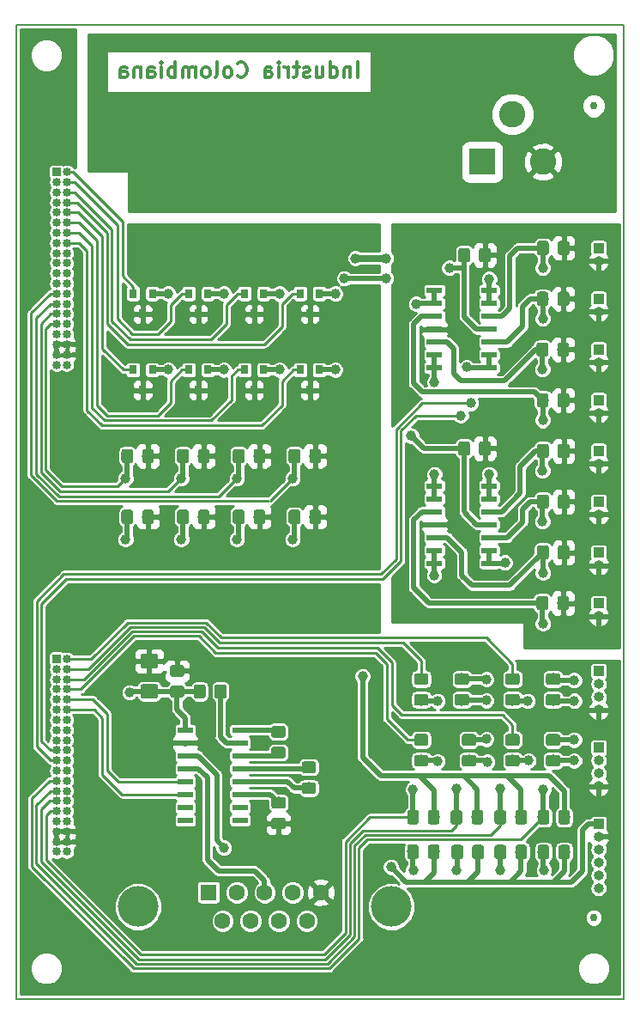
<source format=gbr>
G04 #@! TF.GenerationSoftware,KiCad,Pcbnew,5.0.1-33cea8e~68~ubuntu18.04.1*
G04 #@! TF.CreationDate,2018-11-14T12:35:47-05:00*
G04 #@! TF.ProjectId,PBC_TP_Final_JMena,5042435F54505F46696E616C5F4A4D65,1.0*
G04 #@! TF.SameCoordinates,Original*
G04 #@! TF.FileFunction,Copper,L2,Bot,Signal*
G04 #@! TF.FilePolarity,Positive*
%FSLAX46Y46*%
G04 Gerber Fmt 4.6, Leading zero omitted, Abs format (unit mm)*
G04 Created by KiCad (PCBNEW 5.0.1-33cea8e~68~ubuntu18.04.1) date mié 14 nov 2018 12:35:47 -05*
%MOMM*%
%LPD*%
G01*
G04 APERTURE LIST*
G04 #@! TA.AperFunction,NonConductor*
%ADD10C,0.300000*%
G04 #@! TD*
G04 #@! TA.AperFunction,NonConductor*
%ADD11C,0.150000*%
G04 #@! TD*
G04 #@! TA.AperFunction,BGAPad,CuDef*
%ADD12C,0.750000*%
G04 #@! TD*
G04 #@! TA.AperFunction,ComponentPad*
%ADD13R,1.600000X1.600000*%
G04 #@! TD*
G04 #@! TA.AperFunction,ComponentPad*
%ADD14C,1.600000*%
G04 #@! TD*
G04 #@! TA.AperFunction,ComponentPad*
%ADD15C,4.000000*%
G04 #@! TD*
G04 #@! TA.AperFunction,SMDPad,CuDef*
%ADD16R,1.500000X0.600000*%
G04 #@! TD*
G04 #@! TA.AperFunction,Conductor*
%ADD17C,0.100000*%
G04 #@! TD*
G04 #@! TA.AperFunction,SMDPad,CuDef*
%ADD18C,1.150000*%
G04 #@! TD*
G04 #@! TA.AperFunction,ComponentPad*
%ADD19R,1.000000X1.000000*%
G04 #@! TD*
G04 #@! TA.AperFunction,ComponentPad*
%ADD20O,1.000000X1.000000*%
G04 #@! TD*
G04 #@! TA.AperFunction,ComponentPad*
%ADD21R,0.850000X0.850000*%
G04 #@! TD*
G04 #@! TA.AperFunction,ComponentPad*
%ADD22O,0.850000X0.850000*%
G04 #@! TD*
G04 #@! TA.AperFunction,SMDPad,CuDef*
%ADD23C,1.425000*%
G04 #@! TD*
G04 #@! TA.AperFunction,ComponentPad*
%ADD24C,2.600000*%
G04 #@! TD*
G04 #@! TA.AperFunction,ComponentPad*
%ADD25R,2.600000X2.600000*%
G04 #@! TD*
G04 #@! TA.AperFunction,SMDPad,CuDef*
%ADD26R,0.800000X0.900000*%
G04 #@! TD*
G04 #@! TA.AperFunction,ViaPad*
%ADD27C,1.000000*%
G04 #@! TD*
G04 #@! TA.AperFunction,ViaPad*
%ADD28C,0.800000*%
G04 #@! TD*
G04 #@! TA.AperFunction,Conductor*
%ADD29C,0.500000*%
G04 #@! TD*
G04 #@! TA.AperFunction,Conductor*
%ADD30C,0.700000*%
G04 #@! TD*
G04 #@! TA.AperFunction,Conductor*
%ADD31C,0.250000*%
G04 #@! TD*
G04 #@! TA.AperFunction,Conductor*
%ADD32C,0.254000*%
G04 #@! TD*
G04 APERTURE END LIST*
D10*
X112714285Y-57178571D02*
X112714285Y-55678571D01*
X112000000Y-56178571D02*
X112000000Y-57178571D01*
X112000000Y-56321428D02*
X111928571Y-56250000D01*
X111785714Y-56178571D01*
X111571428Y-56178571D01*
X111428571Y-56250000D01*
X111357142Y-56392857D01*
X111357142Y-57178571D01*
X110000000Y-57178571D02*
X110000000Y-55678571D01*
X110000000Y-57107142D02*
X110142857Y-57178571D01*
X110428571Y-57178571D01*
X110571428Y-57107142D01*
X110642857Y-57035714D01*
X110714285Y-56892857D01*
X110714285Y-56464285D01*
X110642857Y-56321428D01*
X110571428Y-56250000D01*
X110428571Y-56178571D01*
X110142857Y-56178571D01*
X110000000Y-56250000D01*
X108642857Y-56178571D02*
X108642857Y-57178571D01*
X109285714Y-56178571D02*
X109285714Y-56964285D01*
X109214285Y-57107142D01*
X109071428Y-57178571D01*
X108857142Y-57178571D01*
X108714285Y-57107142D01*
X108642857Y-57035714D01*
X108000000Y-57107142D02*
X107857142Y-57178571D01*
X107571428Y-57178571D01*
X107428571Y-57107142D01*
X107357142Y-56964285D01*
X107357142Y-56892857D01*
X107428571Y-56750000D01*
X107571428Y-56678571D01*
X107785714Y-56678571D01*
X107928571Y-56607142D01*
X108000000Y-56464285D01*
X108000000Y-56392857D01*
X107928571Y-56250000D01*
X107785714Y-56178571D01*
X107571428Y-56178571D01*
X107428571Y-56250000D01*
X106928571Y-56178571D02*
X106357142Y-56178571D01*
X106714285Y-55678571D02*
X106714285Y-56964285D01*
X106642857Y-57107142D01*
X106500000Y-57178571D01*
X106357142Y-57178571D01*
X105857142Y-57178571D02*
X105857142Y-56178571D01*
X105857142Y-56464285D02*
X105785714Y-56321428D01*
X105714285Y-56250000D01*
X105571428Y-56178571D01*
X105428571Y-56178571D01*
X104928571Y-57178571D02*
X104928571Y-56178571D01*
X104928571Y-55678571D02*
X105000000Y-55750000D01*
X104928571Y-55821428D01*
X104857142Y-55750000D01*
X104928571Y-55678571D01*
X104928571Y-55821428D01*
X103571428Y-57178571D02*
X103571428Y-56392857D01*
X103642857Y-56250000D01*
X103785714Y-56178571D01*
X104071428Y-56178571D01*
X104214285Y-56250000D01*
X103571428Y-57107142D02*
X103714285Y-57178571D01*
X104071428Y-57178571D01*
X104214285Y-57107142D01*
X104285714Y-56964285D01*
X104285714Y-56821428D01*
X104214285Y-56678571D01*
X104071428Y-56607142D01*
X103714285Y-56607142D01*
X103571428Y-56535714D01*
X100857142Y-57035714D02*
X100928571Y-57107142D01*
X101142857Y-57178571D01*
X101285714Y-57178571D01*
X101500000Y-57107142D01*
X101642857Y-56964285D01*
X101714285Y-56821428D01*
X101785714Y-56535714D01*
X101785714Y-56321428D01*
X101714285Y-56035714D01*
X101642857Y-55892857D01*
X101500000Y-55750000D01*
X101285714Y-55678571D01*
X101142857Y-55678571D01*
X100928571Y-55750000D01*
X100857142Y-55821428D01*
X100000000Y-57178571D02*
X100142857Y-57107142D01*
X100214285Y-57035714D01*
X100285714Y-56892857D01*
X100285714Y-56464285D01*
X100214285Y-56321428D01*
X100142857Y-56250000D01*
X100000000Y-56178571D01*
X99785714Y-56178571D01*
X99642857Y-56250000D01*
X99571428Y-56321428D01*
X99500000Y-56464285D01*
X99500000Y-56892857D01*
X99571428Y-57035714D01*
X99642857Y-57107142D01*
X99785714Y-57178571D01*
X100000000Y-57178571D01*
X98642857Y-57178571D02*
X98785714Y-57107142D01*
X98857142Y-56964285D01*
X98857142Y-55678571D01*
X97857142Y-57178571D02*
X98000000Y-57107142D01*
X98071428Y-57035714D01*
X98142857Y-56892857D01*
X98142857Y-56464285D01*
X98071428Y-56321428D01*
X98000000Y-56250000D01*
X97857142Y-56178571D01*
X97642857Y-56178571D01*
X97500000Y-56250000D01*
X97428571Y-56321428D01*
X97357142Y-56464285D01*
X97357142Y-56892857D01*
X97428571Y-57035714D01*
X97500000Y-57107142D01*
X97642857Y-57178571D01*
X97857142Y-57178571D01*
X96714285Y-57178571D02*
X96714285Y-56178571D01*
X96714285Y-56321428D02*
X96642857Y-56250000D01*
X96500000Y-56178571D01*
X96285714Y-56178571D01*
X96142857Y-56250000D01*
X96071428Y-56392857D01*
X96071428Y-57178571D01*
X96071428Y-56392857D02*
X96000000Y-56250000D01*
X95857142Y-56178571D01*
X95642857Y-56178571D01*
X95500000Y-56250000D01*
X95428571Y-56392857D01*
X95428571Y-57178571D01*
X94714285Y-57178571D02*
X94714285Y-55678571D01*
X94714285Y-56250000D02*
X94571428Y-56178571D01*
X94285714Y-56178571D01*
X94142857Y-56250000D01*
X94071428Y-56321428D01*
X94000000Y-56464285D01*
X94000000Y-56892857D01*
X94071428Y-57035714D01*
X94142857Y-57107142D01*
X94285714Y-57178571D01*
X94571428Y-57178571D01*
X94714285Y-57107142D01*
X93357142Y-57178571D02*
X93357142Y-56178571D01*
X93357142Y-55678571D02*
X93428571Y-55750000D01*
X93357142Y-55821428D01*
X93285714Y-55750000D01*
X93357142Y-55678571D01*
X93357142Y-55821428D01*
X92000000Y-57178571D02*
X92000000Y-56392857D01*
X92071428Y-56250000D01*
X92214285Y-56178571D01*
X92500000Y-56178571D01*
X92642857Y-56250000D01*
X92000000Y-57107142D02*
X92142857Y-57178571D01*
X92500000Y-57178571D01*
X92642857Y-57107142D01*
X92714285Y-56964285D01*
X92714285Y-56821428D01*
X92642857Y-56678571D01*
X92500000Y-56607142D01*
X92142857Y-56607142D01*
X92000000Y-56535714D01*
X91285714Y-56178571D02*
X91285714Y-57178571D01*
X91285714Y-56321428D02*
X91214285Y-56250000D01*
X91071428Y-56178571D01*
X90857142Y-56178571D01*
X90714285Y-56250000D01*
X90642857Y-56392857D01*
X90642857Y-57178571D01*
X89285714Y-57178571D02*
X89285714Y-56392857D01*
X89357142Y-56250000D01*
X89500000Y-56178571D01*
X89785714Y-56178571D01*
X89928571Y-56250000D01*
X89285714Y-57107142D02*
X89428571Y-57178571D01*
X89785714Y-57178571D01*
X89928571Y-57107142D01*
X90000000Y-56964285D01*
X90000000Y-56821428D01*
X89928571Y-56678571D01*
X89785714Y-56607142D01*
X89428571Y-56607142D01*
X89285714Y-56535714D01*
D11*
X139000000Y-52000000D02*
X79000000Y-52000000D01*
X139000000Y-148000000D02*
X139000000Y-52000000D01*
X79000000Y-148000000D02*
X139000000Y-148000000D01*
X79000000Y-52000000D02*
X79000000Y-148000000D01*
D12*
G04 #@! TO.P,F104,~*
G04 #@! TO.N,N/C*
X136000000Y-140000000D03*
G04 #@! TD*
G04 #@! TO.P,F103,~*
G04 #@! TO.N,N/C*
X136000000Y-60000000D03*
G04 #@! TD*
D13*
G04 #@! TO.P,J602,1*
G04 #@! TO.N,Net-(J602-Pad1)*
X98000000Y-137500000D03*
D14*
G04 #@! TO.P,J602,2*
G04 #@! TO.N,/Comunicaci\00F3n/RS232_TxOut*
X100770000Y-137500000D03*
G04 #@! TO.P,J602,3*
G04 #@! TO.N,/Comunicaci\00F3n/RS232_RxIn*
X103540000Y-137500000D03*
G04 #@! TO.P,J602,4*
G04 #@! TO.N,Net-(J602-Pad4)*
X106310000Y-137500000D03*
G04 #@! TO.P,J602,5*
G04 #@! TO.N,GNDD*
X109080000Y-137500000D03*
G04 #@! TO.P,J602,6*
G04 #@! TO.N,Net-(J602-Pad6)*
X99385000Y-140340000D03*
G04 #@! TO.P,J602,7*
G04 #@! TO.N,Net-(J602-Pad7)*
X102155000Y-140340000D03*
G04 #@! TO.P,J602,8*
G04 #@! TO.N,Net-(J602-Pad8)*
X104925000Y-140340000D03*
G04 #@! TO.P,J602,9*
G04 #@! TO.N,Net-(J602-Pad9)*
X107695000Y-140340000D03*
D15*
G04 #@! TO.P,J602,0*
G04 #@! TO.N,N/C*
X91040000Y-138920000D03*
X116040000Y-138920000D03*
G04 #@! TD*
D16*
G04 #@! TO.P,U602,1*
G04 #@! TO.N,Net-(C607-Pad1)*
X101100000Y-121505000D03*
G04 #@! TO.P,U602,2*
G04 #@! TO.N,Net-(C609-Pad2)*
X101100000Y-122775000D03*
G04 #@! TO.P,U602,3*
G04 #@! TO.N,Net-(C607-Pad2)*
X101100000Y-124045000D03*
G04 #@! TO.P,U602,4*
G04 #@! TO.N,Net-(C608-Pad1)*
X101100000Y-125315000D03*
G04 #@! TO.P,U602,5*
G04 #@! TO.N,Net-(C608-Pad2)*
X101100000Y-126585000D03*
G04 #@! TO.P,U602,6*
G04 #@! TO.N,Net-(C610-Pad1)*
X101100000Y-127855000D03*
G04 #@! TO.P,U602,7*
G04 #@! TO.N,Net-(U602-Pad7)*
X101100000Y-129125000D03*
G04 #@! TO.P,U602,8*
G04 #@! TO.N,Net-(U602-Pad8)*
X101100000Y-130395000D03*
G04 #@! TO.P,U602,9*
G04 #@! TO.N,Net-(U602-Pad9)*
X95700000Y-130395000D03*
G04 #@! TO.P,U602,10*
G04 #@! TO.N,Net-(U602-Pad10)*
X95700000Y-129125000D03*
G04 #@! TO.P,U602,11*
G04 #@! TO.N,/Comunicaci\00F3n/RxIn*
X95700000Y-127855000D03*
G04 #@! TO.P,U602,12*
G04 #@! TO.N,/Comunicaci\00F3n/TxOut*
X95700000Y-126585000D03*
G04 #@! TO.P,U602,13*
G04 #@! TO.N,/Comunicaci\00F3n/RS232_RxIn*
X95700000Y-125315000D03*
G04 #@! TO.P,U602,14*
G04 #@! TO.N,/Comunicaci\00F3n/RS232_TxOut*
X95700000Y-124045000D03*
G04 #@! TO.P,U602,15*
G04 #@! TO.N,GNDD*
X95700000Y-122775000D03*
G04 #@! TO.P,U602,16*
G04 #@! TO.N,+3V3*
X95700000Y-121505000D03*
G04 #@! TD*
D17*
G04 #@! TO.N,Net-(Q508-Pad1)*
G04 #@! TO.C,R508*
G36*
X119474505Y-123951204D02*
X119498773Y-123954804D01*
X119522572Y-123960765D01*
X119545671Y-123969030D01*
X119567850Y-123979520D01*
X119588893Y-123992132D01*
X119608599Y-124006747D01*
X119626777Y-124023223D01*
X119643253Y-124041401D01*
X119657868Y-124061107D01*
X119670480Y-124082150D01*
X119680970Y-124104329D01*
X119689235Y-124127428D01*
X119695196Y-124151227D01*
X119698796Y-124175495D01*
X119700000Y-124199999D01*
X119700000Y-124850001D01*
X119698796Y-124874505D01*
X119695196Y-124898773D01*
X119689235Y-124922572D01*
X119680970Y-124945671D01*
X119670480Y-124967850D01*
X119657868Y-124988893D01*
X119643253Y-125008599D01*
X119626777Y-125026777D01*
X119608599Y-125043253D01*
X119588893Y-125057868D01*
X119567850Y-125070480D01*
X119545671Y-125080970D01*
X119522572Y-125089235D01*
X119498773Y-125095196D01*
X119474505Y-125098796D01*
X119450001Y-125100000D01*
X118549999Y-125100000D01*
X118525495Y-125098796D01*
X118501227Y-125095196D01*
X118477428Y-125089235D01*
X118454329Y-125080970D01*
X118432150Y-125070480D01*
X118411107Y-125057868D01*
X118391401Y-125043253D01*
X118373223Y-125026777D01*
X118356747Y-125008599D01*
X118342132Y-124988893D01*
X118329520Y-124967850D01*
X118319030Y-124945671D01*
X118310765Y-124922572D01*
X118304804Y-124898773D01*
X118301204Y-124874505D01*
X118300000Y-124850001D01*
X118300000Y-124199999D01*
X118301204Y-124175495D01*
X118304804Y-124151227D01*
X118310765Y-124127428D01*
X118319030Y-124104329D01*
X118329520Y-124082150D01*
X118342132Y-124061107D01*
X118356747Y-124041401D01*
X118373223Y-124023223D01*
X118391401Y-124006747D01*
X118411107Y-123992132D01*
X118432150Y-123979520D01*
X118454329Y-123969030D01*
X118477428Y-123960765D01*
X118501227Y-123954804D01*
X118525495Y-123951204D01*
X118549999Y-123950000D01*
X119450001Y-123950000D01*
X119474505Y-123951204D01*
X119474505Y-123951204D01*
G37*
D18*
G04 #@! TD*
G04 #@! TO.P,R508,1*
G04 #@! TO.N,Net-(Q508-Pad1)*
X119000000Y-124525000D03*
D17*
G04 #@! TO.N,/Puertos de Entrada y Salida/OP1*
G04 #@! TO.C,R508*
G36*
X119474505Y-121901204D02*
X119498773Y-121904804D01*
X119522572Y-121910765D01*
X119545671Y-121919030D01*
X119567850Y-121929520D01*
X119588893Y-121942132D01*
X119608599Y-121956747D01*
X119626777Y-121973223D01*
X119643253Y-121991401D01*
X119657868Y-122011107D01*
X119670480Y-122032150D01*
X119680970Y-122054329D01*
X119689235Y-122077428D01*
X119695196Y-122101227D01*
X119698796Y-122125495D01*
X119700000Y-122149999D01*
X119700000Y-122800001D01*
X119698796Y-122824505D01*
X119695196Y-122848773D01*
X119689235Y-122872572D01*
X119680970Y-122895671D01*
X119670480Y-122917850D01*
X119657868Y-122938893D01*
X119643253Y-122958599D01*
X119626777Y-122976777D01*
X119608599Y-122993253D01*
X119588893Y-123007868D01*
X119567850Y-123020480D01*
X119545671Y-123030970D01*
X119522572Y-123039235D01*
X119498773Y-123045196D01*
X119474505Y-123048796D01*
X119450001Y-123050000D01*
X118549999Y-123050000D01*
X118525495Y-123048796D01*
X118501227Y-123045196D01*
X118477428Y-123039235D01*
X118454329Y-123030970D01*
X118432150Y-123020480D01*
X118411107Y-123007868D01*
X118391401Y-122993253D01*
X118373223Y-122976777D01*
X118356747Y-122958599D01*
X118342132Y-122938893D01*
X118329520Y-122917850D01*
X118319030Y-122895671D01*
X118310765Y-122872572D01*
X118304804Y-122848773D01*
X118301204Y-122824505D01*
X118300000Y-122800001D01*
X118300000Y-122149999D01*
X118301204Y-122125495D01*
X118304804Y-122101227D01*
X118310765Y-122077428D01*
X118319030Y-122054329D01*
X118329520Y-122032150D01*
X118342132Y-122011107D01*
X118356747Y-121991401D01*
X118373223Y-121973223D01*
X118391401Y-121956747D01*
X118411107Y-121942132D01*
X118432150Y-121929520D01*
X118454329Y-121919030D01*
X118477428Y-121910765D01*
X118501227Y-121904804D01*
X118525495Y-121901204D01*
X118549999Y-121900000D01*
X119450001Y-121900000D01*
X119474505Y-121901204D01*
X119474505Y-121901204D01*
G37*
D18*
G04 #@! TD*
G04 #@! TO.P,R508,2*
G04 #@! TO.N,/Puertos de Entrada y Salida/OP1*
X119000000Y-122475000D03*
D19*
G04 #@! TO.P,J505,1*
G04 #@! TO.N,+12V*
X136500000Y-123250000D03*
D20*
G04 #@! TO.P,J505,2*
G04 #@! TO.N,/Puertos de Entrada y Salida/CLOSE1*
X136500000Y-124520000D03*
G04 #@! TO.P,J505,3*
G04 #@! TO.N,/Puertos de Entrada y Salida/OPEN1*
X136500000Y-125790000D03*
G04 #@! TO.P,J505,4*
G04 #@! TO.N,GNDD*
X136500000Y-127060000D03*
G04 #@! TD*
D21*
G04 #@! TO.P,J501,1*
G04 #@! TO.N,Net-(J501-Pad1)*
X83000000Y-66500000D03*
D22*
G04 #@! TO.P,J501,2*
G04 #@! TO.N,/Interfaz de Usuario/LED0*
X84000000Y-66500000D03*
G04 #@! TO.P,J501,3*
G04 #@! TO.N,Net-(J501-Pad3)*
X83000000Y-67500000D03*
G04 #@! TO.P,J501,4*
G04 #@! TO.N,/Interfaz de Usuario/LED1*
X84000000Y-67500000D03*
G04 #@! TO.P,J501,5*
G04 #@! TO.N,Net-(J501-Pad5)*
X83000000Y-68500000D03*
G04 #@! TO.P,J501,6*
G04 #@! TO.N,/Interfaz de Usuario/LED2*
X84000000Y-68500000D03*
G04 #@! TO.P,J501,7*
G04 #@! TO.N,Net-(J501-Pad7)*
X83000000Y-69500000D03*
G04 #@! TO.P,J501,8*
G04 #@! TO.N,/Interfaz de Usuario/LED3*
X84000000Y-69500000D03*
G04 #@! TO.P,J501,9*
G04 #@! TO.N,Net-(J501-Pad9)*
X83000000Y-70500000D03*
G04 #@! TO.P,J501,10*
G04 #@! TO.N,/Interfaz de Usuario/LED4*
X84000000Y-70500000D03*
G04 #@! TO.P,J501,11*
G04 #@! TO.N,Net-(J501-Pad11)*
X83000000Y-71500000D03*
G04 #@! TO.P,J501,12*
G04 #@! TO.N,/Interfaz de Usuario/LED5*
X84000000Y-71500000D03*
G04 #@! TO.P,J501,13*
G04 #@! TO.N,Net-(J501-Pad13)*
X83000000Y-72500000D03*
G04 #@! TO.P,J501,14*
G04 #@! TO.N,/Interfaz de Usuario/LED6*
X84000000Y-72500000D03*
G04 #@! TO.P,J501,15*
G04 #@! TO.N,Net-(J501-Pad15)*
X83000000Y-73500000D03*
G04 #@! TO.P,J501,16*
G04 #@! TO.N,/Interfaz de Usuario/LED7*
X84000000Y-73500000D03*
G04 #@! TO.P,J501,17*
G04 #@! TO.N,/Interfaz de Usuario/SW7*
X83000000Y-74500000D03*
G04 #@! TO.P,J501,18*
G04 #@! TO.N,Net-(J501-Pad18)*
X84000000Y-74500000D03*
G04 #@! TO.P,J501,19*
G04 #@! TO.N,/Interfaz de Usuario/SW6*
X83000000Y-75500000D03*
G04 #@! TO.P,J501,20*
G04 #@! TO.N,Net-(J501-Pad20)*
X84000000Y-75500000D03*
G04 #@! TO.P,J501,21*
G04 #@! TO.N,/Interfaz de Usuario/SW5*
X83000000Y-76500000D03*
G04 #@! TO.P,J501,22*
G04 #@! TO.N,Net-(J501-Pad22)*
X84000000Y-76500000D03*
G04 #@! TO.P,J501,23*
G04 #@! TO.N,/Interfaz de Usuario/SW4*
X83000000Y-77500000D03*
G04 #@! TO.P,J501,24*
G04 #@! TO.N,Net-(J501-Pad24)*
X84000000Y-77500000D03*
G04 #@! TO.P,J501,25*
G04 #@! TO.N,/Interfaz de Usuario/SW3*
X83000000Y-78500000D03*
G04 #@! TO.P,J501,26*
G04 #@! TO.N,Net-(J501-Pad26)*
X84000000Y-78500000D03*
G04 #@! TO.P,J501,27*
G04 #@! TO.N,/Interfaz de Usuario/SW2*
X83000000Y-79500000D03*
G04 #@! TO.P,J501,28*
G04 #@! TO.N,Net-(J501-Pad28)*
X84000000Y-79500000D03*
G04 #@! TO.P,J501,29*
G04 #@! TO.N,/Interfaz de Usuario/SW1*
X83000000Y-80500000D03*
G04 #@! TO.P,J501,30*
G04 #@! TO.N,Net-(J501-Pad30)*
X84000000Y-80500000D03*
G04 #@! TO.P,J501,31*
G04 #@! TO.N,/Interfaz de Usuario/SW0*
X83000000Y-81500000D03*
G04 #@! TO.P,J501,32*
G04 #@! TO.N,Net-(J501-Pad32)*
X84000000Y-81500000D03*
G04 #@! TO.P,J501,33*
G04 #@! TO.N,Net-(J501-Pad33)*
X83000000Y-82500000D03*
G04 #@! TO.P,J501,34*
G04 #@! TO.N,Net-(J501-Pad34)*
X84000000Y-82500000D03*
G04 #@! TO.P,J501,35*
G04 #@! TO.N,GNDD*
X83000000Y-83500000D03*
G04 #@! TO.P,J501,36*
X84000000Y-83500000D03*
G04 #@! TO.P,J501,37*
X83000000Y-84500000D03*
G04 #@! TO.P,J501,38*
X84000000Y-84500000D03*
G04 #@! TO.P,J501,39*
G04 #@! TO.N,Net-(J501-Pad39)*
X83000000Y-85500000D03*
G04 #@! TO.P,J501,40*
G04 #@! TO.N,Net-(J501-Pad40)*
X84000000Y-85500000D03*
G04 #@! TD*
D19*
G04 #@! TO.P,J503,1*
G04 #@! TO.N,+5V*
X136500000Y-130750000D03*
D20*
G04 #@! TO.P,J503,2*
G04 #@! TO.N,GNDD*
X136500000Y-132020000D03*
G04 #@! TO.P,J503,3*
G04 #@! TO.N,/Puertos de Entrada y Salida/PWM_OUT0*
X136500000Y-133290000D03*
G04 #@! TO.P,J503,4*
G04 #@! TO.N,/Puertos de Entrada y Salida/PWM_OUT1*
X136500000Y-134560000D03*
G04 #@! TO.P,J503,5*
G04 #@! TO.N,/Puertos de Entrada y Salida/PWM_OUT2*
X136500000Y-135830000D03*
G04 #@! TO.P,J503,6*
G04 #@! TO.N,/Puertos de Entrada y Salida/PWM_OUT3*
X136500000Y-137100000D03*
G04 #@! TD*
D19*
G04 #@! TO.P,J504,1*
G04 #@! TO.N,+12V*
X136500000Y-115710000D03*
D20*
G04 #@! TO.P,J504,2*
G04 #@! TO.N,/Puertos de Entrada y Salida/CLOSE0*
X136500000Y-116980000D03*
G04 #@! TO.P,J504,3*
G04 #@! TO.N,/Puertos de Entrada y Salida/OPEN0*
X136500000Y-118250000D03*
G04 #@! TO.P,J504,4*
G04 #@! TO.N,GNDD*
X136500000Y-119520000D03*
G04 #@! TD*
D22*
G04 #@! TO.P,J502,40*
G04 #@! TO.N,Net-(J502-Pad40)*
X84000000Y-133500000D03*
G04 #@! TO.P,J502,39*
G04 #@! TO.N,Net-(J502-Pad39)*
X83000000Y-133500000D03*
G04 #@! TO.P,J502,38*
G04 #@! TO.N,GNDD*
X84000000Y-132500000D03*
G04 #@! TO.P,J502,37*
X83000000Y-132500000D03*
G04 #@! TO.P,J502,36*
X84000000Y-131500000D03*
G04 #@! TO.P,J502,35*
X83000000Y-131500000D03*
G04 #@! TO.P,J502,34*
G04 #@! TO.N,Net-(J502-Pad34)*
X84000000Y-130500000D03*
G04 #@! TO.P,J502,33*
G04 #@! TO.N,Net-(J502-Pad33)*
X83000000Y-130500000D03*
G04 #@! TO.P,J502,32*
G04 #@! TO.N,Net-(J502-Pad32)*
X84000000Y-129500000D03*
G04 #@! TO.P,J502,31*
G04 #@! TO.N,/Puertos de Entrada y Salida/PWM3*
X83000000Y-129500000D03*
G04 #@! TO.P,J502,30*
G04 #@! TO.N,Net-(J502-Pad30)*
X84000000Y-128500000D03*
G04 #@! TO.P,J502,29*
G04 #@! TO.N,/Puertos de Entrada y Salida/PWM2*
X83000000Y-128500000D03*
G04 #@! TO.P,J502,28*
G04 #@! TO.N,Net-(J502-Pad28)*
X84000000Y-127500000D03*
G04 #@! TO.P,J502,27*
G04 #@! TO.N,/Puertos de Entrada y Salida/PWM1*
X83000000Y-127500000D03*
G04 #@! TO.P,J502,26*
G04 #@! TO.N,Net-(J502-Pad26)*
X84000000Y-126500000D03*
G04 #@! TO.P,J502,25*
G04 #@! TO.N,/Puertos de Entrada y Salida/PWM0*
X83000000Y-126500000D03*
G04 #@! TO.P,J502,24*
G04 #@! TO.N,Net-(J502-Pad24)*
X84000000Y-125500000D03*
G04 #@! TO.P,J502,23*
G04 #@! TO.N,Net-(J502-Pad23)*
X83000000Y-125500000D03*
G04 #@! TO.P,J502,22*
G04 #@! TO.N,Net-(J502-Pad22)*
X84000000Y-124500000D03*
G04 #@! TO.P,J502,21*
G04 #@! TO.N,/Conversi\00F3n Analogo-Digital/SDA*
X83000000Y-124500000D03*
G04 #@! TO.P,J502,20*
G04 #@! TO.N,Net-(J502-Pad20)*
X84000000Y-123500000D03*
G04 #@! TO.P,J502,19*
G04 #@! TO.N,/Conversi\00F3n Analogo-Digital/SCL*
X83000000Y-123500000D03*
G04 #@! TO.P,J502,18*
G04 #@! TO.N,Net-(J502-Pad18)*
X84000000Y-122500000D03*
G04 #@! TO.P,J502,17*
G04 #@! TO.N,Net-(J502-Pad17)*
X83000000Y-122500000D03*
G04 #@! TO.P,J502,16*
G04 #@! TO.N,/Comunicaci\00F3n/TXD*
X84000000Y-121500000D03*
G04 #@! TO.P,J502,15*
G04 #@! TO.N,Net-(J502-Pad15)*
X83000000Y-121500000D03*
G04 #@! TO.P,J502,14*
G04 #@! TO.N,/Comunicaci\00F3n/RXD*
X84000000Y-120500000D03*
G04 #@! TO.P,J502,13*
G04 #@! TO.N,Net-(J502-Pad13)*
X83000000Y-120500000D03*
G04 #@! TO.P,J502,12*
G04 #@! TO.N,/Comunicaci\00F3n/RxIn*
X84000000Y-119500000D03*
G04 #@! TO.P,J502,11*
G04 #@! TO.N,Net-(J502-Pad11)*
X83000000Y-119500000D03*
G04 #@! TO.P,J502,10*
G04 #@! TO.N,/Comunicaci\00F3n/TxOut*
X84000000Y-118500000D03*
G04 #@! TO.P,J502,9*
G04 #@! TO.N,Net-(J502-Pad9)*
X83000000Y-118500000D03*
G04 #@! TO.P,J502,8*
G04 #@! TO.N,/Puertos de Entrada y Salida/OP1*
X84000000Y-117500000D03*
G04 #@! TO.P,J502,7*
G04 #@! TO.N,Net-(J502-Pad7)*
X83000000Y-117500000D03*
G04 #@! TO.P,J502,6*
G04 #@! TO.N,/Puertos de Entrada y Salida/CL1*
X84000000Y-116500000D03*
G04 #@! TO.P,J502,5*
G04 #@! TO.N,Net-(J502-Pad5)*
X83000000Y-116500000D03*
G04 #@! TO.P,J502,4*
G04 #@! TO.N,/Puertos de Entrada y Salida/OP0*
X84000000Y-115500000D03*
G04 #@! TO.P,J502,3*
G04 #@! TO.N,Net-(J502-Pad3)*
X83000000Y-115500000D03*
G04 #@! TO.P,J502,2*
G04 #@! TO.N,/Puertos de Entrada y Salida/CL0*
X84000000Y-114500000D03*
D21*
G04 #@! TO.P,J502,1*
G04 #@! TO.N,Net-(J502-Pad1)*
X83000000Y-114500000D03*
G04 #@! TD*
D17*
G04 #@! TO.N,Net-(C608-Pad2)*
G04 #@! TO.C,C608*
G36*
X108374505Y-126651204D02*
X108398773Y-126654804D01*
X108422572Y-126660765D01*
X108445671Y-126669030D01*
X108467850Y-126679520D01*
X108488893Y-126692132D01*
X108508599Y-126706747D01*
X108526777Y-126723223D01*
X108543253Y-126741401D01*
X108557868Y-126761107D01*
X108570480Y-126782150D01*
X108580970Y-126804329D01*
X108589235Y-126827428D01*
X108595196Y-126851227D01*
X108598796Y-126875495D01*
X108600000Y-126899999D01*
X108600000Y-127550001D01*
X108598796Y-127574505D01*
X108595196Y-127598773D01*
X108589235Y-127622572D01*
X108580970Y-127645671D01*
X108570480Y-127667850D01*
X108557868Y-127688893D01*
X108543253Y-127708599D01*
X108526777Y-127726777D01*
X108508599Y-127743253D01*
X108488893Y-127757868D01*
X108467850Y-127770480D01*
X108445671Y-127780970D01*
X108422572Y-127789235D01*
X108398773Y-127795196D01*
X108374505Y-127798796D01*
X108350001Y-127800000D01*
X107449999Y-127800000D01*
X107425495Y-127798796D01*
X107401227Y-127795196D01*
X107377428Y-127789235D01*
X107354329Y-127780970D01*
X107332150Y-127770480D01*
X107311107Y-127757868D01*
X107291401Y-127743253D01*
X107273223Y-127726777D01*
X107256747Y-127708599D01*
X107242132Y-127688893D01*
X107229520Y-127667850D01*
X107219030Y-127645671D01*
X107210765Y-127622572D01*
X107204804Y-127598773D01*
X107201204Y-127574505D01*
X107200000Y-127550001D01*
X107200000Y-126899999D01*
X107201204Y-126875495D01*
X107204804Y-126851227D01*
X107210765Y-126827428D01*
X107219030Y-126804329D01*
X107229520Y-126782150D01*
X107242132Y-126761107D01*
X107256747Y-126741401D01*
X107273223Y-126723223D01*
X107291401Y-126706747D01*
X107311107Y-126692132D01*
X107332150Y-126679520D01*
X107354329Y-126669030D01*
X107377428Y-126660765D01*
X107401227Y-126654804D01*
X107425495Y-126651204D01*
X107449999Y-126650000D01*
X108350001Y-126650000D01*
X108374505Y-126651204D01*
X108374505Y-126651204D01*
G37*
D18*
G04 #@! TD*
G04 #@! TO.P,C608,2*
G04 #@! TO.N,Net-(C608-Pad2)*
X107900000Y-127225000D03*
D17*
G04 #@! TO.N,Net-(C608-Pad1)*
G04 #@! TO.C,C608*
G36*
X108374505Y-124601204D02*
X108398773Y-124604804D01*
X108422572Y-124610765D01*
X108445671Y-124619030D01*
X108467850Y-124629520D01*
X108488893Y-124642132D01*
X108508599Y-124656747D01*
X108526777Y-124673223D01*
X108543253Y-124691401D01*
X108557868Y-124711107D01*
X108570480Y-124732150D01*
X108580970Y-124754329D01*
X108589235Y-124777428D01*
X108595196Y-124801227D01*
X108598796Y-124825495D01*
X108600000Y-124849999D01*
X108600000Y-125500001D01*
X108598796Y-125524505D01*
X108595196Y-125548773D01*
X108589235Y-125572572D01*
X108580970Y-125595671D01*
X108570480Y-125617850D01*
X108557868Y-125638893D01*
X108543253Y-125658599D01*
X108526777Y-125676777D01*
X108508599Y-125693253D01*
X108488893Y-125707868D01*
X108467850Y-125720480D01*
X108445671Y-125730970D01*
X108422572Y-125739235D01*
X108398773Y-125745196D01*
X108374505Y-125748796D01*
X108350001Y-125750000D01*
X107449999Y-125750000D01*
X107425495Y-125748796D01*
X107401227Y-125745196D01*
X107377428Y-125739235D01*
X107354329Y-125730970D01*
X107332150Y-125720480D01*
X107311107Y-125707868D01*
X107291401Y-125693253D01*
X107273223Y-125676777D01*
X107256747Y-125658599D01*
X107242132Y-125638893D01*
X107229520Y-125617850D01*
X107219030Y-125595671D01*
X107210765Y-125572572D01*
X107204804Y-125548773D01*
X107201204Y-125524505D01*
X107200000Y-125500001D01*
X107200000Y-124849999D01*
X107201204Y-124825495D01*
X107204804Y-124801227D01*
X107210765Y-124777428D01*
X107219030Y-124754329D01*
X107229520Y-124732150D01*
X107242132Y-124711107D01*
X107256747Y-124691401D01*
X107273223Y-124673223D01*
X107291401Y-124656747D01*
X107311107Y-124642132D01*
X107332150Y-124629520D01*
X107354329Y-124619030D01*
X107377428Y-124610765D01*
X107401227Y-124604804D01*
X107425495Y-124601204D01*
X107449999Y-124600000D01*
X108350001Y-124600000D01*
X108374505Y-124601204D01*
X108374505Y-124601204D01*
G37*
D18*
G04 #@! TD*
G04 #@! TO.P,C608,1*
G04 #@! TO.N,Net-(C608-Pad1)*
X107900000Y-125175000D03*
D17*
G04 #@! TO.N,Net-(C301-Pad1)*
G04 #@! TO.C,C301*
G36*
X131349505Y-73301204D02*
X131373773Y-73304804D01*
X131397572Y-73310765D01*
X131420671Y-73319030D01*
X131442850Y-73329520D01*
X131463893Y-73342132D01*
X131483599Y-73356747D01*
X131501777Y-73373223D01*
X131518253Y-73391401D01*
X131532868Y-73411107D01*
X131545480Y-73432150D01*
X131555970Y-73454329D01*
X131564235Y-73477428D01*
X131570196Y-73501227D01*
X131573796Y-73525495D01*
X131575000Y-73549999D01*
X131575000Y-74450001D01*
X131573796Y-74474505D01*
X131570196Y-74498773D01*
X131564235Y-74522572D01*
X131555970Y-74545671D01*
X131545480Y-74567850D01*
X131532868Y-74588893D01*
X131518253Y-74608599D01*
X131501777Y-74626777D01*
X131483599Y-74643253D01*
X131463893Y-74657868D01*
X131442850Y-74670480D01*
X131420671Y-74680970D01*
X131397572Y-74689235D01*
X131373773Y-74695196D01*
X131349505Y-74698796D01*
X131325001Y-74700000D01*
X130674999Y-74700000D01*
X130650495Y-74698796D01*
X130626227Y-74695196D01*
X130602428Y-74689235D01*
X130579329Y-74680970D01*
X130557150Y-74670480D01*
X130536107Y-74657868D01*
X130516401Y-74643253D01*
X130498223Y-74626777D01*
X130481747Y-74608599D01*
X130467132Y-74588893D01*
X130454520Y-74567850D01*
X130444030Y-74545671D01*
X130435765Y-74522572D01*
X130429804Y-74498773D01*
X130426204Y-74474505D01*
X130425000Y-74450001D01*
X130425000Y-73549999D01*
X130426204Y-73525495D01*
X130429804Y-73501227D01*
X130435765Y-73477428D01*
X130444030Y-73454329D01*
X130454520Y-73432150D01*
X130467132Y-73411107D01*
X130481747Y-73391401D01*
X130498223Y-73373223D01*
X130516401Y-73356747D01*
X130536107Y-73342132D01*
X130557150Y-73329520D01*
X130579329Y-73319030D01*
X130602428Y-73310765D01*
X130626227Y-73304804D01*
X130650495Y-73301204D01*
X130674999Y-73300000D01*
X131325001Y-73300000D01*
X131349505Y-73301204D01*
X131349505Y-73301204D01*
G37*
D18*
G04 #@! TD*
G04 #@! TO.P,C301,1*
G04 #@! TO.N,Net-(C301-Pad1)*
X131000000Y-74000000D03*
D17*
G04 #@! TO.N,GNDA*
G04 #@! TO.C,C301*
G36*
X133399505Y-73301204D02*
X133423773Y-73304804D01*
X133447572Y-73310765D01*
X133470671Y-73319030D01*
X133492850Y-73329520D01*
X133513893Y-73342132D01*
X133533599Y-73356747D01*
X133551777Y-73373223D01*
X133568253Y-73391401D01*
X133582868Y-73411107D01*
X133595480Y-73432150D01*
X133605970Y-73454329D01*
X133614235Y-73477428D01*
X133620196Y-73501227D01*
X133623796Y-73525495D01*
X133625000Y-73549999D01*
X133625000Y-74450001D01*
X133623796Y-74474505D01*
X133620196Y-74498773D01*
X133614235Y-74522572D01*
X133605970Y-74545671D01*
X133595480Y-74567850D01*
X133582868Y-74588893D01*
X133568253Y-74608599D01*
X133551777Y-74626777D01*
X133533599Y-74643253D01*
X133513893Y-74657868D01*
X133492850Y-74670480D01*
X133470671Y-74680970D01*
X133447572Y-74689235D01*
X133423773Y-74695196D01*
X133399505Y-74698796D01*
X133375001Y-74700000D01*
X132724999Y-74700000D01*
X132700495Y-74698796D01*
X132676227Y-74695196D01*
X132652428Y-74689235D01*
X132629329Y-74680970D01*
X132607150Y-74670480D01*
X132586107Y-74657868D01*
X132566401Y-74643253D01*
X132548223Y-74626777D01*
X132531747Y-74608599D01*
X132517132Y-74588893D01*
X132504520Y-74567850D01*
X132494030Y-74545671D01*
X132485765Y-74522572D01*
X132479804Y-74498773D01*
X132476204Y-74474505D01*
X132475000Y-74450001D01*
X132475000Y-73549999D01*
X132476204Y-73525495D01*
X132479804Y-73501227D01*
X132485765Y-73477428D01*
X132494030Y-73454329D01*
X132504520Y-73432150D01*
X132517132Y-73411107D01*
X132531747Y-73391401D01*
X132548223Y-73373223D01*
X132566401Y-73356747D01*
X132586107Y-73342132D01*
X132607150Y-73329520D01*
X132629329Y-73319030D01*
X132652428Y-73310765D01*
X132676227Y-73304804D01*
X132700495Y-73301204D01*
X132724999Y-73300000D01*
X133375001Y-73300000D01*
X133399505Y-73301204D01*
X133399505Y-73301204D01*
G37*
D18*
G04 #@! TD*
G04 #@! TO.P,C301,2*
G04 #@! TO.N,GNDA*
X133050000Y-74000000D03*
D17*
G04 #@! TO.N,Net-(C302-Pad1)*
G04 #@! TO.C,C302*
G36*
X131324505Y-78301204D02*
X131348773Y-78304804D01*
X131372572Y-78310765D01*
X131395671Y-78319030D01*
X131417850Y-78329520D01*
X131438893Y-78342132D01*
X131458599Y-78356747D01*
X131476777Y-78373223D01*
X131493253Y-78391401D01*
X131507868Y-78411107D01*
X131520480Y-78432150D01*
X131530970Y-78454329D01*
X131539235Y-78477428D01*
X131545196Y-78501227D01*
X131548796Y-78525495D01*
X131550000Y-78549999D01*
X131550000Y-79450001D01*
X131548796Y-79474505D01*
X131545196Y-79498773D01*
X131539235Y-79522572D01*
X131530970Y-79545671D01*
X131520480Y-79567850D01*
X131507868Y-79588893D01*
X131493253Y-79608599D01*
X131476777Y-79626777D01*
X131458599Y-79643253D01*
X131438893Y-79657868D01*
X131417850Y-79670480D01*
X131395671Y-79680970D01*
X131372572Y-79689235D01*
X131348773Y-79695196D01*
X131324505Y-79698796D01*
X131300001Y-79700000D01*
X130649999Y-79700000D01*
X130625495Y-79698796D01*
X130601227Y-79695196D01*
X130577428Y-79689235D01*
X130554329Y-79680970D01*
X130532150Y-79670480D01*
X130511107Y-79657868D01*
X130491401Y-79643253D01*
X130473223Y-79626777D01*
X130456747Y-79608599D01*
X130442132Y-79588893D01*
X130429520Y-79567850D01*
X130419030Y-79545671D01*
X130410765Y-79522572D01*
X130404804Y-79498773D01*
X130401204Y-79474505D01*
X130400000Y-79450001D01*
X130400000Y-78549999D01*
X130401204Y-78525495D01*
X130404804Y-78501227D01*
X130410765Y-78477428D01*
X130419030Y-78454329D01*
X130429520Y-78432150D01*
X130442132Y-78411107D01*
X130456747Y-78391401D01*
X130473223Y-78373223D01*
X130491401Y-78356747D01*
X130511107Y-78342132D01*
X130532150Y-78329520D01*
X130554329Y-78319030D01*
X130577428Y-78310765D01*
X130601227Y-78304804D01*
X130625495Y-78301204D01*
X130649999Y-78300000D01*
X131300001Y-78300000D01*
X131324505Y-78301204D01*
X131324505Y-78301204D01*
G37*
D18*
G04 #@! TD*
G04 #@! TO.P,C302,1*
G04 #@! TO.N,Net-(C302-Pad1)*
X130975000Y-79000000D03*
D17*
G04 #@! TO.N,GNDA*
G04 #@! TO.C,C302*
G36*
X133374505Y-78301204D02*
X133398773Y-78304804D01*
X133422572Y-78310765D01*
X133445671Y-78319030D01*
X133467850Y-78329520D01*
X133488893Y-78342132D01*
X133508599Y-78356747D01*
X133526777Y-78373223D01*
X133543253Y-78391401D01*
X133557868Y-78411107D01*
X133570480Y-78432150D01*
X133580970Y-78454329D01*
X133589235Y-78477428D01*
X133595196Y-78501227D01*
X133598796Y-78525495D01*
X133600000Y-78549999D01*
X133600000Y-79450001D01*
X133598796Y-79474505D01*
X133595196Y-79498773D01*
X133589235Y-79522572D01*
X133580970Y-79545671D01*
X133570480Y-79567850D01*
X133557868Y-79588893D01*
X133543253Y-79608599D01*
X133526777Y-79626777D01*
X133508599Y-79643253D01*
X133488893Y-79657868D01*
X133467850Y-79670480D01*
X133445671Y-79680970D01*
X133422572Y-79689235D01*
X133398773Y-79695196D01*
X133374505Y-79698796D01*
X133350001Y-79700000D01*
X132699999Y-79700000D01*
X132675495Y-79698796D01*
X132651227Y-79695196D01*
X132627428Y-79689235D01*
X132604329Y-79680970D01*
X132582150Y-79670480D01*
X132561107Y-79657868D01*
X132541401Y-79643253D01*
X132523223Y-79626777D01*
X132506747Y-79608599D01*
X132492132Y-79588893D01*
X132479520Y-79567850D01*
X132469030Y-79545671D01*
X132460765Y-79522572D01*
X132454804Y-79498773D01*
X132451204Y-79474505D01*
X132450000Y-79450001D01*
X132450000Y-78549999D01*
X132451204Y-78525495D01*
X132454804Y-78501227D01*
X132460765Y-78477428D01*
X132469030Y-78454329D01*
X132479520Y-78432150D01*
X132492132Y-78411107D01*
X132506747Y-78391401D01*
X132523223Y-78373223D01*
X132541401Y-78356747D01*
X132561107Y-78342132D01*
X132582150Y-78329520D01*
X132604329Y-78319030D01*
X132627428Y-78310765D01*
X132651227Y-78304804D01*
X132675495Y-78301204D01*
X132699999Y-78300000D01*
X133350001Y-78300000D01*
X133374505Y-78301204D01*
X133374505Y-78301204D01*
G37*
D18*
G04 #@! TD*
G04 #@! TO.P,C302,2*
G04 #@! TO.N,GNDA*
X133025000Y-79000000D03*
D17*
G04 #@! TO.N,Net-(C303-Pad1)*
G04 #@! TO.C,C303*
G36*
X131299505Y-83301204D02*
X131323773Y-83304804D01*
X131347572Y-83310765D01*
X131370671Y-83319030D01*
X131392850Y-83329520D01*
X131413893Y-83342132D01*
X131433599Y-83356747D01*
X131451777Y-83373223D01*
X131468253Y-83391401D01*
X131482868Y-83411107D01*
X131495480Y-83432150D01*
X131505970Y-83454329D01*
X131514235Y-83477428D01*
X131520196Y-83501227D01*
X131523796Y-83525495D01*
X131525000Y-83549999D01*
X131525000Y-84450001D01*
X131523796Y-84474505D01*
X131520196Y-84498773D01*
X131514235Y-84522572D01*
X131505970Y-84545671D01*
X131495480Y-84567850D01*
X131482868Y-84588893D01*
X131468253Y-84608599D01*
X131451777Y-84626777D01*
X131433599Y-84643253D01*
X131413893Y-84657868D01*
X131392850Y-84670480D01*
X131370671Y-84680970D01*
X131347572Y-84689235D01*
X131323773Y-84695196D01*
X131299505Y-84698796D01*
X131275001Y-84700000D01*
X130624999Y-84700000D01*
X130600495Y-84698796D01*
X130576227Y-84695196D01*
X130552428Y-84689235D01*
X130529329Y-84680970D01*
X130507150Y-84670480D01*
X130486107Y-84657868D01*
X130466401Y-84643253D01*
X130448223Y-84626777D01*
X130431747Y-84608599D01*
X130417132Y-84588893D01*
X130404520Y-84567850D01*
X130394030Y-84545671D01*
X130385765Y-84522572D01*
X130379804Y-84498773D01*
X130376204Y-84474505D01*
X130375000Y-84450001D01*
X130375000Y-83549999D01*
X130376204Y-83525495D01*
X130379804Y-83501227D01*
X130385765Y-83477428D01*
X130394030Y-83454329D01*
X130404520Y-83432150D01*
X130417132Y-83411107D01*
X130431747Y-83391401D01*
X130448223Y-83373223D01*
X130466401Y-83356747D01*
X130486107Y-83342132D01*
X130507150Y-83329520D01*
X130529329Y-83319030D01*
X130552428Y-83310765D01*
X130576227Y-83304804D01*
X130600495Y-83301204D01*
X130624999Y-83300000D01*
X131275001Y-83300000D01*
X131299505Y-83301204D01*
X131299505Y-83301204D01*
G37*
D18*
G04 #@! TD*
G04 #@! TO.P,C303,1*
G04 #@! TO.N,Net-(C303-Pad1)*
X130950000Y-84000000D03*
D17*
G04 #@! TO.N,GNDA*
G04 #@! TO.C,C303*
G36*
X133349505Y-83301204D02*
X133373773Y-83304804D01*
X133397572Y-83310765D01*
X133420671Y-83319030D01*
X133442850Y-83329520D01*
X133463893Y-83342132D01*
X133483599Y-83356747D01*
X133501777Y-83373223D01*
X133518253Y-83391401D01*
X133532868Y-83411107D01*
X133545480Y-83432150D01*
X133555970Y-83454329D01*
X133564235Y-83477428D01*
X133570196Y-83501227D01*
X133573796Y-83525495D01*
X133575000Y-83549999D01*
X133575000Y-84450001D01*
X133573796Y-84474505D01*
X133570196Y-84498773D01*
X133564235Y-84522572D01*
X133555970Y-84545671D01*
X133545480Y-84567850D01*
X133532868Y-84588893D01*
X133518253Y-84608599D01*
X133501777Y-84626777D01*
X133483599Y-84643253D01*
X133463893Y-84657868D01*
X133442850Y-84670480D01*
X133420671Y-84680970D01*
X133397572Y-84689235D01*
X133373773Y-84695196D01*
X133349505Y-84698796D01*
X133325001Y-84700000D01*
X132674999Y-84700000D01*
X132650495Y-84698796D01*
X132626227Y-84695196D01*
X132602428Y-84689235D01*
X132579329Y-84680970D01*
X132557150Y-84670480D01*
X132536107Y-84657868D01*
X132516401Y-84643253D01*
X132498223Y-84626777D01*
X132481747Y-84608599D01*
X132467132Y-84588893D01*
X132454520Y-84567850D01*
X132444030Y-84545671D01*
X132435765Y-84522572D01*
X132429804Y-84498773D01*
X132426204Y-84474505D01*
X132425000Y-84450001D01*
X132425000Y-83549999D01*
X132426204Y-83525495D01*
X132429804Y-83501227D01*
X132435765Y-83477428D01*
X132444030Y-83454329D01*
X132454520Y-83432150D01*
X132467132Y-83411107D01*
X132481747Y-83391401D01*
X132498223Y-83373223D01*
X132516401Y-83356747D01*
X132536107Y-83342132D01*
X132557150Y-83329520D01*
X132579329Y-83319030D01*
X132602428Y-83310765D01*
X132626227Y-83304804D01*
X132650495Y-83301204D01*
X132674999Y-83300000D01*
X133325001Y-83300000D01*
X133349505Y-83301204D01*
X133349505Y-83301204D01*
G37*
D18*
G04 #@! TD*
G04 #@! TO.P,C303,2*
G04 #@! TO.N,GNDA*
X133000000Y-84000000D03*
D17*
G04 #@! TO.N,GNDA*
G04 #@! TO.C,C304*
G36*
X133374505Y-88301204D02*
X133398773Y-88304804D01*
X133422572Y-88310765D01*
X133445671Y-88319030D01*
X133467850Y-88329520D01*
X133488893Y-88342132D01*
X133508599Y-88356747D01*
X133526777Y-88373223D01*
X133543253Y-88391401D01*
X133557868Y-88411107D01*
X133570480Y-88432150D01*
X133580970Y-88454329D01*
X133589235Y-88477428D01*
X133595196Y-88501227D01*
X133598796Y-88525495D01*
X133600000Y-88549999D01*
X133600000Y-89450001D01*
X133598796Y-89474505D01*
X133595196Y-89498773D01*
X133589235Y-89522572D01*
X133580970Y-89545671D01*
X133570480Y-89567850D01*
X133557868Y-89588893D01*
X133543253Y-89608599D01*
X133526777Y-89626777D01*
X133508599Y-89643253D01*
X133488893Y-89657868D01*
X133467850Y-89670480D01*
X133445671Y-89680970D01*
X133422572Y-89689235D01*
X133398773Y-89695196D01*
X133374505Y-89698796D01*
X133350001Y-89700000D01*
X132699999Y-89700000D01*
X132675495Y-89698796D01*
X132651227Y-89695196D01*
X132627428Y-89689235D01*
X132604329Y-89680970D01*
X132582150Y-89670480D01*
X132561107Y-89657868D01*
X132541401Y-89643253D01*
X132523223Y-89626777D01*
X132506747Y-89608599D01*
X132492132Y-89588893D01*
X132479520Y-89567850D01*
X132469030Y-89545671D01*
X132460765Y-89522572D01*
X132454804Y-89498773D01*
X132451204Y-89474505D01*
X132450000Y-89450001D01*
X132450000Y-88549999D01*
X132451204Y-88525495D01*
X132454804Y-88501227D01*
X132460765Y-88477428D01*
X132469030Y-88454329D01*
X132479520Y-88432150D01*
X132492132Y-88411107D01*
X132506747Y-88391401D01*
X132523223Y-88373223D01*
X132541401Y-88356747D01*
X132561107Y-88342132D01*
X132582150Y-88329520D01*
X132604329Y-88319030D01*
X132627428Y-88310765D01*
X132651227Y-88304804D01*
X132675495Y-88301204D01*
X132699999Y-88300000D01*
X133350001Y-88300000D01*
X133374505Y-88301204D01*
X133374505Y-88301204D01*
G37*
D18*
G04 #@! TD*
G04 #@! TO.P,C304,2*
G04 #@! TO.N,GNDA*
X133025000Y-89000000D03*
D17*
G04 #@! TO.N,Net-(C304-Pad1)*
G04 #@! TO.C,C304*
G36*
X131324505Y-88301204D02*
X131348773Y-88304804D01*
X131372572Y-88310765D01*
X131395671Y-88319030D01*
X131417850Y-88329520D01*
X131438893Y-88342132D01*
X131458599Y-88356747D01*
X131476777Y-88373223D01*
X131493253Y-88391401D01*
X131507868Y-88411107D01*
X131520480Y-88432150D01*
X131530970Y-88454329D01*
X131539235Y-88477428D01*
X131545196Y-88501227D01*
X131548796Y-88525495D01*
X131550000Y-88549999D01*
X131550000Y-89450001D01*
X131548796Y-89474505D01*
X131545196Y-89498773D01*
X131539235Y-89522572D01*
X131530970Y-89545671D01*
X131520480Y-89567850D01*
X131507868Y-89588893D01*
X131493253Y-89608599D01*
X131476777Y-89626777D01*
X131458599Y-89643253D01*
X131438893Y-89657868D01*
X131417850Y-89670480D01*
X131395671Y-89680970D01*
X131372572Y-89689235D01*
X131348773Y-89695196D01*
X131324505Y-89698796D01*
X131300001Y-89700000D01*
X130649999Y-89700000D01*
X130625495Y-89698796D01*
X130601227Y-89695196D01*
X130577428Y-89689235D01*
X130554329Y-89680970D01*
X130532150Y-89670480D01*
X130511107Y-89657868D01*
X130491401Y-89643253D01*
X130473223Y-89626777D01*
X130456747Y-89608599D01*
X130442132Y-89588893D01*
X130429520Y-89567850D01*
X130419030Y-89545671D01*
X130410765Y-89522572D01*
X130404804Y-89498773D01*
X130401204Y-89474505D01*
X130400000Y-89450001D01*
X130400000Y-88549999D01*
X130401204Y-88525495D01*
X130404804Y-88501227D01*
X130410765Y-88477428D01*
X130419030Y-88454329D01*
X130429520Y-88432150D01*
X130442132Y-88411107D01*
X130456747Y-88391401D01*
X130473223Y-88373223D01*
X130491401Y-88356747D01*
X130511107Y-88342132D01*
X130532150Y-88329520D01*
X130554329Y-88319030D01*
X130577428Y-88310765D01*
X130601227Y-88304804D01*
X130625495Y-88301204D01*
X130649999Y-88300000D01*
X131300001Y-88300000D01*
X131324505Y-88301204D01*
X131324505Y-88301204D01*
G37*
D18*
G04 #@! TD*
G04 #@! TO.P,C304,1*
G04 #@! TO.N,Net-(C304-Pad1)*
X130975000Y-89000000D03*
D17*
G04 #@! TO.N,Net-(C305-Pad1)*
G04 #@! TO.C,C305*
G36*
X131349505Y-93301204D02*
X131373773Y-93304804D01*
X131397572Y-93310765D01*
X131420671Y-93319030D01*
X131442850Y-93329520D01*
X131463893Y-93342132D01*
X131483599Y-93356747D01*
X131501777Y-93373223D01*
X131518253Y-93391401D01*
X131532868Y-93411107D01*
X131545480Y-93432150D01*
X131555970Y-93454329D01*
X131564235Y-93477428D01*
X131570196Y-93501227D01*
X131573796Y-93525495D01*
X131575000Y-93549999D01*
X131575000Y-94450001D01*
X131573796Y-94474505D01*
X131570196Y-94498773D01*
X131564235Y-94522572D01*
X131555970Y-94545671D01*
X131545480Y-94567850D01*
X131532868Y-94588893D01*
X131518253Y-94608599D01*
X131501777Y-94626777D01*
X131483599Y-94643253D01*
X131463893Y-94657868D01*
X131442850Y-94670480D01*
X131420671Y-94680970D01*
X131397572Y-94689235D01*
X131373773Y-94695196D01*
X131349505Y-94698796D01*
X131325001Y-94700000D01*
X130674999Y-94700000D01*
X130650495Y-94698796D01*
X130626227Y-94695196D01*
X130602428Y-94689235D01*
X130579329Y-94680970D01*
X130557150Y-94670480D01*
X130536107Y-94657868D01*
X130516401Y-94643253D01*
X130498223Y-94626777D01*
X130481747Y-94608599D01*
X130467132Y-94588893D01*
X130454520Y-94567850D01*
X130444030Y-94545671D01*
X130435765Y-94522572D01*
X130429804Y-94498773D01*
X130426204Y-94474505D01*
X130425000Y-94450001D01*
X130425000Y-93549999D01*
X130426204Y-93525495D01*
X130429804Y-93501227D01*
X130435765Y-93477428D01*
X130444030Y-93454329D01*
X130454520Y-93432150D01*
X130467132Y-93411107D01*
X130481747Y-93391401D01*
X130498223Y-93373223D01*
X130516401Y-93356747D01*
X130536107Y-93342132D01*
X130557150Y-93329520D01*
X130579329Y-93319030D01*
X130602428Y-93310765D01*
X130626227Y-93304804D01*
X130650495Y-93301204D01*
X130674999Y-93300000D01*
X131325001Y-93300000D01*
X131349505Y-93301204D01*
X131349505Y-93301204D01*
G37*
D18*
G04 #@! TD*
G04 #@! TO.P,C305,1*
G04 #@! TO.N,Net-(C305-Pad1)*
X131000000Y-94000000D03*
D17*
G04 #@! TO.N,GNDA*
G04 #@! TO.C,C305*
G36*
X133399505Y-93301204D02*
X133423773Y-93304804D01*
X133447572Y-93310765D01*
X133470671Y-93319030D01*
X133492850Y-93329520D01*
X133513893Y-93342132D01*
X133533599Y-93356747D01*
X133551777Y-93373223D01*
X133568253Y-93391401D01*
X133582868Y-93411107D01*
X133595480Y-93432150D01*
X133605970Y-93454329D01*
X133614235Y-93477428D01*
X133620196Y-93501227D01*
X133623796Y-93525495D01*
X133625000Y-93549999D01*
X133625000Y-94450001D01*
X133623796Y-94474505D01*
X133620196Y-94498773D01*
X133614235Y-94522572D01*
X133605970Y-94545671D01*
X133595480Y-94567850D01*
X133582868Y-94588893D01*
X133568253Y-94608599D01*
X133551777Y-94626777D01*
X133533599Y-94643253D01*
X133513893Y-94657868D01*
X133492850Y-94670480D01*
X133470671Y-94680970D01*
X133447572Y-94689235D01*
X133423773Y-94695196D01*
X133399505Y-94698796D01*
X133375001Y-94700000D01*
X132724999Y-94700000D01*
X132700495Y-94698796D01*
X132676227Y-94695196D01*
X132652428Y-94689235D01*
X132629329Y-94680970D01*
X132607150Y-94670480D01*
X132586107Y-94657868D01*
X132566401Y-94643253D01*
X132548223Y-94626777D01*
X132531747Y-94608599D01*
X132517132Y-94588893D01*
X132504520Y-94567850D01*
X132494030Y-94545671D01*
X132485765Y-94522572D01*
X132479804Y-94498773D01*
X132476204Y-94474505D01*
X132475000Y-94450001D01*
X132475000Y-93549999D01*
X132476204Y-93525495D01*
X132479804Y-93501227D01*
X132485765Y-93477428D01*
X132494030Y-93454329D01*
X132504520Y-93432150D01*
X132517132Y-93411107D01*
X132531747Y-93391401D01*
X132548223Y-93373223D01*
X132566401Y-93356747D01*
X132586107Y-93342132D01*
X132607150Y-93329520D01*
X132629329Y-93319030D01*
X132652428Y-93310765D01*
X132676227Y-93304804D01*
X132700495Y-93301204D01*
X132724999Y-93300000D01*
X133375001Y-93300000D01*
X133399505Y-93301204D01*
X133399505Y-93301204D01*
G37*
D18*
G04 #@! TD*
G04 #@! TO.P,C305,2*
G04 #@! TO.N,GNDA*
X133050000Y-94000000D03*
D17*
G04 #@! TO.N,GNDA*
G04 #@! TO.C,C306*
G36*
X133399505Y-98301204D02*
X133423773Y-98304804D01*
X133447572Y-98310765D01*
X133470671Y-98319030D01*
X133492850Y-98329520D01*
X133513893Y-98342132D01*
X133533599Y-98356747D01*
X133551777Y-98373223D01*
X133568253Y-98391401D01*
X133582868Y-98411107D01*
X133595480Y-98432150D01*
X133605970Y-98454329D01*
X133614235Y-98477428D01*
X133620196Y-98501227D01*
X133623796Y-98525495D01*
X133625000Y-98549999D01*
X133625000Y-99450001D01*
X133623796Y-99474505D01*
X133620196Y-99498773D01*
X133614235Y-99522572D01*
X133605970Y-99545671D01*
X133595480Y-99567850D01*
X133582868Y-99588893D01*
X133568253Y-99608599D01*
X133551777Y-99626777D01*
X133533599Y-99643253D01*
X133513893Y-99657868D01*
X133492850Y-99670480D01*
X133470671Y-99680970D01*
X133447572Y-99689235D01*
X133423773Y-99695196D01*
X133399505Y-99698796D01*
X133375001Y-99700000D01*
X132724999Y-99700000D01*
X132700495Y-99698796D01*
X132676227Y-99695196D01*
X132652428Y-99689235D01*
X132629329Y-99680970D01*
X132607150Y-99670480D01*
X132586107Y-99657868D01*
X132566401Y-99643253D01*
X132548223Y-99626777D01*
X132531747Y-99608599D01*
X132517132Y-99588893D01*
X132504520Y-99567850D01*
X132494030Y-99545671D01*
X132485765Y-99522572D01*
X132479804Y-99498773D01*
X132476204Y-99474505D01*
X132475000Y-99450001D01*
X132475000Y-98549999D01*
X132476204Y-98525495D01*
X132479804Y-98501227D01*
X132485765Y-98477428D01*
X132494030Y-98454329D01*
X132504520Y-98432150D01*
X132517132Y-98411107D01*
X132531747Y-98391401D01*
X132548223Y-98373223D01*
X132566401Y-98356747D01*
X132586107Y-98342132D01*
X132607150Y-98329520D01*
X132629329Y-98319030D01*
X132652428Y-98310765D01*
X132676227Y-98304804D01*
X132700495Y-98301204D01*
X132724999Y-98300000D01*
X133375001Y-98300000D01*
X133399505Y-98301204D01*
X133399505Y-98301204D01*
G37*
D18*
G04 #@! TD*
G04 #@! TO.P,C306,2*
G04 #@! TO.N,GNDA*
X133050000Y-99000000D03*
D17*
G04 #@! TO.N,Net-(C306-Pad1)*
G04 #@! TO.C,C306*
G36*
X131349505Y-98301204D02*
X131373773Y-98304804D01*
X131397572Y-98310765D01*
X131420671Y-98319030D01*
X131442850Y-98329520D01*
X131463893Y-98342132D01*
X131483599Y-98356747D01*
X131501777Y-98373223D01*
X131518253Y-98391401D01*
X131532868Y-98411107D01*
X131545480Y-98432150D01*
X131555970Y-98454329D01*
X131564235Y-98477428D01*
X131570196Y-98501227D01*
X131573796Y-98525495D01*
X131575000Y-98549999D01*
X131575000Y-99450001D01*
X131573796Y-99474505D01*
X131570196Y-99498773D01*
X131564235Y-99522572D01*
X131555970Y-99545671D01*
X131545480Y-99567850D01*
X131532868Y-99588893D01*
X131518253Y-99608599D01*
X131501777Y-99626777D01*
X131483599Y-99643253D01*
X131463893Y-99657868D01*
X131442850Y-99670480D01*
X131420671Y-99680970D01*
X131397572Y-99689235D01*
X131373773Y-99695196D01*
X131349505Y-99698796D01*
X131325001Y-99700000D01*
X130674999Y-99700000D01*
X130650495Y-99698796D01*
X130626227Y-99695196D01*
X130602428Y-99689235D01*
X130579329Y-99680970D01*
X130557150Y-99670480D01*
X130536107Y-99657868D01*
X130516401Y-99643253D01*
X130498223Y-99626777D01*
X130481747Y-99608599D01*
X130467132Y-99588893D01*
X130454520Y-99567850D01*
X130444030Y-99545671D01*
X130435765Y-99522572D01*
X130429804Y-99498773D01*
X130426204Y-99474505D01*
X130425000Y-99450001D01*
X130425000Y-98549999D01*
X130426204Y-98525495D01*
X130429804Y-98501227D01*
X130435765Y-98477428D01*
X130444030Y-98454329D01*
X130454520Y-98432150D01*
X130467132Y-98411107D01*
X130481747Y-98391401D01*
X130498223Y-98373223D01*
X130516401Y-98356747D01*
X130536107Y-98342132D01*
X130557150Y-98329520D01*
X130579329Y-98319030D01*
X130602428Y-98310765D01*
X130626227Y-98304804D01*
X130650495Y-98301204D01*
X130674999Y-98300000D01*
X131325001Y-98300000D01*
X131349505Y-98301204D01*
X131349505Y-98301204D01*
G37*
D18*
G04 #@! TD*
G04 #@! TO.P,C306,1*
G04 #@! TO.N,Net-(C306-Pad1)*
X131000000Y-99000000D03*
D17*
G04 #@! TO.N,Net-(C307-Pad1)*
G04 #@! TO.C,C307*
G36*
X131349505Y-103301204D02*
X131373773Y-103304804D01*
X131397572Y-103310765D01*
X131420671Y-103319030D01*
X131442850Y-103329520D01*
X131463893Y-103342132D01*
X131483599Y-103356747D01*
X131501777Y-103373223D01*
X131518253Y-103391401D01*
X131532868Y-103411107D01*
X131545480Y-103432150D01*
X131555970Y-103454329D01*
X131564235Y-103477428D01*
X131570196Y-103501227D01*
X131573796Y-103525495D01*
X131575000Y-103549999D01*
X131575000Y-104450001D01*
X131573796Y-104474505D01*
X131570196Y-104498773D01*
X131564235Y-104522572D01*
X131555970Y-104545671D01*
X131545480Y-104567850D01*
X131532868Y-104588893D01*
X131518253Y-104608599D01*
X131501777Y-104626777D01*
X131483599Y-104643253D01*
X131463893Y-104657868D01*
X131442850Y-104670480D01*
X131420671Y-104680970D01*
X131397572Y-104689235D01*
X131373773Y-104695196D01*
X131349505Y-104698796D01*
X131325001Y-104700000D01*
X130674999Y-104700000D01*
X130650495Y-104698796D01*
X130626227Y-104695196D01*
X130602428Y-104689235D01*
X130579329Y-104680970D01*
X130557150Y-104670480D01*
X130536107Y-104657868D01*
X130516401Y-104643253D01*
X130498223Y-104626777D01*
X130481747Y-104608599D01*
X130467132Y-104588893D01*
X130454520Y-104567850D01*
X130444030Y-104545671D01*
X130435765Y-104522572D01*
X130429804Y-104498773D01*
X130426204Y-104474505D01*
X130425000Y-104450001D01*
X130425000Y-103549999D01*
X130426204Y-103525495D01*
X130429804Y-103501227D01*
X130435765Y-103477428D01*
X130444030Y-103454329D01*
X130454520Y-103432150D01*
X130467132Y-103411107D01*
X130481747Y-103391401D01*
X130498223Y-103373223D01*
X130516401Y-103356747D01*
X130536107Y-103342132D01*
X130557150Y-103329520D01*
X130579329Y-103319030D01*
X130602428Y-103310765D01*
X130626227Y-103304804D01*
X130650495Y-103301204D01*
X130674999Y-103300000D01*
X131325001Y-103300000D01*
X131349505Y-103301204D01*
X131349505Y-103301204D01*
G37*
D18*
G04 #@! TD*
G04 #@! TO.P,C307,1*
G04 #@! TO.N,Net-(C307-Pad1)*
X131000000Y-104000000D03*
D17*
G04 #@! TO.N,GNDA*
G04 #@! TO.C,C307*
G36*
X133399505Y-103301204D02*
X133423773Y-103304804D01*
X133447572Y-103310765D01*
X133470671Y-103319030D01*
X133492850Y-103329520D01*
X133513893Y-103342132D01*
X133533599Y-103356747D01*
X133551777Y-103373223D01*
X133568253Y-103391401D01*
X133582868Y-103411107D01*
X133595480Y-103432150D01*
X133605970Y-103454329D01*
X133614235Y-103477428D01*
X133620196Y-103501227D01*
X133623796Y-103525495D01*
X133625000Y-103549999D01*
X133625000Y-104450001D01*
X133623796Y-104474505D01*
X133620196Y-104498773D01*
X133614235Y-104522572D01*
X133605970Y-104545671D01*
X133595480Y-104567850D01*
X133582868Y-104588893D01*
X133568253Y-104608599D01*
X133551777Y-104626777D01*
X133533599Y-104643253D01*
X133513893Y-104657868D01*
X133492850Y-104670480D01*
X133470671Y-104680970D01*
X133447572Y-104689235D01*
X133423773Y-104695196D01*
X133399505Y-104698796D01*
X133375001Y-104700000D01*
X132724999Y-104700000D01*
X132700495Y-104698796D01*
X132676227Y-104695196D01*
X132652428Y-104689235D01*
X132629329Y-104680970D01*
X132607150Y-104670480D01*
X132586107Y-104657868D01*
X132566401Y-104643253D01*
X132548223Y-104626777D01*
X132531747Y-104608599D01*
X132517132Y-104588893D01*
X132504520Y-104567850D01*
X132494030Y-104545671D01*
X132485765Y-104522572D01*
X132479804Y-104498773D01*
X132476204Y-104474505D01*
X132475000Y-104450001D01*
X132475000Y-103549999D01*
X132476204Y-103525495D01*
X132479804Y-103501227D01*
X132485765Y-103477428D01*
X132494030Y-103454329D01*
X132504520Y-103432150D01*
X132517132Y-103411107D01*
X132531747Y-103391401D01*
X132548223Y-103373223D01*
X132566401Y-103356747D01*
X132586107Y-103342132D01*
X132607150Y-103329520D01*
X132629329Y-103319030D01*
X132652428Y-103310765D01*
X132676227Y-103304804D01*
X132700495Y-103301204D01*
X132724999Y-103300000D01*
X133375001Y-103300000D01*
X133399505Y-103301204D01*
X133399505Y-103301204D01*
G37*
D18*
G04 #@! TD*
G04 #@! TO.P,C307,2*
G04 #@! TO.N,GNDA*
X133050000Y-104000000D03*
D17*
G04 #@! TO.N,GNDA*
G04 #@! TO.C,C308*
G36*
X133349505Y-108301204D02*
X133373773Y-108304804D01*
X133397572Y-108310765D01*
X133420671Y-108319030D01*
X133442850Y-108329520D01*
X133463893Y-108342132D01*
X133483599Y-108356747D01*
X133501777Y-108373223D01*
X133518253Y-108391401D01*
X133532868Y-108411107D01*
X133545480Y-108432150D01*
X133555970Y-108454329D01*
X133564235Y-108477428D01*
X133570196Y-108501227D01*
X133573796Y-108525495D01*
X133575000Y-108549999D01*
X133575000Y-109450001D01*
X133573796Y-109474505D01*
X133570196Y-109498773D01*
X133564235Y-109522572D01*
X133555970Y-109545671D01*
X133545480Y-109567850D01*
X133532868Y-109588893D01*
X133518253Y-109608599D01*
X133501777Y-109626777D01*
X133483599Y-109643253D01*
X133463893Y-109657868D01*
X133442850Y-109670480D01*
X133420671Y-109680970D01*
X133397572Y-109689235D01*
X133373773Y-109695196D01*
X133349505Y-109698796D01*
X133325001Y-109700000D01*
X132674999Y-109700000D01*
X132650495Y-109698796D01*
X132626227Y-109695196D01*
X132602428Y-109689235D01*
X132579329Y-109680970D01*
X132557150Y-109670480D01*
X132536107Y-109657868D01*
X132516401Y-109643253D01*
X132498223Y-109626777D01*
X132481747Y-109608599D01*
X132467132Y-109588893D01*
X132454520Y-109567850D01*
X132444030Y-109545671D01*
X132435765Y-109522572D01*
X132429804Y-109498773D01*
X132426204Y-109474505D01*
X132425000Y-109450001D01*
X132425000Y-108549999D01*
X132426204Y-108525495D01*
X132429804Y-108501227D01*
X132435765Y-108477428D01*
X132444030Y-108454329D01*
X132454520Y-108432150D01*
X132467132Y-108411107D01*
X132481747Y-108391401D01*
X132498223Y-108373223D01*
X132516401Y-108356747D01*
X132536107Y-108342132D01*
X132557150Y-108329520D01*
X132579329Y-108319030D01*
X132602428Y-108310765D01*
X132626227Y-108304804D01*
X132650495Y-108301204D01*
X132674999Y-108300000D01*
X133325001Y-108300000D01*
X133349505Y-108301204D01*
X133349505Y-108301204D01*
G37*
D18*
G04 #@! TD*
G04 #@! TO.P,C308,2*
G04 #@! TO.N,GNDA*
X133000000Y-109000000D03*
D17*
G04 #@! TO.N,Net-(C308-Pad1)*
G04 #@! TO.C,C308*
G36*
X131299505Y-108301204D02*
X131323773Y-108304804D01*
X131347572Y-108310765D01*
X131370671Y-108319030D01*
X131392850Y-108329520D01*
X131413893Y-108342132D01*
X131433599Y-108356747D01*
X131451777Y-108373223D01*
X131468253Y-108391401D01*
X131482868Y-108411107D01*
X131495480Y-108432150D01*
X131505970Y-108454329D01*
X131514235Y-108477428D01*
X131520196Y-108501227D01*
X131523796Y-108525495D01*
X131525000Y-108549999D01*
X131525000Y-109450001D01*
X131523796Y-109474505D01*
X131520196Y-109498773D01*
X131514235Y-109522572D01*
X131505970Y-109545671D01*
X131495480Y-109567850D01*
X131482868Y-109588893D01*
X131468253Y-109608599D01*
X131451777Y-109626777D01*
X131433599Y-109643253D01*
X131413893Y-109657868D01*
X131392850Y-109670480D01*
X131370671Y-109680970D01*
X131347572Y-109689235D01*
X131323773Y-109695196D01*
X131299505Y-109698796D01*
X131275001Y-109700000D01*
X130624999Y-109700000D01*
X130600495Y-109698796D01*
X130576227Y-109695196D01*
X130552428Y-109689235D01*
X130529329Y-109680970D01*
X130507150Y-109670480D01*
X130486107Y-109657868D01*
X130466401Y-109643253D01*
X130448223Y-109626777D01*
X130431747Y-109608599D01*
X130417132Y-109588893D01*
X130404520Y-109567850D01*
X130394030Y-109545671D01*
X130385765Y-109522572D01*
X130379804Y-109498773D01*
X130376204Y-109474505D01*
X130375000Y-109450001D01*
X130375000Y-108549999D01*
X130376204Y-108525495D01*
X130379804Y-108501227D01*
X130385765Y-108477428D01*
X130394030Y-108454329D01*
X130404520Y-108432150D01*
X130417132Y-108411107D01*
X130431747Y-108391401D01*
X130448223Y-108373223D01*
X130466401Y-108356747D01*
X130486107Y-108342132D01*
X130507150Y-108329520D01*
X130529329Y-108319030D01*
X130552428Y-108310765D01*
X130576227Y-108304804D01*
X130600495Y-108301204D01*
X130624999Y-108300000D01*
X131275001Y-108300000D01*
X131299505Y-108301204D01*
X131299505Y-108301204D01*
G37*
D18*
G04 #@! TD*
G04 #@! TO.P,C308,1*
G04 #@! TO.N,Net-(C308-Pad1)*
X130950000Y-109000000D03*
D17*
G04 #@! TO.N,+3V3*
G04 #@! TO.C,C309*
G36*
X123574505Y-93051204D02*
X123598773Y-93054804D01*
X123622572Y-93060765D01*
X123645671Y-93069030D01*
X123667850Y-93079520D01*
X123688893Y-93092132D01*
X123708599Y-93106747D01*
X123726777Y-93123223D01*
X123743253Y-93141401D01*
X123757868Y-93161107D01*
X123770480Y-93182150D01*
X123780970Y-93204329D01*
X123789235Y-93227428D01*
X123795196Y-93251227D01*
X123798796Y-93275495D01*
X123800000Y-93299999D01*
X123800000Y-94200001D01*
X123798796Y-94224505D01*
X123795196Y-94248773D01*
X123789235Y-94272572D01*
X123780970Y-94295671D01*
X123770480Y-94317850D01*
X123757868Y-94338893D01*
X123743253Y-94358599D01*
X123726777Y-94376777D01*
X123708599Y-94393253D01*
X123688893Y-94407868D01*
X123667850Y-94420480D01*
X123645671Y-94430970D01*
X123622572Y-94439235D01*
X123598773Y-94445196D01*
X123574505Y-94448796D01*
X123550001Y-94450000D01*
X122899999Y-94450000D01*
X122875495Y-94448796D01*
X122851227Y-94445196D01*
X122827428Y-94439235D01*
X122804329Y-94430970D01*
X122782150Y-94420480D01*
X122761107Y-94407868D01*
X122741401Y-94393253D01*
X122723223Y-94376777D01*
X122706747Y-94358599D01*
X122692132Y-94338893D01*
X122679520Y-94317850D01*
X122669030Y-94295671D01*
X122660765Y-94272572D01*
X122654804Y-94248773D01*
X122651204Y-94224505D01*
X122650000Y-94200001D01*
X122650000Y-93299999D01*
X122651204Y-93275495D01*
X122654804Y-93251227D01*
X122660765Y-93227428D01*
X122669030Y-93204329D01*
X122679520Y-93182150D01*
X122692132Y-93161107D01*
X122706747Y-93141401D01*
X122723223Y-93123223D01*
X122741401Y-93106747D01*
X122761107Y-93092132D01*
X122782150Y-93079520D01*
X122804329Y-93069030D01*
X122827428Y-93060765D01*
X122851227Y-93054804D01*
X122875495Y-93051204D01*
X122899999Y-93050000D01*
X123550001Y-93050000D01*
X123574505Y-93051204D01*
X123574505Y-93051204D01*
G37*
D18*
G04 #@! TD*
G04 #@! TO.P,C309,1*
G04 #@! TO.N,+3V3*
X123225000Y-93750000D03*
D17*
G04 #@! TO.N,GNDA*
G04 #@! TO.C,C309*
G36*
X125624505Y-93051204D02*
X125648773Y-93054804D01*
X125672572Y-93060765D01*
X125695671Y-93069030D01*
X125717850Y-93079520D01*
X125738893Y-93092132D01*
X125758599Y-93106747D01*
X125776777Y-93123223D01*
X125793253Y-93141401D01*
X125807868Y-93161107D01*
X125820480Y-93182150D01*
X125830970Y-93204329D01*
X125839235Y-93227428D01*
X125845196Y-93251227D01*
X125848796Y-93275495D01*
X125850000Y-93299999D01*
X125850000Y-94200001D01*
X125848796Y-94224505D01*
X125845196Y-94248773D01*
X125839235Y-94272572D01*
X125830970Y-94295671D01*
X125820480Y-94317850D01*
X125807868Y-94338893D01*
X125793253Y-94358599D01*
X125776777Y-94376777D01*
X125758599Y-94393253D01*
X125738893Y-94407868D01*
X125717850Y-94420480D01*
X125695671Y-94430970D01*
X125672572Y-94439235D01*
X125648773Y-94445196D01*
X125624505Y-94448796D01*
X125600001Y-94450000D01*
X124949999Y-94450000D01*
X124925495Y-94448796D01*
X124901227Y-94445196D01*
X124877428Y-94439235D01*
X124854329Y-94430970D01*
X124832150Y-94420480D01*
X124811107Y-94407868D01*
X124791401Y-94393253D01*
X124773223Y-94376777D01*
X124756747Y-94358599D01*
X124742132Y-94338893D01*
X124729520Y-94317850D01*
X124719030Y-94295671D01*
X124710765Y-94272572D01*
X124704804Y-94248773D01*
X124701204Y-94224505D01*
X124700000Y-94200001D01*
X124700000Y-93299999D01*
X124701204Y-93275495D01*
X124704804Y-93251227D01*
X124710765Y-93227428D01*
X124719030Y-93204329D01*
X124729520Y-93182150D01*
X124742132Y-93161107D01*
X124756747Y-93141401D01*
X124773223Y-93123223D01*
X124791401Y-93106747D01*
X124811107Y-93092132D01*
X124832150Y-93079520D01*
X124854329Y-93069030D01*
X124877428Y-93060765D01*
X124901227Y-93054804D01*
X124925495Y-93051204D01*
X124949999Y-93050000D01*
X125600001Y-93050000D01*
X125624505Y-93051204D01*
X125624505Y-93051204D01*
G37*
D18*
G04 #@! TD*
G04 #@! TO.P,C309,2*
G04 #@! TO.N,GNDA*
X125275000Y-93750000D03*
D17*
G04 #@! TO.N,+3V3*
G04 #@! TO.C,C310*
G36*
X123574505Y-74001204D02*
X123598773Y-74004804D01*
X123622572Y-74010765D01*
X123645671Y-74019030D01*
X123667850Y-74029520D01*
X123688893Y-74042132D01*
X123708599Y-74056747D01*
X123726777Y-74073223D01*
X123743253Y-74091401D01*
X123757868Y-74111107D01*
X123770480Y-74132150D01*
X123780970Y-74154329D01*
X123789235Y-74177428D01*
X123795196Y-74201227D01*
X123798796Y-74225495D01*
X123800000Y-74249999D01*
X123800000Y-75150001D01*
X123798796Y-75174505D01*
X123795196Y-75198773D01*
X123789235Y-75222572D01*
X123780970Y-75245671D01*
X123770480Y-75267850D01*
X123757868Y-75288893D01*
X123743253Y-75308599D01*
X123726777Y-75326777D01*
X123708599Y-75343253D01*
X123688893Y-75357868D01*
X123667850Y-75370480D01*
X123645671Y-75380970D01*
X123622572Y-75389235D01*
X123598773Y-75395196D01*
X123574505Y-75398796D01*
X123550001Y-75400000D01*
X122899999Y-75400000D01*
X122875495Y-75398796D01*
X122851227Y-75395196D01*
X122827428Y-75389235D01*
X122804329Y-75380970D01*
X122782150Y-75370480D01*
X122761107Y-75357868D01*
X122741401Y-75343253D01*
X122723223Y-75326777D01*
X122706747Y-75308599D01*
X122692132Y-75288893D01*
X122679520Y-75267850D01*
X122669030Y-75245671D01*
X122660765Y-75222572D01*
X122654804Y-75198773D01*
X122651204Y-75174505D01*
X122650000Y-75150001D01*
X122650000Y-74249999D01*
X122651204Y-74225495D01*
X122654804Y-74201227D01*
X122660765Y-74177428D01*
X122669030Y-74154329D01*
X122679520Y-74132150D01*
X122692132Y-74111107D01*
X122706747Y-74091401D01*
X122723223Y-74073223D01*
X122741401Y-74056747D01*
X122761107Y-74042132D01*
X122782150Y-74029520D01*
X122804329Y-74019030D01*
X122827428Y-74010765D01*
X122851227Y-74004804D01*
X122875495Y-74001204D01*
X122899999Y-74000000D01*
X123550001Y-74000000D01*
X123574505Y-74001204D01*
X123574505Y-74001204D01*
G37*
D18*
G04 #@! TD*
G04 #@! TO.P,C310,1*
G04 #@! TO.N,+3V3*
X123225000Y-74700000D03*
D17*
G04 #@! TO.N,GNDA*
G04 #@! TO.C,C310*
G36*
X125624505Y-74001204D02*
X125648773Y-74004804D01*
X125672572Y-74010765D01*
X125695671Y-74019030D01*
X125717850Y-74029520D01*
X125738893Y-74042132D01*
X125758599Y-74056747D01*
X125776777Y-74073223D01*
X125793253Y-74091401D01*
X125807868Y-74111107D01*
X125820480Y-74132150D01*
X125830970Y-74154329D01*
X125839235Y-74177428D01*
X125845196Y-74201227D01*
X125848796Y-74225495D01*
X125850000Y-74249999D01*
X125850000Y-75150001D01*
X125848796Y-75174505D01*
X125845196Y-75198773D01*
X125839235Y-75222572D01*
X125830970Y-75245671D01*
X125820480Y-75267850D01*
X125807868Y-75288893D01*
X125793253Y-75308599D01*
X125776777Y-75326777D01*
X125758599Y-75343253D01*
X125738893Y-75357868D01*
X125717850Y-75370480D01*
X125695671Y-75380970D01*
X125672572Y-75389235D01*
X125648773Y-75395196D01*
X125624505Y-75398796D01*
X125600001Y-75400000D01*
X124949999Y-75400000D01*
X124925495Y-75398796D01*
X124901227Y-75395196D01*
X124877428Y-75389235D01*
X124854329Y-75380970D01*
X124832150Y-75370480D01*
X124811107Y-75357868D01*
X124791401Y-75343253D01*
X124773223Y-75326777D01*
X124756747Y-75308599D01*
X124742132Y-75288893D01*
X124729520Y-75267850D01*
X124719030Y-75245671D01*
X124710765Y-75222572D01*
X124704804Y-75198773D01*
X124701204Y-75174505D01*
X124700000Y-75150001D01*
X124700000Y-74249999D01*
X124701204Y-74225495D01*
X124704804Y-74201227D01*
X124710765Y-74177428D01*
X124719030Y-74154329D01*
X124729520Y-74132150D01*
X124742132Y-74111107D01*
X124756747Y-74091401D01*
X124773223Y-74073223D01*
X124791401Y-74056747D01*
X124811107Y-74042132D01*
X124832150Y-74029520D01*
X124854329Y-74019030D01*
X124877428Y-74010765D01*
X124901227Y-74004804D01*
X124925495Y-74001204D01*
X124949999Y-74000000D01*
X125600001Y-74000000D01*
X125624505Y-74001204D01*
X125624505Y-74001204D01*
G37*
D18*
G04 #@! TD*
G04 #@! TO.P,C310,2*
G04 #@! TO.N,GNDA*
X125275000Y-74700000D03*
D17*
G04 #@! TO.N,+3V3*
G04 #@! TO.C,C604*
G36*
X95374505Y-117151204D02*
X95398773Y-117154804D01*
X95422572Y-117160765D01*
X95445671Y-117169030D01*
X95467850Y-117179520D01*
X95488893Y-117192132D01*
X95508599Y-117206747D01*
X95526777Y-117223223D01*
X95543253Y-117241401D01*
X95557868Y-117261107D01*
X95570480Y-117282150D01*
X95580970Y-117304329D01*
X95589235Y-117327428D01*
X95595196Y-117351227D01*
X95598796Y-117375495D01*
X95600000Y-117399999D01*
X95600000Y-118050001D01*
X95598796Y-118074505D01*
X95595196Y-118098773D01*
X95589235Y-118122572D01*
X95580970Y-118145671D01*
X95570480Y-118167850D01*
X95557868Y-118188893D01*
X95543253Y-118208599D01*
X95526777Y-118226777D01*
X95508599Y-118243253D01*
X95488893Y-118257868D01*
X95467850Y-118270480D01*
X95445671Y-118280970D01*
X95422572Y-118289235D01*
X95398773Y-118295196D01*
X95374505Y-118298796D01*
X95350001Y-118300000D01*
X94449999Y-118300000D01*
X94425495Y-118298796D01*
X94401227Y-118295196D01*
X94377428Y-118289235D01*
X94354329Y-118280970D01*
X94332150Y-118270480D01*
X94311107Y-118257868D01*
X94291401Y-118243253D01*
X94273223Y-118226777D01*
X94256747Y-118208599D01*
X94242132Y-118188893D01*
X94229520Y-118167850D01*
X94219030Y-118145671D01*
X94210765Y-118122572D01*
X94204804Y-118098773D01*
X94201204Y-118074505D01*
X94200000Y-118050001D01*
X94200000Y-117399999D01*
X94201204Y-117375495D01*
X94204804Y-117351227D01*
X94210765Y-117327428D01*
X94219030Y-117304329D01*
X94229520Y-117282150D01*
X94242132Y-117261107D01*
X94256747Y-117241401D01*
X94273223Y-117223223D01*
X94291401Y-117206747D01*
X94311107Y-117192132D01*
X94332150Y-117179520D01*
X94354329Y-117169030D01*
X94377428Y-117160765D01*
X94401227Y-117154804D01*
X94425495Y-117151204D01*
X94449999Y-117150000D01*
X95350001Y-117150000D01*
X95374505Y-117151204D01*
X95374505Y-117151204D01*
G37*
D18*
G04 #@! TD*
G04 #@! TO.P,C604,1*
G04 #@! TO.N,+3V3*
X94900000Y-117725000D03*
D17*
G04 #@! TO.N,GNDD*
G04 #@! TO.C,C604*
G36*
X95374505Y-115101204D02*
X95398773Y-115104804D01*
X95422572Y-115110765D01*
X95445671Y-115119030D01*
X95467850Y-115129520D01*
X95488893Y-115142132D01*
X95508599Y-115156747D01*
X95526777Y-115173223D01*
X95543253Y-115191401D01*
X95557868Y-115211107D01*
X95570480Y-115232150D01*
X95580970Y-115254329D01*
X95589235Y-115277428D01*
X95595196Y-115301227D01*
X95598796Y-115325495D01*
X95600000Y-115349999D01*
X95600000Y-116000001D01*
X95598796Y-116024505D01*
X95595196Y-116048773D01*
X95589235Y-116072572D01*
X95580970Y-116095671D01*
X95570480Y-116117850D01*
X95557868Y-116138893D01*
X95543253Y-116158599D01*
X95526777Y-116176777D01*
X95508599Y-116193253D01*
X95488893Y-116207868D01*
X95467850Y-116220480D01*
X95445671Y-116230970D01*
X95422572Y-116239235D01*
X95398773Y-116245196D01*
X95374505Y-116248796D01*
X95350001Y-116250000D01*
X94449999Y-116250000D01*
X94425495Y-116248796D01*
X94401227Y-116245196D01*
X94377428Y-116239235D01*
X94354329Y-116230970D01*
X94332150Y-116220480D01*
X94311107Y-116207868D01*
X94291401Y-116193253D01*
X94273223Y-116176777D01*
X94256747Y-116158599D01*
X94242132Y-116138893D01*
X94229520Y-116117850D01*
X94219030Y-116095671D01*
X94210765Y-116072572D01*
X94204804Y-116048773D01*
X94201204Y-116024505D01*
X94200000Y-116000001D01*
X94200000Y-115349999D01*
X94201204Y-115325495D01*
X94204804Y-115301227D01*
X94210765Y-115277428D01*
X94219030Y-115254329D01*
X94229520Y-115232150D01*
X94242132Y-115211107D01*
X94256747Y-115191401D01*
X94273223Y-115173223D01*
X94291401Y-115156747D01*
X94311107Y-115142132D01*
X94332150Y-115129520D01*
X94354329Y-115119030D01*
X94377428Y-115110765D01*
X94401227Y-115104804D01*
X94425495Y-115101204D01*
X94449999Y-115100000D01*
X95350001Y-115100000D01*
X95374505Y-115101204D01*
X95374505Y-115101204D01*
G37*
D18*
G04 #@! TD*
G04 #@! TO.P,C604,2*
G04 #@! TO.N,GNDD*
X94900000Y-115675000D03*
D17*
G04 #@! TO.N,GNDD*
G04 #@! TO.C,C605*
G36*
X92799504Y-114001204D02*
X92823773Y-114004804D01*
X92847571Y-114010765D01*
X92870671Y-114019030D01*
X92892849Y-114029520D01*
X92913893Y-114042133D01*
X92933598Y-114056747D01*
X92951777Y-114073223D01*
X92968253Y-114091402D01*
X92982867Y-114111107D01*
X92995480Y-114132151D01*
X93005970Y-114154329D01*
X93014235Y-114177429D01*
X93020196Y-114201227D01*
X93023796Y-114225496D01*
X93025000Y-114250000D01*
X93025000Y-115175000D01*
X93023796Y-115199504D01*
X93020196Y-115223773D01*
X93014235Y-115247571D01*
X93005970Y-115270671D01*
X92995480Y-115292849D01*
X92982867Y-115313893D01*
X92968253Y-115333598D01*
X92951777Y-115351777D01*
X92933598Y-115368253D01*
X92913893Y-115382867D01*
X92892849Y-115395480D01*
X92870671Y-115405970D01*
X92847571Y-115414235D01*
X92823773Y-115420196D01*
X92799504Y-115423796D01*
X92775000Y-115425000D01*
X91525000Y-115425000D01*
X91500496Y-115423796D01*
X91476227Y-115420196D01*
X91452429Y-115414235D01*
X91429329Y-115405970D01*
X91407151Y-115395480D01*
X91386107Y-115382867D01*
X91366402Y-115368253D01*
X91348223Y-115351777D01*
X91331747Y-115333598D01*
X91317133Y-115313893D01*
X91304520Y-115292849D01*
X91294030Y-115270671D01*
X91285765Y-115247571D01*
X91279804Y-115223773D01*
X91276204Y-115199504D01*
X91275000Y-115175000D01*
X91275000Y-114250000D01*
X91276204Y-114225496D01*
X91279804Y-114201227D01*
X91285765Y-114177429D01*
X91294030Y-114154329D01*
X91304520Y-114132151D01*
X91317133Y-114111107D01*
X91331747Y-114091402D01*
X91348223Y-114073223D01*
X91366402Y-114056747D01*
X91386107Y-114042133D01*
X91407151Y-114029520D01*
X91429329Y-114019030D01*
X91452429Y-114010765D01*
X91476227Y-114004804D01*
X91500496Y-114001204D01*
X91525000Y-114000000D01*
X92775000Y-114000000D01*
X92799504Y-114001204D01*
X92799504Y-114001204D01*
G37*
D23*
G04 #@! TD*
G04 #@! TO.P,C605,2*
G04 #@! TO.N,GNDD*
X92150000Y-114712500D03*
D17*
G04 #@! TO.N,+3V3*
G04 #@! TO.C,C605*
G36*
X92799504Y-116976204D02*
X92823773Y-116979804D01*
X92847571Y-116985765D01*
X92870671Y-116994030D01*
X92892849Y-117004520D01*
X92913893Y-117017133D01*
X92933598Y-117031747D01*
X92951777Y-117048223D01*
X92968253Y-117066402D01*
X92982867Y-117086107D01*
X92995480Y-117107151D01*
X93005970Y-117129329D01*
X93014235Y-117152429D01*
X93020196Y-117176227D01*
X93023796Y-117200496D01*
X93025000Y-117225000D01*
X93025000Y-118150000D01*
X93023796Y-118174504D01*
X93020196Y-118198773D01*
X93014235Y-118222571D01*
X93005970Y-118245671D01*
X92995480Y-118267849D01*
X92982867Y-118288893D01*
X92968253Y-118308598D01*
X92951777Y-118326777D01*
X92933598Y-118343253D01*
X92913893Y-118357867D01*
X92892849Y-118370480D01*
X92870671Y-118380970D01*
X92847571Y-118389235D01*
X92823773Y-118395196D01*
X92799504Y-118398796D01*
X92775000Y-118400000D01*
X91525000Y-118400000D01*
X91500496Y-118398796D01*
X91476227Y-118395196D01*
X91452429Y-118389235D01*
X91429329Y-118380970D01*
X91407151Y-118370480D01*
X91386107Y-118357867D01*
X91366402Y-118343253D01*
X91348223Y-118326777D01*
X91331747Y-118308598D01*
X91317133Y-118288893D01*
X91304520Y-118267849D01*
X91294030Y-118245671D01*
X91285765Y-118222571D01*
X91279804Y-118198773D01*
X91276204Y-118174504D01*
X91275000Y-118150000D01*
X91275000Y-117225000D01*
X91276204Y-117200496D01*
X91279804Y-117176227D01*
X91285765Y-117152429D01*
X91294030Y-117129329D01*
X91304520Y-117107151D01*
X91317133Y-117086107D01*
X91331747Y-117066402D01*
X91348223Y-117048223D01*
X91366402Y-117031747D01*
X91386107Y-117017133D01*
X91407151Y-117004520D01*
X91429329Y-116994030D01*
X91452429Y-116985765D01*
X91476227Y-116979804D01*
X91500496Y-116976204D01*
X91525000Y-116975000D01*
X92775000Y-116975000D01*
X92799504Y-116976204D01*
X92799504Y-116976204D01*
G37*
D23*
G04 #@! TD*
G04 #@! TO.P,C605,1*
G04 #@! TO.N,+3V3*
X92150000Y-117687500D03*
D17*
G04 #@! TO.N,Net-(C607-Pad2)*
G04 #@! TO.C,C607*
G36*
X105374505Y-123151204D02*
X105398773Y-123154804D01*
X105422572Y-123160765D01*
X105445671Y-123169030D01*
X105467850Y-123179520D01*
X105488893Y-123192132D01*
X105508599Y-123206747D01*
X105526777Y-123223223D01*
X105543253Y-123241401D01*
X105557868Y-123261107D01*
X105570480Y-123282150D01*
X105580970Y-123304329D01*
X105589235Y-123327428D01*
X105595196Y-123351227D01*
X105598796Y-123375495D01*
X105600000Y-123399999D01*
X105600000Y-124050001D01*
X105598796Y-124074505D01*
X105595196Y-124098773D01*
X105589235Y-124122572D01*
X105580970Y-124145671D01*
X105570480Y-124167850D01*
X105557868Y-124188893D01*
X105543253Y-124208599D01*
X105526777Y-124226777D01*
X105508599Y-124243253D01*
X105488893Y-124257868D01*
X105467850Y-124270480D01*
X105445671Y-124280970D01*
X105422572Y-124289235D01*
X105398773Y-124295196D01*
X105374505Y-124298796D01*
X105350001Y-124300000D01*
X104449999Y-124300000D01*
X104425495Y-124298796D01*
X104401227Y-124295196D01*
X104377428Y-124289235D01*
X104354329Y-124280970D01*
X104332150Y-124270480D01*
X104311107Y-124257868D01*
X104291401Y-124243253D01*
X104273223Y-124226777D01*
X104256747Y-124208599D01*
X104242132Y-124188893D01*
X104229520Y-124167850D01*
X104219030Y-124145671D01*
X104210765Y-124122572D01*
X104204804Y-124098773D01*
X104201204Y-124074505D01*
X104200000Y-124050001D01*
X104200000Y-123399999D01*
X104201204Y-123375495D01*
X104204804Y-123351227D01*
X104210765Y-123327428D01*
X104219030Y-123304329D01*
X104229520Y-123282150D01*
X104242132Y-123261107D01*
X104256747Y-123241401D01*
X104273223Y-123223223D01*
X104291401Y-123206747D01*
X104311107Y-123192132D01*
X104332150Y-123179520D01*
X104354329Y-123169030D01*
X104377428Y-123160765D01*
X104401227Y-123154804D01*
X104425495Y-123151204D01*
X104449999Y-123150000D01*
X105350001Y-123150000D01*
X105374505Y-123151204D01*
X105374505Y-123151204D01*
G37*
D18*
G04 #@! TD*
G04 #@! TO.P,C607,2*
G04 #@! TO.N,Net-(C607-Pad2)*
X104900000Y-123725000D03*
D17*
G04 #@! TO.N,Net-(C607-Pad1)*
G04 #@! TO.C,C607*
G36*
X105374505Y-121101204D02*
X105398773Y-121104804D01*
X105422572Y-121110765D01*
X105445671Y-121119030D01*
X105467850Y-121129520D01*
X105488893Y-121142132D01*
X105508599Y-121156747D01*
X105526777Y-121173223D01*
X105543253Y-121191401D01*
X105557868Y-121211107D01*
X105570480Y-121232150D01*
X105580970Y-121254329D01*
X105589235Y-121277428D01*
X105595196Y-121301227D01*
X105598796Y-121325495D01*
X105600000Y-121349999D01*
X105600000Y-122000001D01*
X105598796Y-122024505D01*
X105595196Y-122048773D01*
X105589235Y-122072572D01*
X105580970Y-122095671D01*
X105570480Y-122117850D01*
X105557868Y-122138893D01*
X105543253Y-122158599D01*
X105526777Y-122176777D01*
X105508599Y-122193253D01*
X105488893Y-122207868D01*
X105467850Y-122220480D01*
X105445671Y-122230970D01*
X105422572Y-122239235D01*
X105398773Y-122245196D01*
X105374505Y-122248796D01*
X105350001Y-122250000D01*
X104449999Y-122250000D01*
X104425495Y-122248796D01*
X104401227Y-122245196D01*
X104377428Y-122239235D01*
X104354329Y-122230970D01*
X104332150Y-122220480D01*
X104311107Y-122207868D01*
X104291401Y-122193253D01*
X104273223Y-122176777D01*
X104256747Y-122158599D01*
X104242132Y-122138893D01*
X104229520Y-122117850D01*
X104219030Y-122095671D01*
X104210765Y-122072572D01*
X104204804Y-122048773D01*
X104201204Y-122024505D01*
X104200000Y-122000001D01*
X104200000Y-121349999D01*
X104201204Y-121325495D01*
X104204804Y-121301227D01*
X104210765Y-121277428D01*
X104219030Y-121254329D01*
X104229520Y-121232150D01*
X104242132Y-121211107D01*
X104256747Y-121191401D01*
X104273223Y-121173223D01*
X104291401Y-121156747D01*
X104311107Y-121142132D01*
X104332150Y-121129520D01*
X104354329Y-121119030D01*
X104377428Y-121110765D01*
X104401227Y-121104804D01*
X104425495Y-121101204D01*
X104449999Y-121100000D01*
X105350001Y-121100000D01*
X105374505Y-121101204D01*
X105374505Y-121101204D01*
G37*
D18*
G04 #@! TD*
G04 #@! TO.P,C607,1*
G04 #@! TO.N,Net-(C607-Pad1)*
X104900000Y-121675000D03*
D17*
G04 #@! TO.N,+3V3*
G04 #@! TO.C,C609*
G36*
X97474505Y-117001204D02*
X97498773Y-117004804D01*
X97522572Y-117010765D01*
X97545671Y-117019030D01*
X97567850Y-117029520D01*
X97588893Y-117042132D01*
X97608599Y-117056747D01*
X97626777Y-117073223D01*
X97643253Y-117091401D01*
X97657868Y-117111107D01*
X97670480Y-117132150D01*
X97680970Y-117154329D01*
X97689235Y-117177428D01*
X97695196Y-117201227D01*
X97698796Y-117225495D01*
X97700000Y-117249999D01*
X97700000Y-118150001D01*
X97698796Y-118174505D01*
X97695196Y-118198773D01*
X97689235Y-118222572D01*
X97680970Y-118245671D01*
X97670480Y-118267850D01*
X97657868Y-118288893D01*
X97643253Y-118308599D01*
X97626777Y-118326777D01*
X97608599Y-118343253D01*
X97588893Y-118357868D01*
X97567850Y-118370480D01*
X97545671Y-118380970D01*
X97522572Y-118389235D01*
X97498773Y-118395196D01*
X97474505Y-118398796D01*
X97450001Y-118400000D01*
X96799999Y-118400000D01*
X96775495Y-118398796D01*
X96751227Y-118395196D01*
X96727428Y-118389235D01*
X96704329Y-118380970D01*
X96682150Y-118370480D01*
X96661107Y-118357868D01*
X96641401Y-118343253D01*
X96623223Y-118326777D01*
X96606747Y-118308599D01*
X96592132Y-118288893D01*
X96579520Y-118267850D01*
X96569030Y-118245671D01*
X96560765Y-118222572D01*
X96554804Y-118198773D01*
X96551204Y-118174505D01*
X96550000Y-118150001D01*
X96550000Y-117249999D01*
X96551204Y-117225495D01*
X96554804Y-117201227D01*
X96560765Y-117177428D01*
X96569030Y-117154329D01*
X96579520Y-117132150D01*
X96592132Y-117111107D01*
X96606747Y-117091401D01*
X96623223Y-117073223D01*
X96641401Y-117056747D01*
X96661107Y-117042132D01*
X96682150Y-117029520D01*
X96704329Y-117019030D01*
X96727428Y-117010765D01*
X96751227Y-117004804D01*
X96775495Y-117001204D01*
X96799999Y-117000000D01*
X97450001Y-117000000D01*
X97474505Y-117001204D01*
X97474505Y-117001204D01*
G37*
D18*
G04 #@! TD*
G04 #@! TO.P,C609,1*
G04 #@! TO.N,+3V3*
X97125000Y-117700000D03*
D17*
G04 #@! TO.N,Net-(C609-Pad2)*
G04 #@! TO.C,C609*
G36*
X99524505Y-117001204D02*
X99548773Y-117004804D01*
X99572572Y-117010765D01*
X99595671Y-117019030D01*
X99617850Y-117029520D01*
X99638893Y-117042132D01*
X99658599Y-117056747D01*
X99676777Y-117073223D01*
X99693253Y-117091401D01*
X99707868Y-117111107D01*
X99720480Y-117132150D01*
X99730970Y-117154329D01*
X99739235Y-117177428D01*
X99745196Y-117201227D01*
X99748796Y-117225495D01*
X99750000Y-117249999D01*
X99750000Y-118150001D01*
X99748796Y-118174505D01*
X99745196Y-118198773D01*
X99739235Y-118222572D01*
X99730970Y-118245671D01*
X99720480Y-118267850D01*
X99707868Y-118288893D01*
X99693253Y-118308599D01*
X99676777Y-118326777D01*
X99658599Y-118343253D01*
X99638893Y-118357868D01*
X99617850Y-118370480D01*
X99595671Y-118380970D01*
X99572572Y-118389235D01*
X99548773Y-118395196D01*
X99524505Y-118398796D01*
X99500001Y-118400000D01*
X98849999Y-118400000D01*
X98825495Y-118398796D01*
X98801227Y-118395196D01*
X98777428Y-118389235D01*
X98754329Y-118380970D01*
X98732150Y-118370480D01*
X98711107Y-118357868D01*
X98691401Y-118343253D01*
X98673223Y-118326777D01*
X98656747Y-118308599D01*
X98642132Y-118288893D01*
X98629520Y-118267850D01*
X98619030Y-118245671D01*
X98610765Y-118222572D01*
X98604804Y-118198773D01*
X98601204Y-118174505D01*
X98600000Y-118150001D01*
X98600000Y-117249999D01*
X98601204Y-117225495D01*
X98604804Y-117201227D01*
X98610765Y-117177428D01*
X98619030Y-117154329D01*
X98629520Y-117132150D01*
X98642132Y-117111107D01*
X98656747Y-117091401D01*
X98673223Y-117073223D01*
X98691401Y-117056747D01*
X98711107Y-117042132D01*
X98732150Y-117029520D01*
X98754329Y-117019030D01*
X98777428Y-117010765D01*
X98801227Y-117004804D01*
X98825495Y-117001204D01*
X98849999Y-117000000D01*
X99500001Y-117000000D01*
X99524505Y-117001204D01*
X99524505Y-117001204D01*
G37*
D18*
G04 #@! TD*
G04 #@! TO.P,C609,2*
G04 #@! TO.N,Net-(C609-Pad2)*
X99175000Y-117700000D03*
D17*
G04 #@! TO.N,Net-(C610-Pad1)*
G04 #@! TO.C,C610*
G36*
X105374505Y-128101204D02*
X105398773Y-128104804D01*
X105422572Y-128110765D01*
X105445671Y-128119030D01*
X105467850Y-128129520D01*
X105488893Y-128142132D01*
X105508599Y-128156747D01*
X105526777Y-128173223D01*
X105543253Y-128191401D01*
X105557868Y-128211107D01*
X105570480Y-128232150D01*
X105580970Y-128254329D01*
X105589235Y-128277428D01*
X105595196Y-128301227D01*
X105598796Y-128325495D01*
X105600000Y-128349999D01*
X105600000Y-129000001D01*
X105598796Y-129024505D01*
X105595196Y-129048773D01*
X105589235Y-129072572D01*
X105580970Y-129095671D01*
X105570480Y-129117850D01*
X105557868Y-129138893D01*
X105543253Y-129158599D01*
X105526777Y-129176777D01*
X105508599Y-129193253D01*
X105488893Y-129207868D01*
X105467850Y-129220480D01*
X105445671Y-129230970D01*
X105422572Y-129239235D01*
X105398773Y-129245196D01*
X105374505Y-129248796D01*
X105350001Y-129250000D01*
X104449999Y-129250000D01*
X104425495Y-129248796D01*
X104401227Y-129245196D01*
X104377428Y-129239235D01*
X104354329Y-129230970D01*
X104332150Y-129220480D01*
X104311107Y-129207868D01*
X104291401Y-129193253D01*
X104273223Y-129176777D01*
X104256747Y-129158599D01*
X104242132Y-129138893D01*
X104229520Y-129117850D01*
X104219030Y-129095671D01*
X104210765Y-129072572D01*
X104204804Y-129048773D01*
X104201204Y-129024505D01*
X104200000Y-129000001D01*
X104200000Y-128349999D01*
X104201204Y-128325495D01*
X104204804Y-128301227D01*
X104210765Y-128277428D01*
X104219030Y-128254329D01*
X104229520Y-128232150D01*
X104242132Y-128211107D01*
X104256747Y-128191401D01*
X104273223Y-128173223D01*
X104291401Y-128156747D01*
X104311107Y-128142132D01*
X104332150Y-128129520D01*
X104354329Y-128119030D01*
X104377428Y-128110765D01*
X104401227Y-128104804D01*
X104425495Y-128101204D01*
X104449999Y-128100000D01*
X105350001Y-128100000D01*
X105374505Y-128101204D01*
X105374505Y-128101204D01*
G37*
D18*
G04 #@! TD*
G04 #@! TO.P,C610,1*
G04 #@! TO.N,Net-(C610-Pad1)*
X104900000Y-128675000D03*
D17*
G04 #@! TO.N,GNDD*
G04 #@! TO.C,C610*
G36*
X105374505Y-130151204D02*
X105398773Y-130154804D01*
X105422572Y-130160765D01*
X105445671Y-130169030D01*
X105467850Y-130179520D01*
X105488893Y-130192132D01*
X105508599Y-130206747D01*
X105526777Y-130223223D01*
X105543253Y-130241401D01*
X105557868Y-130261107D01*
X105570480Y-130282150D01*
X105580970Y-130304329D01*
X105589235Y-130327428D01*
X105595196Y-130351227D01*
X105598796Y-130375495D01*
X105600000Y-130399999D01*
X105600000Y-131050001D01*
X105598796Y-131074505D01*
X105595196Y-131098773D01*
X105589235Y-131122572D01*
X105580970Y-131145671D01*
X105570480Y-131167850D01*
X105557868Y-131188893D01*
X105543253Y-131208599D01*
X105526777Y-131226777D01*
X105508599Y-131243253D01*
X105488893Y-131257868D01*
X105467850Y-131270480D01*
X105445671Y-131280970D01*
X105422572Y-131289235D01*
X105398773Y-131295196D01*
X105374505Y-131298796D01*
X105350001Y-131300000D01*
X104449999Y-131300000D01*
X104425495Y-131298796D01*
X104401227Y-131295196D01*
X104377428Y-131289235D01*
X104354329Y-131280970D01*
X104332150Y-131270480D01*
X104311107Y-131257868D01*
X104291401Y-131243253D01*
X104273223Y-131226777D01*
X104256747Y-131208599D01*
X104242132Y-131188893D01*
X104229520Y-131167850D01*
X104219030Y-131145671D01*
X104210765Y-131122572D01*
X104204804Y-131098773D01*
X104201204Y-131074505D01*
X104200000Y-131050001D01*
X104200000Y-130399999D01*
X104201204Y-130375495D01*
X104204804Y-130351227D01*
X104210765Y-130327428D01*
X104219030Y-130304329D01*
X104229520Y-130282150D01*
X104242132Y-130261107D01*
X104256747Y-130241401D01*
X104273223Y-130223223D01*
X104291401Y-130206747D01*
X104311107Y-130192132D01*
X104332150Y-130179520D01*
X104354329Y-130169030D01*
X104377428Y-130160765D01*
X104401227Y-130154804D01*
X104425495Y-130151204D01*
X104449999Y-130150000D01*
X105350001Y-130150000D01*
X105374505Y-130151204D01*
X105374505Y-130151204D01*
G37*
D18*
G04 #@! TD*
G04 #@! TO.P,C610,2*
G04 #@! TO.N,GNDD*
X104900000Y-130725000D03*
D17*
G04 #@! TO.N,+5V*
G04 #@! TO.C,D501*
G36*
X133449721Y-132825078D02*
X133473989Y-132828678D01*
X133497788Y-132834639D01*
X133520887Y-132842904D01*
X133543066Y-132853394D01*
X133564109Y-132866006D01*
X133583815Y-132880621D01*
X133601993Y-132897097D01*
X133618469Y-132915275D01*
X133633084Y-132934981D01*
X133645696Y-132956024D01*
X133656186Y-132978203D01*
X133664451Y-133001302D01*
X133670412Y-133025101D01*
X133674012Y-133049369D01*
X133675216Y-133073873D01*
X133675216Y-133973875D01*
X133674012Y-133998379D01*
X133670412Y-134022647D01*
X133664451Y-134046446D01*
X133656186Y-134069545D01*
X133645696Y-134091724D01*
X133633084Y-134112767D01*
X133618469Y-134132473D01*
X133601993Y-134150651D01*
X133583815Y-134167127D01*
X133564109Y-134181742D01*
X133543066Y-134194354D01*
X133520887Y-134204844D01*
X133497788Y-134213109D01*
X133473989Y-134219070D01*
X133449721Y-134222670D01*
X133425217Y-134223874D01*
X132775215Y-134223874D01*
X132750711Y-134222670D01*
X132726443Y-134219070D01*
X132702644Y-134213109D01*
X132679545Y-134204844D01*
X132657366Y-134194354D01*
X132636323Y-134181742D01*
X132616617Y-134167127D01*
X132598439Y-134150651D01*
X132581963Y-134132473D01*
X132567348Y-134112767D01*
X132554736Y-134091724D01*
X132544246Y-134069545D01*
X132535981Y-134046446D01*
X132530020Y-134022647D01*
X132526420Y-133998379D01*
X132525216Y-133973875D01*
X132525216Y-133073873D01*
X132526420Y-133049369D01*
X132530020Y-133025101D01*
X132535981Y-133001302D01*
X132544246Y-132978203D01*
X132554736Y-132956024D01*
X132567348Y-132934981D01*
X132581963Y-132915275D01*
X132598439Y-132897097D01*
X132616617Y-132880621D01*
X132636323Y-132866006D01*
X132657366Y-132853394D01*
X132679545Y-132842904D01*
X132702644Y-132834639D01*
X132726443Y-132828678D01*
X132750711Y-132825078D01*
X132775215Y-132823874D01*
X133425217Y-132823874D01*
X133449721Y-132825078D01*
X133449721Y-132825078D01*
G37*
D18*
G04 #@! TD*
G04 #@! TO.P,D501,1*
G04 #@! TO.N,+5V*
X133100216Y-133523874D03*
D17*
G04 #@! TO.N,/Puertos de Entrada y Salida/PWM_OUT0*
G04 #@! TO.C,D501*
G36*
X131399721Y-132825078D02*
X131423989Y-132828678D01*
X131447788Y-132834639D01*
X131470887Y-132842904D01*
X131493066Y-132853394D01*
X131514109Y-132866006D01*
X131533815Y-132880621D01*
X131551993Y-132897097D01*
X131568469Y-132915275D01*
X131583084Y-132934981D01*
X131595696Y-132956024D01*
X131606186Y-132978203D01*
X131614451Y-133001302D01*
X131620412Y-133025101D01*
X131624012Y-133049369D01*
X131625216Y-133073873D01*
X131625216Y-133973875D01*
X131624012Y-133998379D01*
X131620412Y-134022647D01*
X131614451Y-134046446D01*
X131606186Y-134069545D01*
X131595696Y-134091724D01*
X131583084Y-134112767D01*
X131568469Y-134132473D01*
X131551993Y-134150651D01*
X131533815Y-134167127D01*
X131514109Y-134181742D01*
X131493066Y-134194354D01*
X131470887Y-134204844D01*
X131447788Y-134213109D01*
X131423989Y-134219070D01*
X131399721Y-134222670D01*
X131375217Y-134223874D01*
X130725215Y-134223874D01*
X130700711Y-134222670D01*
X130676443Y-134219070D01*
X130652644Y-134213109D01*
X130629545Y-134204844D01*
X130607366Y-134194354D01*
X130586323Y-134181742D01*
X130566617Y-134167127D01*
X130548439Y-134150651D01*
X130531963Y-134132473D01*
X130517348Y-134112767D01*
X130504736Y-134091724D01*
X130494246Y-134069545D01*
X130485981Y-134046446D01*
X130480020Y-134022647D01*
X130476420Y-133998379D01*
X130475216Y-133973875D01*
X130475216Y-133073873D01*
X130476420Y-133049369D01*
X130480020Y-133025101D01*
X130485981Y-133001302D01*
X130494246Y-132978203D01*
X130504736Y-132956024D01*
X130517348Y-132934981D01*
X130531963Y-132915275D01*
X130548439Y-132897097D01*
X130566617Y-132880621D01*
X130586323Y-132866006D01*
X130607366Y-132853394D01*
X130629545Y-132842904D01*
X130652644Y-132834639D01*
X130676443Y-132828678D01*
X130700711Y-132825078D01*
X130725215Y-132823874D01*
X131375217Y-132823874D01*
X131399721Y-132825078D01*
X131399721Y-132825078D01*
G37*
D18*
G04 #@! TD*
G04 #@! TO.P,D501,2*
G04 #@! TO.N,/Puertos de Entrada y Salida/PWM_OUT0*
X131050216Y-133523874D03*
D17*
G04 #@! TO.N,/Puertos de Entrada y Salida/PWM_OUT1*
G04 #@! TO.C,D502*
G36*
X127149721Y-132825078D02*
X127173989Y-132828678D01*
X127197788Y-132834639D01*
X127220887Y-132842904D01*
X127243066Y-132853394D01*
X127264109Y-132866006D01*
X127283815Y-132880621D01*
X127301993Y-132897097D01*
X127318469Y-132915275D01*
X127333084Y-132934981D01*
X127345696Y-132956024D01*
X127356186Y-132978203D01*
X127364451Y-133001302D01*
X127370412Y-133025101D01*
X127374012Y-133049369D01*
X127375216Y-133073873D01*
X127375216Y-133973875D01*
X127374012Y-133998379D01*
X127370412Y-134022647D01*
X127364451Y-134046446D01*
X127356186Y-134069545D01*
X127345696Y-134091724D01*
X127333084Y-134112767D01*
X127318469Y-134132473D01*
X127301993Y-134150651D01*
X127283815Y-134167127D01*
X127264109Y-134181742D01*
X127243066Y-134194354D01*
X127220887Y-134204844D01*
X127197788Y-134213109D01*
X127173989Y-134219070D01*
X127149721Y-134222670D01*
X127125217Y-134223874D01*
X126475215Y-134223874D01*
X126450711Y-134222670D01*
X126426443Y-134219070D01*
X126402644Y-134213109D01*
X126379545Y-134204844D01*
X126357366Y-134194354D01*
X126336323Y-134181742D01*
X126316617Y-134167127D01*
X126298439Y-134150651D01*
X126281963Y-134132473D01*
X126267348Y-134112767D01*
X126254736Y-134091724D01*
X126244246Y-134069545D01*
X126235981Y-134046446D01*
X126230020Y-134022647D01*
X126226420Y-133998379D01*
X126225216Y-133973875D01*
X126225216Y-133073873D01*
X126226420Y-133049369D01*
X126230020Y-133025101D01*
X126235981Y-133001302D01*
X126244246Y-132978203D01*
X126254736Y-132956024D01*
X126267348Y-132934981D01*
X126281963Y-132915275D01*
X126298439Y-132897097D01*
X126316617Y-132880621D01*
X126336323Y-132866006D01*
X126357366Y-132853394D01*
X126379545Y-132842904D01*
X126402644Y-132834639D01*
X126426443Y-132828678D01*
X126450711Y-132825078D01*
X126475215Y-132823874D01*
X127125217Y-132823874D01*
X127149721Y-132825078D01*
X127149721Y-132825078D01*
G37*
D18*
G04 #@! TD*
G04 #@! TO.P,D502,2*
G04 #@! TO.N,/Puertos de Entrada y Salida/PWM_OUT1*
X126800216Y-133523874D03*
D17*
G04 #@! TO.N,+5V*
G04 #@! TO.C,D502*
G36*
X129199721Y-132825078D02*
X129223989Y-132828678D01*
X129247788Y-132834639D01*
X129270887Y-132842904D01*
X129293066Y-132853394D01*
X129314109Y-132866006D01*
X129333815Y-132880621D01*
X129351993Y-132897097D01*
X129368469Y-132915275D01*
X129383084Y-132934981D01*
X129395696Y-132956024D01*
X129406186Y-132978203D01*
X129414451Y-133001302D01*
X129420412Y-133025101D01*
X129424012Y-133049369D01*
X129425216Y-133073873D01*
X129425216Y-133973875D01*
X129424012Y-133998379D01*
X129420412Y-134022647D01*
X129414451Y-134046446D01*
X129406186Y-134069545D01*
X129395696Y-134091724D01*
X129383084Y-134112767D01*
X129368469Y-134132473D01*
X129351993Y-134150651D01*
X129333815Y-134167127D01*
X129314109Y-134181742D01*
X129293066Y-134194354D01*
X129270887Y-134204844D01*
X129247788Y-134213109D01*
X129223989Y-134219070D01*
X129199721Y-134222670D01*
X129175217Y-134223874D01*
X128525215Y-134223874D01*
X128500711Y-134222670D01*
X128476443Y-134219070D01*
X128452644Y-134213109D01*
X128429545Y-134204844D01*
X128407366Y-134194354D01*
X128386323Y-134181742D01*
X128366617Y-134167127D01*
X128348439Y-134150651D01*
X128331963Y-134132473D01*
X128317348Y-134112767D01*
X128304736Y-134091724D01*
X128294246Y-134069545D01*
X128285981Y-134046446D01*
X128280020Y-134022647D01*
X128276420Y-133998379D01*
X128275216Y-133973875D01*
X128275216Y-133073873D01*
X128276420Y-133049369D01*
X128280020Y-133025101D01*
X128285981Y-133001302D01*
X128294246Y-132978203D01*
X128304736Y-132956024D01*
X128317348Y-132934981D01*
X128331963Y-132915275D01*
X128348439Y-132897097D01*
X128366617Y-132880621D01*
X128386323Y-132866006D01*
X128407366Y-132853394D01*
X128429545Y-132842904D01*
X128452644Y-132834639D01*
X128476443Y-132828678D01*
X128500711Y-132825078D01*
X128525215Y-132823874D01*
X129175217Y-132823874D01*
X129199721Y-132825078D01*
X129199721Y-132825078D01*
G37*
D18*
G04 #@! TD*
G04 #@! TO.P,D502,1*
G04 #@! TO.N,+5V*
X128850216Y-133523874D03*
D17*
G04 #@! TO.N,/Puertos de Entrada y Salida/PWM_OUT2*
G04 #@! TO.C,D503*
G36*
X122899721Y-132825078D02*
X122923989Y-132828678D01*
X122947788Y-132834639D01*
X122970887Y-132842904D01*
X122993066Y-132853394D01*
X123014109Y-132866006D01*
X123033815Y-132880621D01*
X123051993Y-132897097D01*
X123068469Y-132915275D01*
X123083084Y-132934981D01*
X123095696Y-132956024D01*
X123106186Y-132978203D01*
X123114451Y-133001302D01*
X123120412Y-133025101D01*
X123124012Y-133049369D01*
X123125216Y-133073873D01*
X123125216Y-133973875D01*
X123124012Y-133998379D01*
X123120412Y-134022647D01*
X123114451Y-134046446D01*
X123106186Y-134069545D01*
X123095696Y-134091724D01*
X123083084Y-134112767D01*
X123068469Y-134132473D01*
X123051993Y-134150651D01*
X123033815Y-134167127D01*
X123014109Y-134181742D01*
X122993066Y-134194354D01*
X122970887Y-134204844D01*
X122947788Y-134213109D01*
X122923989Y-134219070D01*
X122899721Y-134222670D01*
X122875217Y-134223874D01*
X122225215Y-134223874D01*
X122200711Y-134222670D01*
X122176443Y-134219070D01*
X122152644Y-134213109D01*
X122129545Y-134204844D01*
X122107366Y-134194354D01*
X122086323Y-134181742D01*
X122066617Y-134167127D01*
X122048439Y-134150651D01*
X122031963Y-134132473D01*
X122017348Y-134112767D01*
X122004736Y-134091724D01*
X121994246Y-134069545D01*
X121985981Y-134046446D01*
X121980020Y-134022647D01*
X121976420Y-133998379D01*
X121975216Y-133973875D01*
X121975216Y-133073873D01*
X121976420Y-133049369D01*
X121980020Y-133025101D01*
X121985981Y-133001302D01*
X121994246Y-132978203D01*
X122004736Y-132956024D01*
X122017348Y-132934981D01*
X122031963Y-132915275D01*
X122048439Y-132897097D01*
X122066617Y-132880621D01*
X122086323Y-132866006D01*
X122107366Y-132853394D01*
X122129545Y-132842904D01*
X122152644Y-132834639D01*
X122176443Y-132828678D01*
X122200711Y-132825078D01*
X122225215Y-132823874D01*
X122875217Y-132823874D01*
X122899721Y-132825078D01*
X122899721Y-132825078D01*
G37*
D18*
G04 #@! TD*
G04 #@! TO.P,D503,2*
G04 #@! TO.N,/Puertos de Entrada y Salida/PWM_OUT2*
X122550216Y-133523874D03*
D17*
G04 #@! TO.N,+5V*
G04 #@! TO.C,D503*
G36*
X124949721Y-132825078D02*
X124973989Y-132828678D01*
X124997788Y-132834639D01*
X125020887Y-132842904D01*
X125043066Y-132853394D01*
X125064109Y-132866006D01*
X125083815Y-132880621D01*
X125101993Y-132897097D01*
X125118469Y-132915275D01*
X125133084Y-132934981D01*
X125145696Y-132956024D01*
X125156186Y-132978203D01*
X125164451Y-133001302D01*
X125170412Y-133025101D01*
X125174012Y-133049369D01*
X125175216Y-133073873D01*
X125175216Y-133973875D01*
X125174012Y-133998379D01*
X125170412Y-134022647D01*
X125164451Y-134046446D01*
X125156186Y-134069545D01*
X125145696Y-134091724D01*
X125133084Y-134112767D01*
X125118469Y-134132473D01*
X125101993Y-134150651D01*
X125083815Y-134167127D01*
X125064109Y-134181742D01*
X125043066Y-134194354D01*
X125020887Y-134204844D01*
X124997788Y-134213109D01*
X124973989Y-134219070D01*
X124949721Y-134222670D01*
X124925217Y-134223874D01*
X124275215Y-134223874D01*
X124250711Y-134222670D01*
X124226443Y-134219070D01*
X124202644Y-134213109D01*
X124179545Y-134204844D01*
X124157366Y-134194354D01*
X124136323Y-134181742D01*
X124116617Y-134167127D01*
X124098439Y-134150651D01*
X124081963Y-134132473D01*
X124067348Y-134112767D01*
X124054736Y-134091724D01*
X124044246Y-134069545D01*
X124035981Y-134046446D01*
X124030020Y-134022647D01*
X124026420Y-133998379D01*
X124025216Y-133973875D01*
X124025216Y-133073873D01*
X124026420Y-133049369D01*
X124030020Y-133025101D01*
X124035981Y-133001302D01*
X124044246Y-132978203D01*
X124054736Y-132956024D01*
X124067348Y-132934981D01*
X124081963Y-132915275D01*
X124098439Y-132897097D01*
X124116617Y-132880621D01*
X124136323Y-132866006D01*
X124157366Y-132853394D01*
X124179545Y-132842904D01*
X124202644Y-132834639D01*
X124226443Y-132828678D01*
X124250711Y-132825078D01*
X124275215Y-132823874D01*
X124925217Y-132823874D01*
X124949721Y-132825078D01*
X124949721Y-132825078D01*
G37*
D18*
G04 #@! TD*
G04 #@! TO.P,D503,1*
G04 #@! TO.N,+5V*
X124600216Y-133523874D03*
D17*
G04 #@! TO.N,+5V*
G04 #@! TO.C,D504*
G36*
X120574505Y-132801204D02*
X120598773Y-132804804D01*
X120622572Y-132810765D01*
X120645671Y-132819030D01*
X120667850Y-132829520D01*
X120688893Y-132842132D01*
X120708599Y-132856747D01*
X120726777Y-132873223D01*
X120743253Y-132891401D01*
X120757868Y-132911107D01*
X120770480Y-132932150D01*
X120780970Y-132954329D01*
X120789235Y-132977428D01*
X120795196Y-133001227D01*
X120798796Y-133025495D01*
X120800000Y-133049999D01*
X120800000Y-133950001D01*
X120798796Y-133974505D01*
X120795196Y-133998773D01*
X120789235Y-134022572D01*
X120780970Y-134045671D01*
X120770480Y-134067850D01*
X120757868Y-134088893D01*
X120743253Y-134108599D01*
X120726777Y-134126777D01*
X120708599Y-134143253D01*
X120688893Y-134157868D01*
X120667850Y-134170480D01*
X120645671Y-134180970D01*
X120622572Y-134189235D01*
X120598773Y-134195196D01*
X120574505Y-134198796D01*
X120550001Y-134200000D01*
X119899999Y-134200000D01*
X119875495Y-134198796D01*
X119851227Y-134195196D01*
X119827428Y-134189235D01*
X119804329Y-134180970D01*
X119782150Y-134170480D01*
X119761107Y-134157868D01*
X119741401Y-134143253D01*
X119723223Y-134126777D01*
X119706747Y-134108599D01*
X119692132Y-134088893D01*
X119679520Y-134067850D01*
X119669030Y-134045671D01*
X119660765Y-134022572D01*
X119654804Y-133998773D01*
X119651204Y-133974505D01*
X119650000Y-133950001D01*
X119650000Y-133049999D01*
X119651204Y-133025495D01*
X119654804Y-133001227D01*
X119660765Y-132977428D01*
X119669030Y-132954329D01*
X119679520Y-132932150D01*
X119692132Y-132911107D01*
X119706747Y-132891401D01*
X119723223Y-132873223D01*
X119741401Y-132856747D01*
X119761107Y-132842132D01*
X119782150Y-132829520D01*
X119804329Y-132819030D01*
X119827428Y-132810765D01*
X119851227Y-132804804D01*
X119875495Y-132801204D01*
X119899999Y-132800000D01*
X120550001Y-132800000D01*
X120574505Y-132801204D01*
X120574505Y-132801204D01*
G37*
D18*
G04 #@! TD*
G04 #@! TO.P,D504,1*
G04 #@! TO.N,+5V*
X120225000Y-133500000D03*
D17*
G04 #@! TO.N,/Puertos de Entrada y Salida/PWM_OUT3*
G04 #@! TO.C,D504*
G36*
X118524505Y-132801204D02*
X118548773Y-132804804D01*
X118572572Y-132810765D01*
X118595671Y-132819030D01*
X118617850Y-132829520D01*
X118638893Y-132842132D01*
X118658599Y-132856747D01*
X118676777Y-132873223D01*
X118693253Y-132891401D01*
X118707868Y-132911107D01*
X118720480Y-132932150D01*
X118730970Y-132954329D01*
X118739235Y-132977428D01*
X118745196Y-133001227D01*
X118748796Y-133025495D01*
X118750000Y-133049999D01*
X118750000Y-133950001D01*
X118748796Y-133974505D01*
X118745196Y-133998773D01*
X118739235Y-134022572D01*
X118730970Y-134045671D01*
X118720480Y-134067850D01*
X118707868Y-134088893D01*
X118693253Y-134108599D01*
X118676777Y-134126777D01*
X118658599Y-134143253D01*
X118638893Y-134157868D01*
X118617850Y-134170480D01*
X118595671Y-134180970D01*
X118572572Y-134189235D01*
X118548773Y-134195196D01*
X118524505Y-134198796D01*
X118500001Y-134200000D01*
X117849999Y-134200000D01*
X117825495Y-134198796D01*
X117801227Y-134195196D01*
X117777428Y-134189235D01*
X117754329Y-134180970D01*
X117732150Y-134170480D01*
X117711107Y-134157868D01*
X117691401Y-134143253D01*
X117673223Y-134126777D01*
X117656747Y-134108599D01*
X117642132Y-134088893D01*
X117629520Y-134067850D01*
X117619030Y-134045671D01*
X117610765Y-134022572D01*
X117604804Y-133998773D01*
X117601204Y-133974505D01*
X117600000Y-133950001D01*
X117600000Y-133049999D01*
X117601204Y-133025495D01*
X117604804Y-133001227D01*
X117610765Y-132977428D01*
X117619030Y-132954329D01*
X117629520Y-132932150D01*
X117642132Y-132911107D01*
X117656747Y-132891401D01*
X117673223Y-132873223D01*
X117691401Y-132856747D01*
X117711107Y-132842132D01*
X117732150Y-132829520D01*
X117754329Y-132819030D01*
X117777428Y-132810765D01*
X117801227Y-132804804D01*
X117825495Y-132801204D01*
X117849999Y-132800000D01*
X118500001Y-132800000D01*
X118524505Y-132801204D01*
X118524505Y-132801204D01*
G37*
D18*
G04 #@! TD*
G04 #@! TO.P,D504,2*
G04 #@! TO.N,/Puertos de Entrada y Salida/PWM_OUT3*
X118175000Y-133500000D03*
D17*
G04 #@! TO.N,+12V*
G04 #@! TO.C,D505*
G36*
X132474505Y-115901204D02*
X132498773Y-115904804D01*
X132522572Y-115910765D01*
X132545671Y-115919030D01*
X132567850Y-115929520D01*
X132588893Y-115942132D01*
X132608599Y-115956747D01*
X132626777Y-115973223D01*
X132643253Y-115991401D01*
X132657868Y-116011107D01*
X132670480Y-116032150D01*
X132680970Y-116054329D01*
X132689235Y-116077428D01*
X132695196Y-116101227D01*
X132698796Y-116125495D01*
X132700000Y-116149999D01*
X132700000Y-116800001D01*
X132698796Y-116824505D01*
X132695196Y-116848773D01*
X132689235Y-116872572D01*
X132680970Y-116895671D01*
X132670480Y-116917850D01*
X132657868Y-116938893D01*
X132643253Y-116958599D01*
X132626777Y-116976777D01*
X132608599Y-116993253D01*
X132588893Y-117007868D01*
X132567850Y-117020480D01*
X132545671Y-117030970D01*
X132522572Y-117039235D01*
X132498773Y-117045196D01*
X132474505Y-117048796D01*
X132450001Y-117050000D01*
X131549999Y-117050000D01*
X131525495Y-117048796D01*
X131501227Y-117045196D01*
X131477428Y-117039235D01*
X131454329Y-117030970D01*
X131432150Y-117020480D01*
X131411107Y-117007868D01*
X131391401Y-116993253D01*
X131373223Y-116976777D01*
X131356747Y-116958599D01*
X131342132Y-116938893D01*
X131329520Y-116917850D01*
X131319030Y-116895671D01*
X131310765Y-116872572D01*
X131304804Y-116848773D01*
X131301204Y-116824505D01*
X131300000Y-116800001D01*
X131300000Y-116149999D01*
X131301204Y-116125495D01*
X131304804Y-116101227D01*
X131310765Y-116077428D01*
X131319030Y-116054329D01*
X131329520Y-116032150D01*
X131342132Y-116011107D01*
X131356747Y-115991401D01*
X131373223Y-115973223D01*
X131391401Y-115956747D01*
X131411107Y-115942132D01*
X131432150Y-115929520D01*
X131454329Y-115919030D01*
X131477428Y-115910765D01*
X131501227Y-115904804D01*
X131525495Y-115901204D01*
X131549999Y-115900000D01*
X132450001Y-115900000D01*
X132474505Y-115901204D01*
X132474505Y-115901204D01*
G37*
D18*
G04 #@! TD*
G04 #@! TO.P,D505,1*
G04 #@! TO.N,+12V*
X132000000Y-116475000D03*
D17*
G04 #@! TO.N,/Puertos de Entrada y Salida/CLOSE0*
G04 #@! TO.C,D505*
G36*
X132474505Y-117951204D02*
X132498773Y-117954804D01*
X132522572Y-117960765D01*
X132545671Y-117969030D01*
X132567850Y-117979520D01*
X132588893Y-117992132D01*
X132608599Y-118006747D01*
X132626777Y-118023223D01*
X132643253Y-118041401D01*
X132657868Y-118061107D01*
X132670480Y-118082150D01*
X132680970Y-118104329D01*
X132689235Y-118127428D01*
X132695196Y-118151227D01*
X132698796Y-118175495D01*
X132700000Y-118199999D01*
X132700000Y-118850001D01*
X132698796Y-118874505D01*
X132695196Y-118898773D01*
X132689235Y-118922572D01*
X132680970Y-118945671D01*
X132670480Y-118967850D01*
X132657868Y-118988893D01*
X132643253Y-119008599D01*
X132626777Y-119026777D01*
X132608599Y-119043253D01*
X132588893Y-119057868D01*
X132567850Y-119070480D01*
X132545671Y-119080970D01*
X132522572Y-119089235D01*
X132498773Y-119095196D01*
X132474505Y-119098796D01*
X132450001Y-119100000D01*
X131549999Y-119100000D01*
X131525495Y-119098796D01*
X131501227Y-119095196D01*
X131477428Y-119089235D01*
X131454329Y-119080970D01*
X131432150Y-119070480D01*
X131411107Y-119057868D01*
X131391401Y-119043253D01*
X131373223Y-119026777D01*
X131356747Y-119008599D01*
X131342132Y-118988893D01*
X131329520Y-118967850D01*
X131319030Y-118945671D01*
X131310765Y-118922572D01*
X131304804Y-118898773D01*
X131301204Y-118874505D01*
X131300000Y-118850001D01*
X131300000Y-118199999D01*
X131301204Y-118175495D01*
X131304804Y-118151227D01*
X131310765Y-118127428D01*
X131319030Y-118104329D01*
X131329520Y-118082150D01*
X131342132Y-118061107D01*
X131356747Y-118041401D01*
X131373223Y-118023223D01*
X131391401Y-118006747D01*
X131411107Y-117992132D01*
X131432150Y-117979520D01*
X131454329Y-117969030D01*
X131477428Y-117960765D01*
X131501227Y-117954804D01*
X131525495Y-117951204D01*
X131549999Y-117950000D01*
X132450001Y-117950000D01*
X132474505Y-117951204D01*
X132474505Y-117951204D01*
G37*
D18*
G04 #@! TD*
G04 #@! TO.P,D505,2*
G04 #@! TO.N,/Puertos de Entrada y Salida/CLOSE0*
X132000000Y-118525000D03*
D17*
G04 #@! TO.N,/Puertos de Entrada y Salida/OPEN0*
G04 #@! TO.C,D506*
G36*
X123474505Y-117951204D02*
X123498773Y-117954804D01*
X123522572Y-117960765D01*
X123545671Y-117969030D01*
X123567850Y-117979520D01*
X123588893Y-117992132D01*
X123608599Y-118006747D01*
X123626777Y-118023223D01*
X123643253Y-118041401D01*
X123657868Y-118061107D01*
X123670480Y-118082150D01*
X123680970Y-118104329D01*
X123689235Y-118127428D01*
X123695196Y-118151227D01*
X123698796Y-118175495D01*
X123700000Y-118199999D01*
X123700000Y-118850001D01*
X123698796Y-118874505D01*
X123695196Y-118898773D01*
X123689235Y-118922572D01*
X123680970Y-118945671D01*
X123670480Y-118967850D01*
X123657868Y-118988893D01*
X123643253Y-119008599D01*
X123626777Y-119026777D01*
X123608599Y-119043253D01*
X123588893Y-119057868D01*
X123567850Y-119070480D01*
X123545671Y-119080970D01*
X123522572Y-119089235D01*
X123498773Y-119095196D01*
X123474505Y-119098796D01*
X123450001Y-119100000D01*
X122549999Y-119100000D01*
X122525495Y-119098796D01*
X122501227Y-119095196D01*
X122477428Y-119089235D01*
X122454329Y-119080970D01*
X122432150Y-119070480D01*
X122411107Y-119057868D01*
X122391401Y-119043253D01*
X122373223Y-119026777D01*
X122356747Y-119008599D01*
X122342132Y-118988893D01*
X122329520Y-118967850D01*
X122319030Y-118945671D01*
X122310765Y-118922572D01*
X122304804Y-118898773D01*
X122301204Y-118874505D01*
X122300000Y-118850001D01*
X122300000Y-118199999D01*
X122301204Y-118175495D01*
X122304804Y-118151227D01*
X122310765Y-118127428D01*
X122319030Y-118104329D01*
X122329520Y-118082150D01*
X122342132Y-118061107D01*
X122356747Y-118041401D01*
X122373223Y-118023223D01*
X122391401Y-118006747D01*
X122411107Y-117992132D01*
X122432150Y-117979520D01*
X122454329Y-117969030D01*
X122477428Y-117960765D01*
X122501227Y-117954804D01*
X122525495Y-117951204D01*
X122549999Y-117950000D01*
X123450001Y-117950000D01*
X123474505Y-117951204D01*
X123474505Y-117951204D01*
G37*
D18*
G04 #@! TD*
G04 #@! TO.P,D506,2*
G04 #@! TO.N,/Puertos de Entrada y Salida/OPEN0*
X123000000Y-118525000D03*
D17*
G04 #@! TO.N,+12V*
G04 #@! TO.C,D506*
G36*
X123474505Y-115901204D02*
X123498773Y-115904804D01*
X123522572Y-115910765D01*
X123545671Y-115919030D01*
X123567850Y-115929520D01*
X123588893Y-115942132D01*
X123608599Y-115956747D01*
X123626777Y-115973223D01*
X123643253Y-115991401D01*
X123657868Y-116011107D01*
X123670480Y-116032150D01*
X123680970Y-116054329D01*
X123689235Y-116077428D01*
X123695196Y-116101227D01*
X123698796Y-116125495D01*
X123700000Y-116149999D01*
X123700000Y-116800001D01*
X123698796Y-116824505D01*
X123695196Y-116848773D01*
X123689235Y-116872572D01*
X123680970Y-116895671D01*
X123670480Y-116917850D01*
X123657868Y-116938893D01*
X123643253Y-116958599D01*
X123626777Y-116976777D01*
X123608599Y-116993253D01*
X123588893Y-117007868D01*
X123567850Y-117020480D01*
X123545671Y-117030970D01*
X123522572Y-117039235D01*
X123498773Y-117045196D01*
X123474505Y-117048796D01*
X123450001Y-117050000D01*
X122549999Y-117050000D01*
X122525495Y-117048796D01*
X122501227Y-117045196D01*
X122477428Y-117039235D01*
X122454329Y-117030970D01*
X122432150Y-117020480D01*
X122411107Y-117007868D01*
X122391401Y-116993253D01*
X122373223Y-116976777D01*
X122356747Y-116958599D01*
X122342132Y-116938893D01*
X122329520Y-116917850D01*
X122319030Y-116895671D01*
X122310765Y-116872572D01*
X122304804Y-116848773D01*
X122301204Y-116824505D01*
X122300000Y-116800001D01*
X122300000Y-116149999D01*
X122301204Y-116125495D01*
X122304804Y-116101227D01*
X122310765Y-116077428D01*
X122319030Y-116054329D01*
X122329520Y-116032150D01*
X122342132Y-116011107D01*
X122356747Y-115991401D01*
X122373223Y-115973223D01*
X122391401Y-115956747D01*
X122411107Y-115942132D01*
X122432150Y-115929520D01*
X122454329Y-115919030D01*
X122477428Y-115910765D01*
X122501227Y-115904804D01*
X122525495Y-115901204D01*
X122549999Y-115900000D01*
X123450001Y-115900000D01*
X123474505Y-115901204D01*
X123474505Y-115901204D01*
G37*
D18*
G04 #@! TD*
G04 #@! TO.P,D506,1*
G04 #@! TO.N,+12V*
X123000000Y-116475000D03*
D17*
G04 #@! TO.N,+12V*
G04 #@! TO.C,D507*
G36*
X132474505Y-121901204D02*
X132498773Y-121904804D01*
X132522572Y-121910765D01*
X132545671Y-121919030D01*
X132567850Y-121929520D01*
X132588893Y-121942132D01*
X132608599Y-121956747D01*
X132626777Y-121973223D01*
X132643253Y-121991401D01*
X132657868Y-122011107D01*
X132670480Y-122032150D01*
X132680970Y-122054329D01*
X132689235Y-122077428D01*
X132695196Y-122101227D01*
X132698796Y-122125495D01*
X132700000Y-122149999D01*
X132700000Y-122800001D01*
X132698796Y-122824505D01*
X132695196Y-122848773D01*
X132689235Y-122872572D01*
X132680970Y-122895671D01*
X132670480Y-122917850D01*
X132657868Y-122938893D01*
X132643253Y-122958599D01*
X132626777Y-122976777D01*
X132608599Y-122993253D01*
X132588893Y-123007868D01*
X132567850Y-123020480D01*
X132545671Y-123030970D01*
X132522572Y-123039235D01*
X132498773Y-123045196D01*
X132474505Y-123048796D01*
X132450001Y-123050000D01*
X131549999Y-123050000D01*
X131525495Y-123048796D01*
X131501227Y-123045196D01*
X131477428Y-123039235D01*
X131454329Y-123030970D01*
X131432150Y-123020480D01*
X131411107Y-123007868D01*
X131391401Y-122993253D01*
X131373223Y-122976777D01*
X131356747Y-122958599D01*
X131342132Y-122938893D01*
X131329520Y-122917850D01*
X131319030Y-122895671D01*
X131310765Y-122872572D01*
X131304804Y-122848773D01*
X131301204Y-122824505D01*
X131300000Y-122800001D01*
X131300000Y-122149999D01*
X131301204Y-122125495D01*
X131304804Y-122101227D01*
X131310765Y-122077428D01*
X131319030Y-122054329D01*
X131329520Y-122032150D01*
X131342132Y-122011107D01*
X131356747Y-121991401D01*
X131373223Y-121973223D01*
X131391401Y-121956747D01*
X131411107Y-121942132D01*
X131432150Y-121929520D01*
X131454329Y-121919030D01*
X131477428Y-121910765D01*
X131501227Y-121904804D01*
X131525495Y-121901204D01*
X131549999Y-121900000D01*
X132450001Y-121900000D01*
X132474505Y-121901204D01*
X132474505Y-121901204D01*
G37*
D18*
G04 #@! TD*
G04 #@! TO.P,D507,1*
G04 #@! TO.N,+12V*
X132000000Y-122475000D03*
D17*
G04 #@! TO.N,/Puertos de Entrada y Salida/CLOSE1*
G04 #@! TO.C,D507*
G36*
X132474505Y-123951204D02*
X132498773Y-123954804D01*
X132522572Y-123960765D01*
X132545671Y-123969030D01*
X132567850Y-123979520D01*
X132588893Y-123992132D01*
X132608599Y-124006747D01*
X132626777Y-124023223D01*
X132643253Y-124041401D01*
X132657868Y-124061107D01*
X132670480Y-124082150D01*
X132680970Y-124104329D01*
X132689235Y-124127428D01*
X132695196Y-124151227D01*
X132698796Y-124175495D01*
X132700000Y-124199999D01*
X132700000Y-124850001D01*
X132698796Y-124874505D01*
X132695196Y-124898773D01*
X132689235Y-124922572D01*
X132680970Y-124945671D01*
X132670480Y-124967850D01*
X132657868Y-124988893D01*
X132643253Y-125008599D01*
X132626777Y-125026777D01*
X132608599Y-125043253D01*
X132588893Y-125057868D01*
X132567850Y-125070480D01*
X132545671Y-125080970D01*
X132522572Y-125089235D01*
X132498773Y-125095196D01*
X132474505Y-125098796D01*
X132450001Y-125100000D01*
X131549999Y-125100000D01*
X131525495Y-125098796D01*
X131501227Y-125095196D01*
X131477428Y-125089235D01*
X131454329Y-125080970D01*
X131432150Y-125070480D01*
X131411107Y-125057868D01*
X131391401Y-125043253D01*
X131373223Y-125026777D01*
X131356747Y-125008599D01*
X131342132Y-124988893D01*
X131329520Y-124967850D01*
X131319030Y-124945671D01*
X131310765Y-124922572D01*
X131304804Y-124898773D01*
X131301204Y-124874505D01*
X131300000Y-124850001D01*
X131300000Y-124199999D01*
X131301204Y-124175495D01*
X131304804Y-124151227D01*
X131310765Y-124127428D01*
X131319030Y-124104329D01*
X131329520Y-124082150D01*
X131342132Y-124061107D01*
X131356747Y-124041401D01*
X131373223Y-124023223D01*
X131391401Y-124006747D01*
X131411107Y-123992132D01*
X131432150Y-123979520D01*
X131454329Y-123969030D01*
X131477428Y-123960765D01*
X131501227Y-123954804D01*
X131525495Y-123951204D01*
X131549999Y-123950000D01*
X132450001Y-123950000D01*
X132474505Y-123951204D01*
X132474505Y-123951204D01*
G37*
D18*
G04 #@! TD*
G04 #@! TO.P,D507,2*
G04 #@! TO.N,/Puertos de Entrada y Salida/CLOSE1*
X132000000Y-124525000D03*
D17*
G04 #@! TO.N,/Puertos de Entrada y Salida/OPEN1*
G04 #@! TO.C,D508*
G36*
X124174505Y-123951204D02*
X124198773Y-123954804D01*
X124222572Y-123960765D01*
X124245671Y-123969030D01*
X124267850Y-123979520D01*
X124288893Y-123992132D01*
X124308599Y-124006747D01*
X124326777Y-124023223D01*
X124343253Y-124041401D01*
X124357868Y-124061107D01*
X124370480Y-124082150D01*
X124380970Y-124104329D01*
X124389235Y-124127428D01*
X124395196Y-124151227D01*
X124398796Y-124175495D01*
X124400000Y-124199999D01*
X124400000Y-124850001D01*
X124398796Y-124874505D01*
X124395196Y-124898773D01*
X124389235Y-124922572D01*
X124380970Y-124945671D01*
X124370480Y-124967850D01*
X124357868Y-124988893D01*
X124343253Y-125008599D01*
X124326777Y-125026777D01*
X124308599Y-125043253D01*
X124288893Y-125057868D01*
X124267850Y-125070480D01*
X124245671Y-125080970D01*
X124222572Y-125089235D01*
X124198773Y-125095196D01*
X124174505Y-125098796D01*
X124150001Y-125100000D01*
X123249999Y-125100000D01*
X123225495Y-125098796D01*
X123201227Y-125095196D01*
X123177428Y-125089235D01*
X123154329Y-125080970D01*
X123132150Y-125070480D01*
X123111107Y-125057868D01*
X123091401Y-125043253D01*
X123073223Y-125026777D01*
X123056747Y-125008599D01*
X123042132Y-124988893D01*
X123029520Y-124967850D01*
X123019030Y-124945671D01*
X123010765Y-124922572D01*
X123004804Y-124898773D01*
X123001204Y-124874505D01*
X123000000Y-124850001D01*
X123000000Y-124199999D01*
X123001204Y-124175495D01*
X123004804Y-124151227D01*
X123010765Y-124127428D01*
X123019030Y-124104329D01*
X123029520Y-124082150D01*
X123042132Y-124061107D01*
X123056747Y-124041401D01*
X123073223Y-124023223D01*
X123091401Y-124006747D01*
X123111107Y-123992132D01*
X123132150Y-123979520D01*
X123154329Y-123969030D01*
X123177428Y-123960765D01*
X123201227Y-123954804D01*
X123225495Y-123951204D01*
X123249999Y-123950000D01*
X124150001Y-123950000D01*
X124174505Y-123951204D01*
X124174505Y-123951204D01*
G37*
D18*
G04 #@! TD*
G04 #@! TO.P,D508,2*
G04 #@! TO.N,/Puertos de Entrada y Salida/OPEN1*
X123700000Y-124525000D03*
D17*
G04 #@! TO.N,+12V*
G04 #@! TO.C,D508*
G36*
X124174505Y-121901204D02*
X124198773Y-121904804D01*
X124222572Y-121910765D01*
X124245671Y-121919030D01*
X124267850Y-121929520D01*
X124288893Y-121942132D01*
X124308599Y-121956747D01*
X124326777Y-121973223D01*
X124343253Y-121991401D01*
X124357868Y-122011107D01*
X124370480Y-122032150D01*
X124380970Y-122054329D01*
X124389235Y-122077428D01*
X124395196Y-122101227D01*
X124398796Y-122125495D01*
X124400000Y-122149999D01*
X124400000Y-122800001D01*
X124398796Y-122824505D01*
X124395196Y-122848773D01*
X124389235Y-122872572D01*
X124380970Y-122895671D01*
X124370480Y-122917850D01*
X124357868Y-122938893D01*
X124343253Y-122958599D01*
X124326777Y-122976777D01*
X124308599Y-122993253D01*
X124288893Y-123007868D01*
X124267850Y-123020480D01*
X124245671Y-123030970D01*
X124222572Y-123039235D01*
X124198773Y-123045196D01*
X124174505Y-123048796D01*
X124150001Y-123050000D01*
X123249999Y-123050000D01*
X123225495Y-123048796D01*
X123201227Y-123045196D01*
X123177428Y-123039235D01*
X123154329Y-123030970D01*
X123132150Y-123020480D01*
X123111107Y-123007868D01*
X123091401Y-122993253D01*
X123073223Y-122976777D01*
X123056747Y-122958599D01*
X123042132Y-122938893D01*
X123029520Y-122917850D01*
X123019030Y-122895671D01*
X123010765Y-122872572D01*
X123004804Y-122848773D01*
X123001204Y-122824505D01*
X123000000Y-122800001D01*
X123000000Y-122149999D01*
X123001204Y-122125495D01*
X123004804Y-122101227D01*
X123010765Y-122077428D01*
X123019030Y-122054329D01*
X123029520Y-122032150D01*
X123042132Y-122011107D01*
X123056747Y-121991401D01*
X123073223Y-121973223D01*
X123091401Y-121956747D01*
X123111107Y-121942132D01*
X123132150Y-121929520D01*
X123154329Y-121919030D01*
X123177428Y-121910765D01*
X123201227Y-121904804D01*
X123225495Y-121901204D01*
X123249999Y-121900000D01*
X124150001Y-121900000D01*
X124174505Y-121901204D01*
X124174505Y-121901204D01*
G37*
D18*
G04 #@! TD*
G04 #@! TO.P,D508,1*
G04 #@! TO.N,+12V*
X123700000Y-122475000D03*
D24*
G04 #@! TO.P,J201,3*
G04 #@! TO.N,N/C*
X128000000Y-60800000D03*
G04 #@! TO.P,J201,2*
G04 #@! TO.N,GNDPWR*
X131000000Y-65500000D03*
D25*
G04 #@! TO.P,J201,1*
G04 #@! TO.N,/Fuente de Poder/IN12V*
X125000000Y-65500000D03*
G04 #@! TD*
D20*
G04 #@! TO.P,J301,2*
G04 #@! TO.N,GNDA*
X136500000Y-75270000D03*
D19*
G04 #@! TO.P,J301,1*
G04 #@! TO.N,Net-(J301-Pad1)*
X136500000Y-74000000D03*
G04 #@! TD*
G04 #@! TO.P,J302,1*
G04 #@! TO.N,Net-(J302-Pad1)*
X136500000Y-79000000D03*
D20*
G04 #@! TO.P,J302,2*
G04 #@! TO.N,GNDA*
X136500000Y-80270000D03*
G04 #@! TD*
D19*
G04 #@! TO.P,J303,1*
G04 #@! TO.N,Net-(J303-Pad1)*
X136500000Y-84000000D03*
D20*
G04 #@! TO.P,J303,2*
G04 #@! TO.N,GNDA*
X136500000Y-85270000D03*
G04 #@! TD*
G04 #@! TO.P,J304,2*
G04 #@! TO.N,GNDA*
X136500000Y-90270000D03*
D19*
G04 #@! TO.P,J304,1*
G04 #@! TO.N,Net-(J304-Pad1)*
X136500000Y-89000000D03*
G04 #@! TD*
G04 #@! TO.P,J305,1*
G04 #@! TO.N,Net-(J305-Pad1)*
X136500000Y-94000000D03*
D20*
G04 #@! TO.P,J305,2*
G04 #@! TO.N,GNDA*
X136500000Y-95270000D03*
G04 #@! TD*
G04 #@! TO.P,J306,2*
G04 #@! TO.N,GNDA*
X136500000Y-100270000D03*
D19*
G04 #@! TO.P,J306,1*
G04 #@! TO.N,Net-(J306-Pad1)*
X136500000Y-99000000D03*
G04 #@! TD*
D20*
G04 #@! TO.P,J307,2*
G04 #@! TO.N,GNDA*
X136500000Y-105270000D03*
D19*
G04 #@! TO.P,J307,1*
G04 #@! TO.N,Net-(J307-Pad1)*
X136500000Y-104000000D03*
G04 #@! TD*
G04 #@! TO.P,J308,1*
G04 #@! TO.N,Net-(J308-Pad1)*
X136500000Y-109000000D03*
D20*
G04 #@! TO.P,J308,2*
G04 #@! TO.N,GNDA*
X136500000Y-110270000D03*
G04 #@! TD*
D26*
G04 #@! TO.P,Q401,3*
G04 #@! TO.N,GNDD*
X91500000Y-80500000D03*
G04 #@! TO.P,Q401,2*
G04 #@! TO.N,Net-(D401-Pad1)*
X92450000Y-78500000D03*
G04 #@! TO.P,Q401,1*
G04 #@! TO.N,/Interfaz de Usuario/LED0*
X90550000Y-78500000D03*
G04 #@! TD*
G04 #@! TO.P,Q402,1*
G04 #@! TO.N,/Interfaz de Usuario/LED1*
X96050000Y-78500000D03*
G04 #@! TO.P,Q402,2*
G04 #@! TO.N,Net-(D402-Pad1)*
X97950000Y-78500000D03*
G04 #@! TO.P,Q402,3*
G04 #@! TO.N,GNDD*
X97000000Y-80500000D03*
G04 #@! TD*
G04 #@! TO.P,Q403,1*
G04 #@! TO.N,/Interfaz de Usuario/LED2*
X101550000Y-78500000D03*
G04 #@! TO.P,Q403,2*
G04 #@! TO.N,Net-(D403-Pad1)*
X103450000Y-78500000D03*
G04 #@! TO.P,Q403,3*
G04 #@! TO.N,GNDD*
X102500000Y-80500000D03*
G04 #@! TD*
G04 #@! TO.P,Q404,1*
G04 #@! TO.N,/Interfaz de Usuario/LED3*
X107050000Y-78500000D03*
G04 #@! TO.P,Q404,2*
G04 #@! TO.N,Net-(D404-Pad1)*
X108950000Y-78500000D03*
G04 #@! TO.P,Q404,3*
G04 #@! TO.N,GNDD*
X108000000Y-80500000D03*
G04 #@! TD*
G04 #@! TO.P,Q405,3*
G04 #@! TO.N,GNDD*
X91500000Y-88000000D03*
G04 #@! TO.P,Q405,2*
G04 #@! TO.N,Net-(D405-Pad1)*
X92450000Y-86000000D03*
G04 #@! TO.P,Q405,1*
G04 #@! TO.N,/Interfaz de Usuario/LED4*
X90550000Y-86000000D03*
G04 #@! TD*
G04 #@! TO.P,Q406,1*
G04 #@! TO.N,/Interfaz de Usuario/LED5*
X96050000Y-86000000D03*
G04 #@! TO.P,Q406,2*
G04 #@! TO.N,Net-(D406-Pad1)*
X97950000Y-86000000D03*
G04 #@! TO.P,Q406,3*
G04 #@! TO.N,GNDD*
X97000000Y-88000000D03*
G04 #@! TD*
G04 #@! TO.P,Q407,3*
G04 #@! TO.N,GNDD*
X102500000Y-88000000D03*
G04 #@! TO.P,Q407,2*
G04 #@! TO.N,Net-(D407-Pad1)*
X103450000Y-86000000D03*
G04 #@! TO.P,Q407,1*
G04 #@! TO.N,/Interfaz de Usuario/LED6*
X101550000Y-86000000D03*
G04 #@! TD*
G04 #@! TO.P,Q408,1*
G04 #@! TO.N,/Interfaz de Usuario/LED7*
X107050000Y-86000000D03*
G04 #@! TO.P,Q408,2*
G04 #@! TO.N,Net-(D408-Pad1)*
X108950000Y-86000000D03*
G04 #@! TO.P,Q408,3*
G04 #@! TO.N,GNDD*
X108000000Y-88000000D03*
G04 #@! TD*
D17*
G04 #@! TO.N,GNDD*
G04 #@! TO.C,R409*
G36*
X92374505Y-93801204D02*
X92398773Y-93804804D01*
X92422572Y-93810765D01*
X92445671Y-93819030D01*
X92467850Y-93829520D01*
X92488893Y-93842132D01*
X92508599Y-93856747D01*
X92526777Y-93873223D01*
X92543253Y-93891401D01*
X92557868Y-93911107D01*
X92570480Y-93932150D01*
X92580970Y-93954329D01*
X92589235Y-93977428D01*
X92595196Y-94001227D01*
X92598796Y-94025495D01*
X92600000Y-94049999D01*
X92600000Y-94950001D01*
X92598796Y-94974505D01*
X92595196Y-94998773D01*
X92589235Y-95022572D01*
X92580970Y-95045671D01*
X92570480Y-95067850D01*
X92557868Y-95088893D01*
X92543253Y-95108599D01*
X92526777Y-95126777D01*
X92508599Y-95143253D01*
X92488893Y-95157868D01*
X92467850Y-95170480D01*
X92445671Y-95180970D01*
X92422572Y-95189235D01*
X92398773Y-95195196D01*
X92374505Y-95198796D01*
X92350001Y-95200000D01*
X91699999Y-95200000D01*
X91675495Y-95198796D01*
X91651227Y-95195196D01*
X91627428Y-95189235D01*
X91604329Y-95180970D01*
X91582150Y-95170480D01*
X91561107Y-95157868D01*
X91541401Y-95143253D01*
X91523223Y-95126777D01*
X91506747Y-95108599D01*
X91492132Y-95088893D01*
X91479520Y-95067850D01*
X91469030Y-95045671D01*
X91460765Y-95022572D01*
X91454804Y-94998773D01*
X91451204Y-94974505D01*
X91450000Y-94950001D01*
X91450000Y-94049999D01*
X91451204Y-94025495D01*
X91454804Y-94001227D01*
X91460765Y-93977428D01*
X91469030Y-93954329D01*
X91479520Y-93932150D01*
X91492132Y-93911107D01*
X91506747Y-93891401D01*
X91523223Y-93873223D01*
X91541401Y-93856747D01*
X91561107Y-93842132D01*
X91582150Y-93829520D01*
X91604329Y-93819030D01*
X91627428Y-93810765D01*
X91651227Y-93804804D01*
X91675495Y-93801204D01*
X91699999Y-93800000D01*
X92350001Y-93800000D01*
X92374505Y-93801204D01*
X92374505Y-93801204D01*
G37*
D18*
G04 #@! TD*
G04 #@! TO.P,R409,2*
G04 #@! TO.N,GNDD*
X92025000Y-94500000D03*
D17*
G04 #@! TO.N,/Interfaz de Usuario/SW0*
G04 #@! TO.C,R409*
G36*
X90324505Y-93801204D02*
X90348773Y-93804804D01*
X90372572Y-93810765D01*
X90395671Y-93819030D01*
X90417850Y-93829520D01*
X90438893Y-93842132D01*
X90458599Y-93856747D01*
X90476777Y-93873223D01*
X90493253Y-93891401D01*
X90507868Y-93911107D01*
X90520480Y-93932150D01*
X90530970Y-93954329D01*
X90539235Y-93977428D01*
X90545196Y-94001227D01*
X90548796Y-94025495D01*
X90550000Y-94049999D01*
X90550000Y-94950001D01*
X90548796Y-94974505D01*
X90545196Y-94998773D01*
X90539235Y-95022572D01*
X90530970Y-95045671D01*
X90520480Y-95067850D01*
X90507868Y-95088893D01*
X90493253Y-95108599D01*
X90476777Y-95126777D01*
X90458599Y-95143253D01*
X90438893Y-95157868D01*
X90417850Y-95170480D01*
X90395671Y-95180970D01*
X90372572Y-95189235D01*
X90348773Y-95195196D01*
X90324505Y-95198796D01*
X90300001Y-95200000D01*
X89649999Y-95200000D01*
X89625495Y-95198796D01*
X89601227Y-95195196D01*
X89577428Y-95189235D01*
X89554329Y-95180970D01*
X89532150Y-95170480D01*
X89511107Y-95157868D01*
X89491401Y-95143253D01*
X89473223Y-95126777D01*
X89456747Y-95108599D01*
X89442132Y-95088893D01*
X89429520Y-95067850D01*
X89419030Y-95045671D01*
X89410765Y-95022572D01*
X89404804Y-94998773D01*
X89401204Y-94974505D01*
X89400000Y-94950001D01*
X89400000Y-94049999D01*
X89401204Y-94025495D01*
X89404804Y-94001227D01*
X89410765Y-93977428D01*
X89419030Y-93954329D01*
X89429520Y-93932150D01*
X89442132Y-93911107D01*
X89456747Y-93891401D01*
X89473223Y-93873223D01*
X89491401Y-93856747D01*
X89511107Y-93842132D01*
X89532150Y-93829520D01*
X89554329Y-93819030D01*
X89577428Y-93810765D01*
X89601227Y-93804804D01*
X89625495Y-93801204D01*
X89649999Y-93800000D01*
X90300001Y-93800000D01*
X90324505Y-93801204D01*
X90324505Y-93801204D01*
G37*
D18*
G04 #@! TD*
G04 #@! TO.P,R409,1*
G04 #@! TO.N,/Interfaz de Usuario/SW0*
X89975000Y-94500000D03*
D17*
G04 #@! TO.N,/Interfaz de Usuario/SW1*
G04 #@! TO.C,R410*
G36*
X95824505Y-93801204D02*
X95848773Y-93804804D01*
X95872572Y-93810765D01*
X95895671Y-93819030D01*
X95917850Y-93829520D01*
X95938893Y-93842132D01*
X95958599Y-93856747D01*
X95976777Y-93873223D01*
X95993253Y-93891401D01*
X96007868Y-93911107D01*
X96020480Y-93932150D01*
X96030970Y-93954329D01*
X96039235Y-93977428D01*
X96045196Y-94001227D01*
X96048796Y-94025495D01*
X96050000Y-94049999D01*
X96050000Y-94950001D01*
X96048796Y-94974505D01*
X96045196Y-94998773D01*
X96039235Y-95022572D01*
X96030970Y-95045671D01*
X96020480Y-95067850D01*
X96007868Y-95088893D01*
X95993253Y-95108599D01*
X95976777Y-95126777D01*
X95958599Y-95143253D01*
X95938893Y-95157868D01*
X95917850Y-95170480D01*
X95895671Y-95180970D01*
X95872572Y-95189235D01*
X95848773Y-95195196D01*
X95824505Y-95198796D01*
X95800001Y-95200000D01*
X95149999Y-95200000D01*
X95125495Y-95198796D01*
X95101227Y-95195196D01*
X95077428Y-95189235D01*
X95054329Y-95180970D01*
X95032150Y-95170480D01*
X95011107Y-95157868D01*
X94991401Y-95143253D01*
X94973223Y-95126777D01*
X94956747Y-95108599D01*
X94942132Y-95088893D01*
X94929520Y-95067850D01*
X94919030Y-95045671D01*
X94910765Y-95022572D01*
X94904804Y-94998773D01*
X94901204Y-94974505D01*
X94900000Y-94950001D01*
X94900000Y-94049999D01*
X94901204Y-94025495D01*
X94904804Y-94001227D01*
X94910765Y-93977428D01*
X94919030Y-93954329D01*
X94929520Y-93932150D01*
X94942132Y-93911107D01*
X94956747Y-93891401D01*
X94973223Y-93873223D01*
X94991401Y-93856747D01*
X95011107Y-93842132D01*
X95032150Y-93829520D01*
X95054329Y-93819030D01*
X95077428Y-93810765D01*
X95101227Y-93804804D01*
X95125495Y-93801204D01*
X95149999Y-93800000D01*
X95800001Y-93800000D01*
X95824505Y-93801204D01*
X95824505Y-93801204D01*
G37*
D18*
G04 #@! TD*
G04 #@! TO.P,R410,1*
G04 #@! TO.N,/Interfaz de Usuario/SW1*
X95475000Y-94500000D03*
D17*
G04 #@! TO.N,GNDD*
G04 #@! TO.C,R410*
G36*
X97874505Y-93801204D02*
X97898773Y-93804804D01*
X97922572Y-93810765D01*
X97945671Y-93819030D01*
X97967850Y-93829520D01*
X97988893Y-93842132D01*
X98008599Y-93856747D01*
X98026777Y-93873223D01*
X98043253Y-93891401D01*
X98057868Y-93911107D01*
X98070480Y-93932150D01*
X98080970Y-93954329D01*
X98089235Y-93977428D01*
X98095196Y-94001227D01*
X98098796Y-94025495D01*
X98100000Y-94049999D01*
X98100000Y-94950001D01*
X98098796Y-94974505D01*
X98095196Y-94998773D01*
X98089235Y-95022572D01*
X98080970Y-95045671D01*
X98070480Y-95067850D01*
X98057868Y-95088893D01*
X98043253Y-95108599D01*
X98026777Y-95126777D01*
X98008599Y-95143253D01*
X97988893Y-95157868D01*
X97967850Y-95170480D01*
X97945671Y-95180970D01*
X97922572Y-95189235D01*
X97898773Y-95195196D01*
X97874505Y-95198796D01*
X97850001Y-95200000D01*
X97199999Y-95200000D01*
X97175495Y-95198796D01*
X97151227Y-95195196D01*
X97127428Y-95189235D01*
X97104329Y-95180970D01*
X97082150Y-95170480D01*
X97061107Y-95157868D01*
X97041401Y-95143253D01*
X97023223Y-95126777D01*
X97006747Y-95108599D01*
X96992132Y-95088893D01*
X96979520Y-95067850D01*
X96969030Y-95045671D01*
X96960765Y-95022572D01*
X96954804Y-94998773D01*
X96951204Y-94974505D01*
X96950000Y-94950001D01*
X96950000Y-94049999D01*
X96951204Y-94025495D01*
X96954804Y-94001227D01*
X96960765Y-93977428D01*
X96969030Y-93954329D01*
X96979520Y-93932150D01*
X96992132Y-93911107D01*
X97006747Y-93891401D01*
X97023223Y-93873223D01*
X97041401Y-93856747D01*
X97061107Y-93842132D01*
X97082150Y-93829520D01*
X97104329Y-93819030D01*
X97127428Y-93810765D01*
X97151227Y-93804804D01*
X97175495Y-93801204D01*
X97199999Y-93800000D01*
X97850001Y-93800000D01*
X97874505Y-93801204D01*
X97874505Y-93801204D01*
G37*
D18*
G04 #@! TD*
G04 #@! TO.P,R410,2*
G04 #@! TO.N,GNDD*
X97525000Y-94500000D03*
D17*
G04 #@! TO.N,GNDD*
G04 #@! TO.C,R411*
G36*
X103374505Y-93801204D02*
X103398773Y-93804804D01*
X103422572Y-93810765D01*
X103445671Y-93819030D01*
X103467850Y-93829520D01*
X103488893Y-93842132D01*
X103508599Y-93856747D01*
X103526777Y-93873223D01*
X103543253Y-93891401D01*
X103557868Y-93911107D01*
X103570480Y-93932150D01*
X103580970Y-93954329D01*
X103589235Y-93977428D01*
X103595196Y-94001227D01*
X103598796Y-94025495D01*
X103600000Y-94049999D01*
X103600000Y-94950001D01*
X103598796Y-94974505D01*
X103595196Y-94998773D01*
X103589235Y-95022572D01*
X103580970Y-95045671D01*
X103570480Y-95067850D01*
X103557868Y-95088893D01*
X103543253Y-95108599D01*
X103526777Y-95126777D01*
X103508599Y-95143253D01*
X103488893Y-95157868D01*
X103467850Y-95170480D01*
X103445671Y-95180970D01*
X103422572Y-95189235D01*
X103398773Y-95195196D01*
X103374505Y-95198796D01*
X103350001Y-95200000D01*
X102699999Y-95200000D01*
X102675495Y-95198796D01*
X102651227Y-95195196D01*
X102627428Y-95189235D01*
X102604329Y-95180970D01*
X102582150Y-95170480D01*
X102561107Y-95157868D01*
X102541401Y-95143253D01*
X102523223Y-95126777D01*
X102506747Y-95108599D01*
X102492132Y-95088893D01*
X102479520Y-95067850D01*
X102469030Y-95045671D01*
X102460765Y-95022572D01*
X102454804Y-94998773D01*
X102451204Y-94974505D01*
X102450000Y-94950001D01*
X102450000Y-94049999D01*
X102451204Y-94025495D01*
X102454804Y-94001227D01*
X102460765Y-93977428D01*
X102469030Y-93954329D01*
X102479520Y-93932150D01*
X102492132Y-93911107D01*
X102506747Y-93891401D01*
X102523223Y-93873223D01*
X102541401Y-93856747D01*
X102561107Y-93842132D01*
X102582150Y-93829520D01*
X102604329Y-93819030D01*
X102627428Y-93810765D01*
X102651227Y-93804804D01*
X102675495Y-93801204D01*
X102699999Y-93800000D01*
X103350001Y-93800000D01*
X103374505Y-93801204D01*
X103374505Y-93801204D01*
G37*
D18*
G04 #@! TD*
G04 #@! TO.P,R411,2*
G04 #@! TO.N,GNDD*
X103025000Y-94500000D03*
D17*
G04 #@! TO.N,/Interfaz de Usuario/SW2*
G04 #@! TO.C,R411*
G36*
X101324505Y-93801204D02*
X101348773Y-93804804D01*
X101372572Y-93810765D01*
X101395671Y-93819030D01*
X101417850Y-93829520D01*
X101438893Y-93842132D01*
X101458599Y-93856747D01*
X101476777Y-93873223D01*
X101493253Y-93891401D01*
X101507868Y-93911107D01*
X101520480Y-93932150D01*
X101530970Y-93954329D01*
X101539235Y-93977428D01*
X101545196Y-94001227D01*
X101548796Y-94025495D01*
X101550000Y-94049999D01*
X101550000Y-94950001D01*
X101548796Y-94974505D01*
X101545196Y-94998773D01*
X101539235Y-95022572D01*
X101530970Y-95045671D01*
X101520480Y-95067850D01*
X101507868Y-95088893D01*
X101493253Y-95108599D01*
X101476777Y-95126777D01*
X101458599Y-95143253D01*
X101438893Y-95157868D01*
X101417850Y-95170480D01*
X101395671Y-95180970D01*
X101372572Y-95189235D01*
X101348773Y-95195196D01*
X101324505Y-95198796D01*
X101300001Y-95200000D01*
X100649999Y-95200000D01*
X100625495Y-95198796D01*
X100601227Y-95195196D01*
X100577428Y-95189235D01*
X100554329Y-95180970D01*
X100532150Y-95170480D01*
X100511107Y-95157868D01*
X100491401Y-95143253D01*
X100473223Y-95126777D01*
X100456747Y-95108599D01*
X100442132Y-95088893D01*
X100429520Y-95067850D01*
X100419030Y-95045671D01*
X100410765Y-95022572D01*
X100404804Y-94998773D01*
X100401204Y-94974505D01*
X100400000Y-94950001D01*
X100400000Y-94049999D01*
X100401204Y-94025495D01*
X100404804Y-94001227D01*
X100410765Y-93977428D01*
X100419030Y-93954329D01*
X100429520Y-93932150D01*
X100442132Y-93911107D01*
X100456747Y-93891401D01*
X100473223Y-93873223D01*
X100491401Y-93856747D01*
X100511107Y-93842132D01*
X100532150Y-93829520D01*
X100554329Y-93819030D01*
X100577428Y-93810765D01*
X100601227Y-93804804D01*
X100625495Y-93801204D01*
X100649999Y-93800000D01*
X101300001Y-93800000D01*
X101324505Y-93801204D01*
X101324505Y-93801204D01*
G37*
D18*
G04 #@! TD*
G04 #@! TO.P,R411,1*
G04 #@! TO.N,/Interfaz de Usuario/SW2*
X100975000Y-94500000D03*
D17*
G04 #@! TO.N,/Interfaz de Usuario/SW3*
G04 #@! TO.C,R412*
G36*
X106824505Y-93801204D02*
X106848773Y-93804804D01*
X106872572Y-93810765D01*
X106895671Y-93819030D01*
X106917850Y-93829520D01*
X106938893Y-93842132D01*
X106958599Y-93856747D01*
X106976777Y-93873223D01*
X106993253Y-93891401D01*
X107007868Y-93911107D01*
X107020480Y-93932150D01*
X107030970Y-93954329D01*
X107039235Y-93977428D01*
X107045196Y-94001227D01*
X107048796Y-94025495D01*
X107050000Y-94049999D01*
X107050000Y-94950001D01*
X107048796Y-94974505D01*
X107045196Y-94998773D01*
X107039235Y-95022572D01*
X107030970Y-95045671D01*
X107020480Y-95067850D01*
X107007868Y-95088893D01*
X106993253Y-95108599D01*
X106976777Y-95126777D01*
X106958599Y-95143253D01*
X106938893Y-95157868D01*
X106917850Y-95170480D01*
X106895671Y-95180970D01*
X106872572Y-95189235D01*
X106848773Y-95195196D01*
X106824505Y-95198796D01*
X106800001Y-95200000D01*
X106149999Y-95200000D01*
X106125495Y-95198796D01*
X106101227Y-95195196D01*
X106077428Y-95189235D01*
X106054329Y-95180970D01*
X106032150Y-95170480D01*
X106011107Y-95157868D01*
X105991401Y-95143253D01*
X105973223Y-95126777D01*
X105956747Y-95108599D01*
X105942132Y-95088893D01*
X105929520Y-95067850D01*
X105919030Y-95045671D01*
X105910765Y-95022572D01*
X105904804Y-94998773D01*
X105901204Y-94974505D01*
X105900000Y-94950001D01*
X105900000Y-94049999D01*
X105901204Y-94025495D01*
X105904804Y-94001227D01*
X105910765Y-93977428D01*
X105919030Y-93954329D01*
X105929520Y-93932150D01*
X105942132Y-93911107D01*
X105956747Y-93891401D01*
X105973223Y-93873223D01*
X105991401Y-93856747D01*
X106011107Y-93842132D01*
X106032150Y-93829520D01*
X106054329Y-93819030D01*
X106077428Y-93810765D01*
X106101227Y-93804804D01*
X106125495Y-93801204D01*
X106149999Y-93800000D01*
X106800001Y-93800000D01*
X106824505Y-93801204D01*
X106824505Y-93801204D01*
G37*
D18*
G04 #@! TD*
G04 #@! TO.P,R412,1*
G04 #@! TO.N,/Interfaz de Usuario/SW3*
X106475000Y-94500000D03*
D17*
G04 #@! TO.N,GNDD*
G04 #@! TO.C,R412*
G36*
X108874505Y-93801204D02*
X108898773Y-93804804D01*
X108922572Y-93810765D01*
X108945671Y-93819030D01*
X108967850Y-93829520D01*
X108988893Y-93842132D01*
X109008599Y-93856747D01*
X109026777Y-93873223D01*
X109043253Y-93891401D01*
X109057868Y-93911107D01*
X109070480Y-93932150D01*
X109080970Y-93954329D01*
X109089235Y-93977428D01*
X109095196Y-94001227D01*
X109098796Y-94025495D01*
X109100000Y-94049999D01*
X109100000Y-94950001D01*
X109098796Y-94974505D01*
X109095196Y-94998773D01*
X109089235Y-95022572D01*
X109080970Y-95045671D01*
X109070480Y-95067850D01*
X109057868Y-95088893D01*
X109043253Y-95108599D01*
X109026777Y-95126777D01*
X109008599Y-95143253D01*
X108988893Y-95157868D01*
X108967850Y-95170480D01*
X108945671Y-95180970D01*
X108922572Y-95189235D01*
X108898773Y-95195196D01*
X108874505Y-95198796D01*
X108850001Y-95200000D01*
X108199999Y-95200000D01*
X108175495Y-95198796D01*
X108151227Y-95195196D01*
X108127428Y-95189235D01*
X108104329Y-95180970D01*
X108082150Y-95170480D01*
X108061107Y-95157868D01*
X108041401Y-95143253D01*
X108023223Y-95126777D01*
X108006747Y-95108599D01*
X107992132Y-95088893D01*
X107979520Y-95067850D01*
X107969030Y-95045671D01*
X107960765Y-95022572D01*
X107954804Y-94998773D01*
X107951204Y-94974505D01*
X107950000Y-94950001D01*
X107950000Y-94049999D01*
X107951204Y-94025495D01*
X107954804Y-94001227D01*
X107960765Y-93977428D01*
X107969030Y-93954329D01*
X107979520Y-93932150D01*
X107992132Y-93911107D01*
X108006747Y-93891401D01*
X108023223Y-93873223D01*
X108041401Y-93856747D01*
X108061107Y-93842132D01*
X108082150Y-93829520D01*
X108104329Y-93819030D01*
X108127428Y-93810765D01*
X108151227Y-93804804D01*
X108175495Y-93801204D01*
X108199999Y-93800000D01*
X108850001Y-93800000D01*
X108874505Y-93801204D01*
X108874505Y-93801204D01*
G37*
D18*
G04 #@! TD*
G04 #@! TO.P,R412,2*
G04 #@! TO.N,GNDD*
X108525000Y-94500000D03*
D17*
G04 #@! TO.N,GNDD*
G04 #@! TO.C,R413*
G36*
X92374505Y-99801204D02*
X92398773Y-99804804D01*
X92422572Y-99810765D01*
X92445671Y-99819030D01*
X92467850Y-99829520D01*
X92488893Y-99842132D01*
X92508599Y-99856747D01*
X92526777Y-99873223D01*
X92543253Y-99891401D01*
X92557868Y-99911107D01*
X92570480Y-99932150D01*
X92580970Y-99954329D01*
X92589235Y-99977428D01*
X92595196Y-100001227D01*
X92598796Y-100025495D01*
X92600000Y-100049999D01*
X92600000Y-100950001D01*
X92598796Y-100974505D01*
X92595196Y-100998773D01*
X92589235Y-101022572D01*
X92580970Y-101045671D01*
X92570480Y-101067850D01*
X92557868Y-101088893D01*
X92543253Y-101108599D01*
X92526777Y-101126777D01*
X92508599Y-101143253D01*
X92488893Y-101157868D01*
X92467850Y-101170480D01*
X92445671Y-101180970D01*
X92422572Y-101189235D01*
X92398773Y-101195196D01*
X92374505Y-101198796D01*
X92350001Y-101200000D01*
X91699999Y-101200000D01*
X91675495Y-101198796D01*
X91651227Y-101195196D01*
X91627428Y-101189235D01*
X91604329Y-101180970D01*
X91582150Y-101170480D01*
X91561107Y-101157868D01*
X91541401Y-101143253D01*
X91523223Y-101126777D01*
X91506747Y-101108599D01*
X91492132Y-101088893D01*
X91479520Y-101067850D01*
X91469030Y-101045671D01*
X91460765Y-101022572D01*
X91454804Y-100998773D01*
X91451204Y-100974505D01*
X91450000Y-100950001D01*
X91450000Y-100049999D01*
X91451204Y-100025495D01*
X91454804Y-100001227D01*
X91460765Y-99977428D01*
X91469030Y-99954329D01*
X91479520Y-99932150D01*
X91492132Y-99911107D01*
X91506747Y-99891401D01*
X91523223Y-99873223D01*
X91541401Y-99856747D01*
X91561107Y-99842132D01*
X91582150Y-99829520D01*
X91604329Y-99819030D01*
X91627428Y-99810765D01*
X91651227Y-99804804D01*
X91675495Y-99801204D01*
X91699999Y-99800000D01*
X92350001Y-99800000D01*
X92374505Y-99801204D01*
X92374505Y-99801204D01*
G37*
D18*
G04 #@! TD*
G04 #@! TO.P,R413,2*
G04 #@! TO.N,GNDD*
X92025000Y-100500000D03*
D17*
G04 #@! TO.N,/Interfaz de Usuario/SW4*
G04 #@! TO.C,R413*
G36*
X90324505Y-99801204D02*
X90348773Y-99804804D01*
X90372572Y-99810765D01*
X90395671Y-99819030D01*
X90417850Y-99829520D01*
X90438893Y-99842132D01*
X90458599Y-99856747D01*
X90476777Y-99873223D01*
X90493253Y-99891401D01*
X90507868Y-99911107D01*
X90520480Y-99932150D01*
X90530970Y-99954329D01*
X90539235Y-99977428D01*
X90545196Y-100001227D01*
X90548796Y-100025495D01*
X90550000Y-100049999D01*
X90550000Y-100950001D01*
X90548796Y-100974505D01*
X90545196Y-100998773D01*
X90539235Y-101022572D01*
X90530970Y-101045671D01*
X90520480Y-101067850D01*
X90507868Y-101088893D01*
X90493253Y-101108599D01*
X90476777Y-101126777D01*
X90458599Y-101143253D01*
X90438893Y-101157868D01*
X90417850Y-101170480D01*
X90395671Y-101180970D01*
X90372572Y-101189235D01*
X90348773Y-101195196D01*
X90324505Y-101198796D01*
X90300001Y-101200000D01*
X89649999Y-101200000D01*
X89625495Y-101198796D01*
X89601227Y-101195196D01*
X89577428Y-101189235D01*
X89554329Y-101180970D01*
X89532150Y-101170480D01*
X89511107Y-101157868D01*
X89491401Y-101143253D01*
X89473223Y-101126777D01*
X89456747Y-101108599D01*
X89442132Y-101088893D01*
X89429520Y-101067850D01*
X89419030Y-101045671D01*
X89410765Y-101022572D01*
X89404804Y-100998773D01*
X89401204Y-100974505D01*
X89400000Y-100950001D01*
X89400000Y-100049999D01*
X89401204Y-100025495D01*
X89404804Y-100001227D01*
X89410765Y-99977428D01*
X89419030Y-99954329D01*
X89429520Y-99932150D01*
X89442132Y-99911107D01*
X89456747Y-99891401D01*
X89473223Y-99873223D01*
X89491401Y-99856747D01*
X89511107Y-99842132D01*
X89532150Y-99829520D01*
X89554329Y-99819030D01*
X89577428Y-99810765D01*
X89601227Y-99804804D01*
X89625495Y-99801204D01*
X89649999Y-99800000D01*
X90300001Y-99800000D01*
X90324505Y-99801204D01*
X90324505Y-99801204D01*
G37*
D18*
G04 #@! TD*
G04 #@! TO.P,R413,1*
G04 #@! TO.N,/Interfaz de Usuario/SW4*
X89975000Y-100500000D03*
D17*
G04 #@! TO.N,/Interfaz de Usuario/SW5*
G04 #@! TO.C,R414*
G36*
X95824505Y-99801204D02*
X95848773Y-99804804D01*
X95872572Y-99810765D01*
X95895671Y-99819030D01*
X95917850Y-99829520D01*
X95938893Y-99842132D01*
X95958599Y-99856747D01*
X95976777Y-99873223D01*
X95993253Y-99891401D01*
X96007868Y-99911107D01*
X96020480Y-99932150D01*
X96030970Y-99954329D01*
X96039235Y-99977428D01*
X96045196Y-100001227D01*
X96048796Y-100025495D01*
X96050000Y-100049999D01*
X96050000Y-100950001D01*
X96048796Y-100974505D01*
X96045196Y-100998773D01*
X96039235Y-101022572D01*
X96030970Y-101045671D01*
X96020480Y-101067850D01*
X96007868Y-101088893D01*
X95993253Y-101108599D01*
X95976777Y-101126777D01*
X95958599Y-101143253D01*
X95938893Y-101157868D01*
X95917850Y-101170480D01*
X95895671Y-101180970D01*
X95872572Y-101189235D01*
X95848773Y-101195196D01*
X95824505Y-101198796D01*
X95800001Y-101200000D01*
X95149999Y-101200000D01*
X95125495Y-101198796D01*
X95101227Y-101195196D01*
X95077428Y-101189235D01*
X95054329Y-101180970D01*
X95032150Y-101170480D01*
X95011107Y-101157868D01*
X94991401Y-101143253D01*
X94973223Y-101126777D01*
X94956747Y-101108599D01*
X94942132Y-101088893D01*
X94929520Y-101067850D01*
X94919030Y-101045671D01*
X94910765Y-101022572D01*
X94904804Y-100998773D01*
X94901204Y-100974505D01*
X94900000Y-100950001D01*
X94900000Y-100049999D01*
X94901204Y-100025495D01*
X94904804Y-100001227D01*
X94910765Y-99977428D01*
X94919030Y-99954329D01*
X94929520Y-99932150D01*
X94942132Y-99911107D01*
X94956747Y-99891401D01*
X94973223Y-99873223D01*
X94991401Y-99856747D01*
X95011107Y-99842132D01*
X95032150Y-99829520D01*
X95054329Y-99819030D01*
X95077428Y-99810765D01*
X95101227Y-99804804D01*
X95125495Y-99801204D01*
X95149999Y-99800000D01*
X95800001Y-99800000D01*
X95824505Y-99801204D01*
X95824505Y-99801204D01*
G37*
D18*
G04 #@! TD*
G04 #@! TO.P,R414,1*
G04 #@! TO.N,/Interfaz de Usuario/SW5*
X95475000Y-100500000D03*
D17*
G04 #@! TO.N,GNDD*
G04 #@! TO.C,R414*
G36*
X97874505Y-99801204D02*
X97898773Y-99804804D01*
X97922572Y-99810765D01*
X97945671Y-99819030D01*
X97967850Y-99829520D01*
X97988893Y-99842132D01*
X98008599Y-99856747D01*
X98026777Y-99873223D01*
X98043253Y-99891401D01*
X98057868Y-99911107D01*
X98070480Y-99932150D01*
X98080970Y-99954329D01*
X98089235Y-99977428D01*
X98095196Y-100001227D01*
X98098796Y-100025495D01*
X98100000Y-100049999D01*
X98100000Y-100950001D01*
X98098796Y-100974505D01*
X98095196Y-100998773D01*
X98089235Y-101022572D01*
X98080970Y-101045671D01*
X98070480Y-101067850D01*
X98057868Y-101088893D01*
X98043253Y-101108599D01*
X98026777Y-101126777D01*
X98008599Y-101143253D01*
X97988893Y-101157868D01*
X97967850Y-101170480D01*
X97945671Y-101180970D01*
X97922572Y-101189235D01*
X97898773Y-101195196D01*
X97874505Y-101198796D01*
X97850001Y-101200000D01*
X97199999Y-101200000D01*
X97175495Y-101198796D01*
X97151227Y-101195196D01*
X97127428Y-101189235D01*
X97104329Y-101180970D01*
X97082150Y-101170480D01*
X97061107Y-101157868D01*
X97041401Y-101143253D01*
X97023223Y-101126777D01*
X97006747Y-101108599D01*
X96992132Y-101088893D01*
X96979520Y-101067850D01*
X96969030Y-101045671D01*
X96960765Y-101022572D01*
X96954804Y-100998773D01*
X96951204Y-100974505D01*
X96950000Y-100950001D01*
X96950000Y-100049999D01*
X96951204Y-100025495D01*
X96954804Y-100001227D01*
X96960765Y-99977428D01*
X96969030Y-99954329D01*
X96979520Y-99932150D01*
X96992132Y-99911107D01*
X97006747Y-99891401D01*
X97023223Y-99873223D01*
X97041401Y-99856747D01*
X97061107Y-99842132D01*
X97082150Y-99829520D01*
X97104329Y-99819030D01*
X97127428Y-99810765D01*
X97151227Y-99804804D01*
X97175495Y-99801204D01*
X97199999Y-99800000D01*
X97850001Y-99800000D01*
X97874505Y-99801204D01*
X97874505Y-99801204D01*
G37*
D18*
G04 #@! TD*
G04 #@! TO.P,R414,2*
G04 #@! TO.N,GNDD*
X97525000Y-100500000D03*
D17*
G04 #@! TO.N,/Interfaz de Usuario/SW6*
G04 #@! TO.C,R415*
G36*
X101324505Y-99801204D02*
X101348773Y-99804804D01*
X101372572Y-99810765D01*
X101395671Y-99819030D01*
X101417850Y-99829520D01*
X101438893Y-99842132D01*
X101458599Y-99856747D01*
X101476777Y-99873223D01*
X101493253Y-99891401D01*
X101507868Y-99911107D01*
X101520480Y-99932150D01*
X101530970Y-99954329D01*
X101539235Y-99977428D01*
X101545196Y-100001227D01*
X101548796Y-100025495D01*
X101550000Y-100049999D01*
X101550000Y-100950001D01*
X101548796Y-100974505D01*
X101545196Y-100998773D01*
X101539235Y-101022572D01*
X101530970Y-101045671D01*
X101520480Y-101067850D01*
X101507868Y-101088893D01*
X101493253Y-101108599D01*
X101476777Y-101126777D01*
X101458599Y-101143253D01*
X101438893Y-101157868D01*
X101417850Y-101170480D01*
X101395671Y-101180970D01*
X101372572Y-101189235D01*
X101348773Y-101195196D01*
X101324505Y-101198796D01*
X101300001Y-101200000D01*
X100649999Y-101200000D01*
X100625495Y-101198796D01*
X100601227Y-101195196D01*
X100577428Y-101189235D01*
X100554329Y-101180970D01*
X100532150Y-101170480D01*
X100511107Y-101157868D01*
X100491401Y-101143253D01*
X100473223Y-101126777D01*
X100456747Y-101108599D01*
X100442132Y-101088893D01*
X100429520Y-101067850D01*
X100419030Y-101045671D01*
X100410765Y-101022572D01*
X100404804Y-100998773D01*
X100401204Y-100974505D01*
X100400000Y-100950001D01*
X100400000Y-100049999D01*
X100401204Y-100025495D01*
X100404804Y-100001227D01*
X100410765Y-99977428D01*
X100419030Y-99954329D01*
X100429520Y-99932150D01*
X100442132Y-99911107D01*
X100456747Y-99891401D01*
X100473223Y-99873223D01*
X100491401Y-99856747D01*
X100511107Y-99842132D01*
X100532150Y-99829520D01*
X100554329Y-99819030D01*
X100577428Y-99810765D01*
X100601227Y-99804804D01*
X100625495Y-99801204D01*
X100649999Y-99800000D01*
X101300001Y-99800000D01*
X101324505Y-99801204D01*
X101324505Y-99801204D01*
G37*
D18*
G04 #@! TD*
G04 #@! TO.P,R415,1*
G04 #@! TO.N,/Interfaz de Usuario/SW6*
X100975000Y-100500000D03*
D17*
G04 #@! TO.N,GNDD*
G04 #@! TO.C,R415*
G36*
X103374505Y-99801204D02*
X103398773Y-99804804D01*
X103422572Y-99810765D01*
X103445671Y-99819030D01*
X103467850Y-99829520D01*
X103488893Y-99842132D01*
X103508599Y-99856747D01*
X103526777Y-99873223D01*
X103543253Y-99891401D01*
X103557868Y-99911107D01*
X103570480Y-99932150D01*
X103580970Y-99954329D01*
X103589235Y-99977428D01*
X103595196Y-100001227D01*
X103598796Y-100025495D01*
X103600000Y-100049999D01*
X103600000Y-100950001D01*
X103598796Y-100974505D01*
X103595196Y-100998773D01*
X103589235Y-101022572D01*
X103580970Y-101045671D01*
X103570480Y-101067850D01*
X103557868Y-101088893D01*
X103543253Y-101108599D01*
X103526777Y-101126777D01*
X103508599Y-101143253D01*
X103488893Y-101157868D01*
X103467850Y-101170480D01*
X103445671Y-101180970D01*
X103422572Y-101189235D01*
X103398773Y-101195196D01*
X103374505Y-101198796D01*
X103350001Y-101200000D01*
X102699999Y-101200000D01*
X102675495Y-101198796D01*
X102651227Y-101195196D01*
X102627428Y-101189235D01*
X102604329Y-101180970D01*
X102582150Y-101170480D01*
X102561107Y-101157868D01*
X102541401Y-101143253D01*
X102523223Y-101126777D01*
X102506747Y-101108599D01*
X102492132Y-101088893D01*
X102479520Y-101067850D01*
X102469030Y-101045671D01*
X102460765Y-101022572D01*
X102454804Y-100998773D01*
X102451204Y-100974505D01*
X102450000Y-100950001D01*
X102450000Y-100049999D01*
X102451204Y-100025495D01*
X102454804Y-100001227D01*
X102460765Y-99977428D01*
X102469030Y-99954329D01*
X102479520Y-99932150D01*
X102492132Y-99911107D01*
X102506747Y-99891401D01*
X102523223Y-99873223D01*
X102541401Y-99856747D01*
X102561107Y-99842132D01*
X102582150Y-99829520D01*
X102604329Y-99819030D01*
X102627428Y-99810765D01*
X102651227Y-99804804D01*
X102675495Y-99801204D01*
X102699999Y-99800000D01*
X103350001Y-99800000D01*
X103374505Y-99801204D01*
X103374505Y-99801204D01*
G37*
D18*
G04 #@! TD*
G04 #@! TO.P,R415,2*
G04 #@! TO.N,GNDD*
X103025000Y-100500000D03*
D17*
G04 #@! TO.N,/Interfaz de Usuario/SW7*
G04 #@! TO.C,R416*
G36*
X106824505Y-99801204D02*
X106848773Y-99804804D01*
X106872572Y-99810765D01*
X106895671Y-99819030D01*
X106917850Y-99829520D01*
X106938893Y-99842132D01*
X106958599Y-99856747D01*
X106976777Y-99873223D01*
X106993253Y-99891401D01*
X107007868Y-99911107D01*
X107020480Y-99932150D01*
X107030970Y-99954329D01*
X107039235Y-99977428D01*
X107045196Y-100001227D01*
X107048796Y-100025495D01*
X107050000Y-100049999D01*
X107050000Y-100950001D01*
X107048796Y-100974505D01*
X107045196Y-100998773D01*
X107039235Y-101022572D01*
X107030970Y-101045671D01*
X107020480Y-101067850D01*
X107007868Y-101088893D01*
X106993253Y-101108599D01*
X106976777Y-101126777D01*
X106958599Y-101143253D01*
X106938893Y-101157868D01*
X106917850Y-101170480D01*
X106895671Y-101180970D01*
X106872572Y-101189235D01*
X106848773Y-101195196D01*
X106824505Y-101198796D01*
X106800001Y-101200000D01*
X106149999Y-101200000D01*
X106125495Y-101198796D01*
X106101227Y-101195196D01*
X106077428Y-101189235D01*
X106054329Y-101180970D01*
X106032150Y-101170480D01*
X106011107Y-101157868D01*
X105991401Y-101143253D01*
X105973223Y-101126777D01*
X105956747Y-101108599D01*
X105942132Y-101088893D01*
X105929520Y-101067850D01*
X105919030Y-101045671D01*
X105910765Y-101022572D01*
X105904804Y-100998773D01*
X105901204Y-100974505D01*
X105900000Y-100950001D01*
X105900000Y-100049999D01*
X105901204Y-100025495D01*
X105904804Y-100001227D01*
X105910765Y-99977428D01*
X105919030Y-99954329D01*
X105929520Y-99932150D01*
X105942132Y-99911107D01*
X105956747Y-99891401D01*
X105973223Y-99873223D01*
X105991401Y-99856747D01*
X106011107Y-99842132D01*
X106032150Y-99829520D01*
X106054329Y-99819030D01*
X106077428Y-99810765D01*
X106101227Y-99804804D01*
X106125495Y-99801204D01*
X106149999Y-99800000D01*
X106800001Y-99800000D01*
X106824505Y-99801204D01*
X106824505Y-99801204D01*
G37*
D18*
G04 #@! TD*
G04 #@! TO.P,R416,1*
G04 #@! TO.N,/Interfaz de Usuario/SW7*
X106475000Y-100500000D03*
D17*
G04 #@! TO.N,GNDD*
G04 #@! TO.C,R416*
G36*
X108874505Y-99801204D02*
X108898773Y-99804804D01*
X108922572Y-99810765D01*
X108945671Y-99819030D01*
X108967850Y-99829520D01*
X108988893Y-99842132D01*
X109008599Y-99856747D01*
X109026777Y-99873223D01*
X109043253Y-99891401D01*
X109057868Y-99911107D01*
X109070480Y-99932150D01*
X109080970Y-99954329D01*
X109089235Y-99977428D01*
X109095196Y-100001227D01*
X109098796Y-100025495D01*
X109100000Y-100049999D01*
X109100000Y-100950001D01*
X109098796Y-100974505D01*
X109095196Y-100998773D01*
X109089235Y-101022572D01*
X109080970Y-101045671D01*
X109070480Y-101067850D01*
X109057868Y-101088893D01*
X109043253Y-101108599D01*
X109026777Y-101126777D01*
X109008599Y-101143253D01*
X108988893Y-101157868D01*
X108967850Y-101170480D01*
X108945671Y-101180970D01*
X108922572Y-101189235D01*
X108898773Y-101195196D01*
X108874505Y-101198796D01*
X108850001Y-101200000D01*
X108199999Y-101200000D01*
X108175495Y-101198796D01*
X108151227Y-101195196D01*
X108127428Y-101189235D01*
X108104329Y-101180970D01*
X108082150Y-101170480D01*
X108061107Y-101157868D01*
X108041401Y-101143253D01*
X108023223Y-101126777D01*
X108006747Y-101108599D01*
X107992132Y-101088893D01*
X107979520Y-101067850D01*
X107969030Y-101045671D01*
X107960765Y-101022572D01*
X107954804Y-100998773D01*
X107951204Y-100974505D01*
X107950000Y-100950001D01*
X107950000Y-100049999D01*
X107951204Y-100025495D01*
X107954804Y-100001227D01*
X107960765Y-99977428D01*
X107969030Y-99954329D01*
X107979520Y-99932150D01*
X107992132Y-99911107D01*
X108006747Y-99891401D01*
X108023223Y-99873223D01*
X108041401Y-99856747D01*
X108061107Y-99842132D01*
X108082150Y-99829520D01*
X108104329Y-99819030D01*
X108127428Y-99810765D01*
X108151227Y-99804804D01*
X108175495Y-99801204D01*
X108199999Y-99800000D01*
X108850001Y-99800000D01*
X108874505Y-99801204D01*
X108874505Y-99801204D01*
G37*
D18*
G04 #@! TD*
G04 #@! TO.P,R416,2*
G04 #@! TO.N,GNDD*
X108525000Y-100500000D03*
D17*
G04 #@! TO.N,/Puertos de Entrada y Salida/PWM0*
G04 #@! TO.C,R501*
G36*
X131399721Y-129401204D02*
X131423989Y-129404804D01*
X131447788Y-129410765D01*
X131470887Y-129419030D01*
X131493066Y-129429520D01*
X131514109Y-129442132D01*
X131533815Y-129456747D01*
X131551993Y-129473223D01*
X131568469Y-129491401D01*
X131583084Y-129511107D01*
X131595696Y-129532150D01*
X131606186Y-129554329D01*
X131614451Y-129577428D01*
X131620412Y-129601227D01*
X131624012Y-129625495D01*
X131625216Y-129649999D01*
X131625216Y-130550001D01*
X131624012Y-130574505D01*
X131620412Y-130598773D01*
X131614451Y-130622572D01*
X131606186Y-130645671D01*
X131595696Y-130667850D01*
X131583084Y-130688893D01*
X131568469Y-130708599D01*
X131551993Y-130726777D01*
X131533815Y-130743253D01*
X131514109Y-130757868D01*
X131493066Y-130770480D01*
X131470887Y-130780970D01*
X131447788Y-130789235D01*
X131423989Y-130795196D01*
X131399721Y-130798796D01*
X131375217Y-130800000D01*
X130725215Y-130800000D01*
X130700711Y-130798796D01*
X130676443Y-130795196D01*
X130652644Y-130789235D01*
X130629545Y-130780970D01*
X130607366Y-130770480D01*
X130586323Y-130757868D01*
X130566617Y-130743253D01*
X130548439Y-130726777D01*
X130531963Y-130708599D01*
X130517348Y-130688893D01*
X130504736Y-130667850D01*
X130494246Y-130645671D01*
X130485981Y-130622572D01*
X130480020Y-130598773D01*
X130476420Y-130574505D01*
X130475216Y-130550001D01*
X130475216Y-129649999D01*
X130476420Y-129625495D01*
X130480020Y-129601227D01*
X130485981Y-129577428D01*
X130494246Y-129554329D01*
X130504736Y-129532150D01*
X130517348Y-129511107D01*
X130531963Y-129491401D01*
X130548439Y-129473223D01*
X130566617Y-129456747D01*
X130586323Y-129442132D01*
X130607366Y-129429520D01*
X130629545Y-129419030D01*
X130652644Y-129410765D01*
X130676443Y-129404804D01*
X130700711Y-129401204D01*
X130725215Y-129400000D01*
X131375217Y-129400000D01*
X131399721Y-129401204D01*
X131399721Y-129401204D01*
G37*
D18*
G04 #@! TD*
G04 #@! TO.P,R501,2*
G04 #@! TO.N,/Puertos de Entrada y Salida/PWM0*
X131050216Y-130100000D03*
D17*
G04 #@! TO.N,+3V3*
G04 #@! TO.C,R501*
G36*
X133449721Y-129401204D02*
X133473989Y-129404804D01*
X133497788Y-129410765D01*
X133520887Y-129419030D01*
X133543066Y-129429520D01*
X133564109Y-129442132D01*
X133583815Y-129456747D01*
X133601993Y-129473223D01*
X133618469Y-129491401D01*
X133633084Y-129511107D01*
X133645696Y-129532150D01*
X133656186Y-129554329D01*
X133664451Y-129577428D01*
X133670412Y-129601227D01*
X133674012Y-129625495D01*
X133675216Y-129649999D01*
X133675216Y-130550001D01*
X133674012Y-130574505D01*
X133670412Y-130598773D01*
X133664451Y-130622572D01*
X133656186Y-130645671D01*
X133645696Y-130667850D01*
X133633084Y-130688893D01*
X133618469Y-130708599D01*
X133601993Y-130726777D01*
X133583815Y-130743253D01*
X133564109Y-130757868D01*
X133543066Y-130770480D01*
X133520887Y-130780970D01*
X133497788Y-130789235D01*
X133473989Y-130795196D01*
X133449721Y-130798796D01*
X133425217Y-130800000D01*
X132775215Y-130800000D01*
X132750711Y-130798796D01*
X132726443Y-130795196D01*
X132702644Y-130789235D01*
X132679545Y-130780970D01*
X132657366Y-130770480D01*
X132636323Y-130757868D01*
X132616617Y-130743253D01*
X132598439Y-130726777D01*
X132581963Y-130708599D01*
X132567348Y-130688893D01*
X132554736Y-130667850D01*
X132544246Y-130645671D01*
X132535981Y-130622572D01*
X132530020Y-130598773D01*
X132526420Y-130574505D01*
X132525216Y-130550001D01*
X132525216Y-129649999D01*
X132526420Y-129625495D01*
X132530020Y-129601227D01*
X132535981Y-129577428D01*
X132544246Y-129554329D01*
X132554736Y-129532150D01*
X132567348Y-129511107D01*
X132581963Y-129491401D01*
X132598439Y-129473223D01*
X132616617Y-129456747D01*
X132636323Y-129442132D01*
X132657366Y-129429520D01*
X132679545Y-129419030D01*
X132702644Y-129410765D01*
X132726443Y-129404804D01*
X132750711Y-129401204D01*
X132775215Y-129400000D01*
X133425217Y-129400000D01*
X133449721Y-129401204D01*
X133449721Y-129401204D01*
G37*
D18*
G04 #@! TD*
G04 #@! TO.P,R501,1*
G04 #@! TO.N,+3V3*
X133100216Y-130100000D03*
D17*
G04 #@! TO.N,+3V3*
G04 #@! TO.C,R502*
G36*
X129199721Y-129401204D02*
X129223989Y-129404804D01*
X129247788Y-129410765D01*
X129270887Y-129419030D01*
X129293066Y-129429520D01*
X129314109Y-129442132D01*
X129333815Y-129456747D01*
X129351993Y-129473223D01*
X129368469Y-129491401D01*
X129383084Y-129511107D01*
X129395696Y-129532150D01*
X129406186Y-129554329D01*
X129414451Y-129577428D01*
X129420412Y-129601227D01*
X129424012Y-129625495D01*
X129425216Y-129649999D01*
X129425216Y-130550001D01*
X129424012Y-130574505D01*
X129420412Y-130598773D01*
X129414451Y-130622572D01*
X129406186Y-130645671D01*
X129395696Y-130667850D01*
X129383084Y-130688893D01*
X129368469Y-130708599D01*
X129351993Y-130726777D01*
X129333815Y-130743253D01*
X129314109Y-130757868D01*
X129293066Y-130770480D01*
X129270887Y-130780970D01*
X129247788Y-130789235D01*
X129223989Y-130795196D01*
X129199721Y-130798796D01*
X129175217Y-130800000D01*
X128525215Y-130800000D01*
X128500711Y-130798796D01*
X128476443Y-130795196D01*
X128452644Y-130789235D01*
X128429545Y-130780970D01*
X128407366Y-130770480D01*
X128386323Y-130757868D01*
X128366617Y-130743253D01*
X128348439Y-130726777D01*
X128331963Y-130708599D01*
X128317348Y-130688893D01*
X128304736Y-130667850D01*
X128294246Y-130645671D01*
X128285981Y-130622572D01*
X128280020Y-130598773D01*
X128276420Y-130574505D01*
X128275216Y-130550001D01*
X128275216Y-129649999D01*
X128276420Y-129625495D01*
X128280020Y-129601227D01*
X128285981Y-129577428D01*
X128294246Y-129554329D01*
X128304736Y-129532150D01*
X128317348Y-129511107D01*
X128331963Y-129491401D01*
X128348439Y-129473223D01*
X128366617Y-129456747D01*
X128386323Y-129442132D01*
X128407366Y-129429520D01*
X128429545Y-129419030D01*
X128452644Y-129410765D01*
X128476443Y-129404804D01*
X128500711Y-129401204D01*
X128525215Y-129400000D01*
X129175217Y-129400000D01*
X129199721Y-129401204D01*
X129199721Y-129401204D01*
G37*
D18*
G04 #@! TD*
G04 #@! TO.P,R502,1*
G04 #@! TO.N,+3V3*
X128850216Y-130100000D03*
D17*
G04 #@! TO.N,/Puertos de Entrada y Salida/PWM1*
G04 #@! TO.C,R502*
G36*
X127149721Y-129401204D02*
X127173989Y-129404804D01*
X127197788Y-129410765D01*
X127220887Y-129419030D01*
X127243066Y-129429520D01*
X127264109Y-129442132D01*
X127283815Y-129456747D01*
X127301993Y-129473223D01*
X127318469Y-129491401D01*
X127333084Y-129511107D01*
X127345696Y-129532150D01*
X127356186Y-129554329D01*
X127364451Y-129577428D01*
X127370412Y-129601227D01*
X127374012Y-129625495D01*
X127375216Y-129649999D01*
X127375216Y-130550001D01*
X127374012Y-130574505D01*
X127370412Y-130598773D01*
X127364451Y-130622572D01*
X127356186Y-130645671D01*
X127345696Y-130667850D01*
X127333084Y-130688893D01*
X127318469Y-130708599D01*
X127301993Y-130726777D01*
X127283815Y-130743253D01*
X127264109Y-130757868D01*
X127243066Y-130770480D01*
X127220887Y-130780970D01*
X127197788Y-130789235D01*
X127173989Y-130795196D01*
X127149721Y-130798796D01*
X127125217Y-130800000D01*
X126475215Y-130800000D01*
X126450711Y-130798796D01*
X126426443Y-130795196D01*
X126402644Y-130789235D01*
X126379545Y-130780970D01*
X126357366Y-130770480D01*
X126336323Y-130757868D01*
X126316617Y-130743253D01*
X126298439Y-130726777D01*
X126281963Y-130708599D01*
X126267348Y-130688893D01*
X126254736Y-130667850D01*
X126244246Y-130645671D01*
X126235981Y-130622572D01*
X126230020Y-130598773D01*
X126226420Y-130574505D01*
X126225216Y-130550001D01*
X126225216Y-129649999D01*
X126226420Y-129625495D01*
X126230020Y-129601227D01*
X126235981Y-129577428D01*
X126244246Y-129554329D01*
X126254736Y-129532150D01*
X126267348Y-129511107D01*
X126281963Y-129491401D01*
X126298439Y-129473223D01*
X126316617Y-129456747D01*
X126336323Y-129442132D01*
X126357366Y-129429520D01*
X126379545Y-129419030D01*
X126402644Y-129410765D01*
X126426443Y-129404804D01*
X126450711Y-129401204D01*
X126475215Y-129400000D01*
X127125217Y-129400000D01*
X127149721Y-129401204D01*
X127149721Y-129401204D01*
G37*
D18*
G04 #@! TD*
G04 #@! TO.P,R502,2*
G04 #@! TO.N,/Puertos de Entrada y Salida/PWM1*
X126800216Y-130100000D03*
D17*
G04 #@! TO.N,/Puertos de Entrada y Salida/PWM2*
G04 #@! TO.C,R503*
G36*
X122824505Y-129401204D02*
X122848773Y-129404804D01*
X122872572Y-129410765D01*
X122895671Y-129419030D01*
X122917850Y-129429520D01*
X122938893Y-129442132D01*
X122958599Y-129456747D01*
X122976777Y-129473223D01*
X122993253Y-129491401D01*
X123007868Y-129511107D01*
X123020480Y-129532150D01*
X123030970Y-129554329D01*
X123039235Y-129577428D01*
X123045196Y-129601227D01*
X123048796Y-129625495D01*
X123050000Y-129649999D01*
X123050000Y-130550001D01*
X123048796Y-130574505D01*
X123045196Y-130598773D01*
X123039235Y-130622572D01*
X123030970Y-130645671D01*
X123020480Y-130667850D01*
X123007868Y-130688893D01*
X122993253Y-130708599D01*
X122976777Y-130726777D01*
X122958599Y-130743253D01*
X122938893Y-130757868D01*
X122917850Y-130770480D01*
X122895671Y-130780970D01*
X122872572Y-130789235D01*
X122848773Y-130795196D01*
X122824505Y-130798796D01*
X122800001Y-130800000D01*
X122149999Y-130800000D01*
X122125495Y-130798796D01*
X122101227Y-130795196D01*
X122077428Y-130789235D01*
X122054329Y-130780970D01*
X122032150Y-130770480D01*
X122011107Y-130757868D01*
X121991401Y-130743253D01*
X121973223Y-130726777D01*
X121956747Y-130708599D01*
X121942132Y-130688893D01*
X121929520Y-130667850D01*
X121919030Y-130645671D01*
X121910765Y-130622572D01*
X121904804Y-130598773D01*
X121901204Y-130574505D01*
X121900000Y-130550001D01*
X121900000Y-129649999D01*
X121901204Y-129625495D01*
X121904804Y-129601227D01*
X121910765Y-129577428D01*
X121919030Y-129554329D01*
X121929520Y-129532150D01*
X121942132Y-129511107D01*
X121956747Y-129491401D01*
X121973223Y-129473223D01*
X121991401Y-129456747D01*
X122011107Y-129442132D01*
X122032150Y-129429520D01*
X122054329Y-129419030D01*
X122077428Y-129410765D01*
X122101227Y-129404804D01*
X122125495Y-129401204D01*
X122149999Y-129400000D01*
X122800001Y-129400000D01*
X122824505Y-129401204D01*
X122824505Y-129401204D01*
G37*
D18*
G04 #@! TD*
G04 #@! TO.P,R503,2*
G04 #@! TO.N,/Puertos de Entrada y Salida/PWM2*
X122475000Y-130100000D03*
D17*
G04 #@! TO.N,+3V3*
G04 #@! TO.C,R503*
G36*
X124874505Y-129401204D02*
X124898773Y-129404804D01*
X124922572Y-129410765D01*
X124945671Y-129419030D01*
X124967850Y-129429520D01*
X124988893Y-129442132D01*
X125008599Y-129456747D01*
X125026777Y-129473223D01*
X125043253Y-129491401D01*
X125057868Y-129511107D01*
X125070480Y-129532150D01*
X125080970Y-129554329D01*
X125089235Y-129577428D01*
X125095196Y-129601227D01*
X125098796Y-129625495D01*
X125100000Y-129649999D01*
X125100000Y-130550001D01*
X125098796Y-130574505D01*
X125095196Y-130598773D01*
X125089235Y-130622572D01*
X125080970Y-130645671D01*
X125070480Y-130667850D01*
X125057868Y-130688893D01*
X125043253Y-130708599D01*
X125026777Y-130726777D01*
X125008599Y-130743253D01*
X124988893Y-130757868D01*
X124967850Y-130770480D01*
X124945671Y-130780970D01*
X124922572Y-130789235D01*
X124898773Y-130795196D01*
X124874505Y-130798796D01*
X124850001Y-130800000D01*
X124199999Y-130800000D01*
X124175495Y-130798796D01*
X124151227Y-130795196D01*
X124127428Y-130789235D01*
X124104329Y-130780970D01*
X124082150Y-130770480D01*
X124061107Y-130757868D01*
X124041401Y-130743253D01*
X124023223Y-130726777D01*
X124006747Y-130708599D01*
X123992132Y-130688893D01*
X123979520Y-130667850D01*
X123969030Y-130645671D01*
X123960765Y-130622572D01*
X123954804Y-130598773D01*
X123951204Y-130574505D01*
X123950000Y-130550001D01*
X123950000Y-129649999D01*
X123951204Y-129625495D01*
X123954804Y-129601227D01*
X123960765Y-129577428D01*
X123969030Y-129554329D01*
X123979520Y-129532150D01*
X123992132Y-129511107D01*
X124006747Y-129491401D01*
X124023223Y-129473223D01*
X124041401Y-129456747D01*
X124061107Y-129442132D01*
X124082150Y-129429520D01*
X124104329Y-129419030D01*
X124127428Y-129410765D01*
X124151227Y-129404804D01*
X124175495Y-129401204D01*
X124199999Y-129400000D01*
X124850001Y-129400000D01*
X124874505Y-129401204D01*
X124874505Y-129401204D01*
G37*
D18*
G04 #@! TD*
G04 #@! TO.P,R503,1*
G04 #@! TO.N,+3V3*
X124525000Y-130100000D03*
D17*
G04 #@! TO.N,+3V3*
G04 #@! TO.C,R504*
G36*
X120574505Y-129401204D02*
X120598773Y-129404804D01*
X120622572Y-129410765D01*
X120645671Y-129419030D01*
X120667850Y-129429520D01*
X120688893Y-129442132D01*
X120708599Y-129456747D01*
X120726777Y-129473223D01*
X120743253Y-129491401D01*
X120757868Y-129511107D01*
X120770480Y-129532150D01*
X120780970Y-129554329D01*
X120789235Y-129577428D01*
X120795196Y-129601227D01*
X120798796Y-129625495D01*
X120800000Y-129649999D01*
X120800000Y-130550001D01*
X120798796Y-130574505D01*
X120795196Y-130598773D01*
X120789235Y-130622572D01*
X120780970Y-130645671D01*
X120770480Y-130667850D01*
X120757868Y-130688893D01*
X120743253Y-130708599D01*
X120726777Y-130726777D01*
X120708599Y-130743253D01*
X120688893Y-130757868D01*
X120667850Y-130770480D01*
X120645671Y-130780970D01*
X120622572Y-130789235D01*
X120598773Y-130795196D01*
X120574505Y-130798796D01*
X120550001Y-130800000D01*
X119899999Y-130800000D01*
X119875495Y-130798796D01*
X119851227Y-130795196D01*
X119827428Y-130789235D01*
X119804329Y-130780970D01*
X119782150Y-130770480D01*
X119761107Y-130757868D01*
X119741401Y-130743253D01*
X119723223Y-130726777D01*
X119706747Y-130708599D01*
X119692132Y-130688893D01*
X119679520Y-130667850D01*
X119669030Y-130645671D01*
X119660765Y-130622572D01*
X119654804Y-130598773D01*
X119651204Y-130574505D01*
X119650000Y-130550001D01*
X119650000Y-129649999D01*
X119651204Y-129625495D01*
X119654804Y-129601227D01*
X119660765Y-129577428D01*
X119669030Y-129554329D01*
X119679520Y-129532150D01*
X119692132Y-129511107D01*
X119706747Y-129491401D01*
X119723223Y-129473223D01*
X119741401Y-129456747D01*
X119761107Y-129442132D01*
X119782150Y-129429520D01*
X119804329Y-129419030D01*
X119827428Y-129410765D01*
X119851227Y-129404804D01*
X119875495Y-129401204D01*
X119899999Y-129400000D01*
X120550001Y-129400000D01*
X120574505Y-129401204D01*
X120574505Y-129401204D01*
G37*
D18*
G04 #@! TD*
G04 #@! TO.P,R504,1*
G04 #@! TO.N,+3V3*
X120225000Y-130100000D03*
D17*
G04 #@! TO.N,/Puertos de Entrada y Salida/PWM3*
G04 #@! TO.C,R504*
G36*
X118524505Y-129401204D02*
X118548773Y-129404804D01*
X118572572Y-129410765D01*
X118595671Y-129419030D01*
X118617850Y-129429520D01*
X118638893Y-129442132D01*
X118658599Y-129456747D01*
X118676777Y-129473223D01*
X118693253Y-129491401D01*
X118707868Y-129511107D01*
X118720480Y-129532150D01*
X118730970Y-129554329D01*
X118739235Y-129577428D01*
X118745196Y-129601227D01*
X118748796Y-129625495D01*
X118750000Y-129649999D01*
X118750000Y-130550001D01*
X118748796Y-130574505D01*
X118745196Y-130598773D01*
X118739235Y-130622572D01*
X118730970Y-130645671D01*
X118720480Y-130667850D01*
X118707868Y-130688893D01*
X118693253Y-130708599D01*
X118676777Y-130726777D01*
X118658599Y-130743253D01*
X118638893Y-130757868D01*
X118617850Y-130770480D01*
X118595671Y-130780970D01*
X118572572Y-130789235D01*
X118548773Y-130795196D01*
X118524505Y-130798796D01*
X118500001Y-130800000D01*
X117849999Y-130800000D01*
X117825495Y-130798796D01*
X117801227Y-130795196D01*
X117777428Y-130789235D01*
X117754329Y-130780970D01*
X117732150Y-130770480D01*
X117711107Y-130757868D01*
X117691401Y-130743253D01*
X117673223Y-130726777D01*
X117656747Y-130708599D01*
X117642132Y-130688893D01*
X117629520Y-130667850D01*
X117619030Y-130645671D01*
X117610765Y-130622572D01*
X117604804Y-130598773D01*
X117601204Y-130574505D01*
X117600000Y-130550001D01*
X117600000Y-129649999D01*
X117601204Y-129625495D01*
X117604804Y-129601227D01*
X117610765Y-129577428D01*
X117619030Y-129554329D01*
X117629520Y-129532150D01*
X117642132Y-129511107D01*
X117656747Y-129491401D01*
X117673223Y-129473223D01*
X117691401Y-129456747D01*
X117711107Y-129442132D01*
X117732150Y-129429520D01*
X117754329Y-129419030D01*
X117777428Y-129410765D01*
X117801227Y-129404804D01*
X117825495Y-129401204D01*
X117849999Y-129400000D01*
X118500001Y-129400000D01*
X118524505Y-129401204D01*
X118524505Y-129401204D01*
G37*
D18*
G04 #@! TD*
G04 #@! TO.P,R504,2*
G04 #@! TO.N,/Puertos de Entrada y Salida/PWM3*
X118175000Y-130100000D03*
D17*
G04 #@! TO.N,Net-(Q505-Pad1)*
G04 #@! TO.C,R505*
G36*
X128474505Y-117951204D02*
X128498773Y-117954804D01*
X128522572Y-117960765D01*
X128545671Y-117969030D01*
X128567850Y-117979520D01*
X128588893Y-117992132D01*
X128608599Y-118006747D01*
X128626777Y-118023223D01*
X128643253Y-118041401D01*
X128657868Y-118061107D01*
X128670480Y-118082150D01*
X128680970Y-118104329D01*
X128689235Y-118127428D01*
X128695196Y-118151227D01*
X128698796Y-118175495D01*
X128700000Y-118199999D01*
X128700000Y-118850001D01*
X128698796Y-118874505D01*
X128695196Y-118898773D01*
X128689235Y-118922572D01*
X128680970Y-118945671D01*
X128670480Y-118967850D01*
X128657868Y-118988893D01*
X128643253Y-119008599D01*
X128626777Y-119026777D01*
X128608599Y-119043253D01*
X128588893Y-119057868D01*
X128567850Y-119070480D01*
X128545671Y-119080970D01*
X128522572Y-119089235D01*
X128498773Y-119095196D01*
X128474505Y-119098796D01*
X128450001Y-119100000D01*
X127549999Y-119100000D01*
X127525495Y-119098796D01*
X127501227Y-119095196D01*
X127477428Y-119089235D01*
X127454329Y-119080970D01*
X127432150Y-119070480D01*
X127411107Y-119057868D01*
X127391401Y-119043253D01*
X127373223Y-119026777D01*
X127356747Y-119008599D01*
X127342132Y-118988893D01*
X127329520Y-118967850D01*
X127319030Y-118945671D01*
X127310765Y-118922572D01*
X127304804Y-118898773D01*
X127301204Y-118874505D01*
X127300000Y-118850001D01*
X127300000Y-118199999D01*
X127301204Y-118175495D01*
X127304804Y-118151227D01*
X127310765Y-118127428D01*
X127319030Y-118104329D01*
X127329520Y-118082150D01*
X127342132Y-118061107D01*
X127356747Y-118041401D01*
X127373223Y-118023223D01*
X127391401Y-118006747D01*
X127411107Y-117992132D01*
X127432150Y-117979520D01*
X127454329Y-117969030D01*
X127477428Y-117960765D01*
X127501227Y-117954804D01*
X127525495Y-117951204D01*
X127549999Y-117950000D01*
X128450001Y-117950000D01*
X128474505Y-117951204D01*
X128474505Y-117951204D01*
G37*
D18*
G04 #@! TD*
G04 #@! TO.P,R505,1*
G04 #@! TO.N,Net-(Q505-Pad1)*
X128000000Y-118525000D03*
D17*
G04 #@! TO.N,/Puertos de Entrada y Salida/CL0*
G04 #@! TO.C,R505*
G36*
X128474505Y-115901204D02*
X128498773Y-115904804D01*
X128522572Y-115910765D01*
X128545671Y-115919030D01*
X128567850Y-115929520D01*
X128588893Y-115942132D01*
X128608599Y-115956747D01*
X128626777Y-115973223D01*
X128643253Y-115991401D01*
X128657868Y-116011107D01*
X128670480Y-116032150D01*
X128680970Y-116054329D01*
X128689235Y-116077428D01*
X128695196Y-116101227D01*
X128698796Y-116125495D01*
X128700000Y-116149999D01*
X128700000Y-116800001D01*
X128698796Y-116824505D01*
X128695196Y-116848773D01*
X128689235Y-116872572D01*
X128680970Y-116895671D01*
X128670480Y-116917850D01*
X128657868Y-116938893D01*
X128643253Y-116958599D01*
X128626777Y-116976777D01*
X128608599Y-116993253D01*
X128588893Y-117007868D01*
X128567850Y-117020480D01*
X128545671Y-117030970D01*
X128522572Y-117039235D01*
X128498773Y-117045196D01*
X128474505Y-117048796D01*
X128450001Y-117050000D01*
X127549999Y-117050000D01*
X127525495Y-117048796D01*
X127501227Y-117045196D01*
X127477428Y-117039235D01*
X127454329Y-117030970D01*
X127432150Y-117020480D01*
X127411107Y-117007868D01*
X127391401Y-116993253D01*
X127373223Y-116976777D01*
X127356747Y-116958599D01*
X127342132Y-116938893D01*
X127329520Y-116917850D01*
X127319030Y-116895671D01*
X127310765Y-116872572D01*
X127304804Y-116848773D01*
X127301204Y-116824505D01*
X127300000Y-116800001D01*
X127300000Y-116149999D01*
X127301204Y-116125495D01*
X127304804Y-116101227D01*
X127310765Y-116077428D01*
X127319030Y-116054329D01*
X127329520Y-116032150D01*
X127342132Y-116011107D01*
X127356747Y-115991401D01*
X127373223Y-115973223D01*
X127391401Y-115956747D01*
X127411107Y-115942132D01*
X127432150Y-115929520D01*
X127454329Y-115919030D01*
X127477428Y-115910765D01*
X127501227Y-115904804D01*
X127525495Y-115901204D01*
X127549999Y-115900000D01*
X128450001Y-115900000D01*
X128474505Y-115901204D01*
X128474505Y-115901204D01*
G37*
D18*
G04 #@! TD*
G04 #@! TO.P,R505,2*
G04 #@! TO.N,/Puertos de Entrada y Salida/CL0*
X128000000Y-116475000D03*
D17*
G04 #@! TO.N,/Puertos de Entrada y Salida/OP0*
G04 #@! TO.C,R506*
G36*
X119474505Y-115901204D02*
X119498773Y-115904804D01*
X119522572Y-115910765D01*
X119545671Y-115919030D01*
X119567850Y-115929520D01*
X119588893Y-115942132D01*
X119608599Y-115956747D01*
X119626777Y-115973223D01*
X119643253Y-115991401D01*
X119657868Y-116011107D01*
X119670480Y-116032150D01*
X119680970Y-116054329D01*
X119689235Y-116077428D01*
X119695196Y-116101227D01*
X119698796Y-116125495D01*
X119700000Y-116149999D01*
X119700000Y-116800001D01*
X119698796Y-116824505D01*
X119695196Y-116848773D01*
X119689235Y-116872572D01*
X119680970Y-116895671D01*
X119670480Y-116917850D01*
X119657868Y-116938893D01*
X119643253Y-116958599D01*
X119626777Y-116976777D01*
X119608599Y-116993253D01*
X119588893Y-117007868D01*
X119567850Y-117020480D01*
X119545671Y-117030970D01*
X119522572Y-117039235D01*
X119498773Y-117045196D01*
X119474505Y-117048796D01*
X119450001Y-117050000D01*
X118549999Y-117050000D01*
X118525495Y-117048796D01*
X118501227Y-117045196D01*
X118477428Y-117039235D01*
X118454329Y-117030970D01*
X118432150Y-117020480D01*
X118411107Y-117007868D01*
X118391401Y-116993253D01*
X118373223Y-116976777D01*
X118356747Y-116958599D01*
X118342132Y-116938893D01*
X118329520Y-116917850D01*
X118319030Y-116895671D01*
X118310765Y-116872572D01*
X118304804Y-116848773D01*
X118301204Y-116824505D01*
X118300000Y-116800001D01*
X118300000Y-116149999D01*
X118301204Y-116125495D01*
X118304804Y-116101227D01*
X118310765Y-116077428D01*
X118319030Y-116054329D01*
X118329520Y-116032150D01*
X118342132Y-116011107D01*
X118356747Y-115991401D01*
X118373223Y-115973223D01*
X118391401Y-115956747D01*
X118411107Y-115942132D01*
X118432150Y-115929520D01*
X118454329Y-115919030D01*
X118477428Y-115910765D01*
X118501227Y-115904804D01*
X118525495Y-115901204D01*
X118549999Y-115900000D01*
X119450001Y-115900000D01*
X119474505Y-115901204D01*
X119474505Y-115901204D01*
G37*
D18*
G04 #@! TD*
G04 #@! TO.P,R506,2*
G04 #@! TO.N,/Puertos de Entrada y Salida/OP0*
X119000000Y-116475000D03*
D17*
G04 #@! TO.N,Net-(Q506-Pad1)*
G04 #@! TO.C,R506*
G36*
X119474505Y-117951204D02*
X119498773Y-117954804D01*
X119522572Y-117960765D01*
X119545671Y-117969030D01*
X119567850Y-117979520D01*
X119588893Y-117992132D01*
X119608599Y-118006747D01*
X119626777Y-118023223D01*
X119643253Y-118041401D01*
X119657868Y-118061107D01*
X119670480Y-118082150D01*
X119680970Y-118104329D01*
X119689235Y-118127428D01*
X119695196Y-118151227D01*
X119698796Y-118175495D01*
X119700000Y-118199999D01*
X119700000Y-118850001D01*
X119698796Y-118874505D01*
X119695196Y-118898773D01*
X119689235Y-118922572D01*
X119680970Y-118945671D01*
X119670480Y-118967850D01*
X119657868Y-118988893D01*
X119643253Y-119008599D01*
X119626777Y-119026777D01*
X119608599Y-119043253D01*
X119588893Y-119057868D01*
X119567850Y-119070480D01*
X119545671Y-119080970D01*
X119522572Y-119089235D01*
X119498773Y-119095196D01*
X119474505Y-119098796D01*
X119450001Y-119100000D01*
X118549999Y-119100000D01*
X118525495Y-119098796D01*
X118501227Y-119095196D01*
X118477428Y-119089235D01*
X118454329Y-119080970D01*
X118432150Y-119070480D01*
X118411107Y-119057868D01*
X118391401Y-119043253D01*
X118373223Y-119026777D01*
X118356747Y-119008599D01*
X118342132Y-118988893D01*
X118329520Y-118967850D01*
X118319030Y-118945671D01*
X118310765Y-118922572D01*
X118304804Y-118898773D01*
X118301204Y-118874505D01*
X118300000Y-118850001D01*
X118300000Y-118199999D01*
X118301204Y-118175495D01*
X118304804Y-118151227D01*
X118310765Y-118127428D01*
X118319030Y-118104329D01*
X118329520Y-118082150D01*
X118342132Y-118061107D01*
X118356747Y-118041401D01*
X118373223Y-118023223D01*
X118391401Y-118006747D01*
X118411107Y-117992132D01*
X118432150Y-117979520D01*
X118454329Y-117969030D01*
X118477428Y-117960765D01*
X118501227Y-117954804D01*
X118525495Y-117951204D01*
X118549999Y-117950000D01*
X119450001Y-117950000D01*
X119474505Y-117951204D01*
X119474505Y-117951204D01*
G37*
D18*
G04 #@! TD*
G04 #@! TO.P,R506,1*
G04 #@! TO.N,Net-(Q506-Pad1)*
X119000000Y-118525000D03*
D17*
G04 #@! TO.N,Net-(Q507-Pad1)*
G04 #@! TO.C,R507*
G36*
X128474505Y-123951204D02*
X128498773Y-123954804D01*
X128522572Y-123960765D01*
X128545671Y-123969030D01*
X128567850Y-123979520D01*
X128588893Y-123992132D01*
X128608599Y-124006747D01*
X128626777Y-124023223D01*
X128643253Y-124041401D01*
X128657868Y-124061107D01*
X128670480Y-124082150D01*
X128680970Y-124104329D01*
X128689235Y-124127428D01*
X128695196Y-124151227D01*
X128698796Y-124175495D01*
X128700000Y-124199999D01*
X128700000Y-124850001D01*
X128698796Y-124874505D01*
X128695196Y-124898773D01*
X128689235Y-124922572D01*
X128680970Y-124945671D01*
X128670480Y-124967850D01*
X128657868Y-124988893D01*
X128643253Y-125008599D01*
X128626777Y-125026777D01*
X128608599Y-125043253D01*
X128588893Y-125057868D01*
X128567850Y-125070480D01*
X128545671Y-125080970D01*
X128522572Y-125089235D01*
X128498773Y-125095196D01*
X128474505Y-125098796D01*
X128450001Y-125100000D01*
X127549999Y-125100000D01*
X127525495Y-125098796D01*
X127501227Y-125095196D01*
X127477428Y-125089235D01*
X127454329Y-125080970D01*
X127432150Y-125070480D01*
X127411107Y-125057868D01*
X127391401Y-125043253D01*
X127373223Y-125026777D01*
X127356747Y-125008599D01*
X127342132Y-124988893D01*
X127329520Y-124967850D01*
X127319030Y-124945671D01*
X127310765Y-124922572D01*
X127304804Y-124898773D01*
X127301204Y-124874505D01*
X127300000Y-124850001D01*
X127300000Y-124199999D01*
X127301204Y-124175495D01*
X127304804Y-124151227D01*
X127310765Y-124127428D01*
X127319030Y-124104329D01*
X127329520Y-124082150D01*
X127342132Y-124061107D01*
X127356747Y-124041401D01*
X127373223Y-124023223D01*
X127391401Y-124006747D01*
X127411107Y-123992132D01*
X127432150Y-123979520D01*
X127454329Y-123969030D01*
X127477428Y-123960765D01*
X127501227Y-123954804D01*
X127525495Y-123951204D01*
X127549999Y-123950000D01*
X128450001Y-123950000D01*
X128474505Y-123951204D01*
X128474505Y-123951204D01*
G37*
D18*
G04 #@! TD*
G04 #@! TO.P,R507,1*
G04 #@! TO.N,Net-(Q507-Pad1)*
X128000000Y-124525000D03*
D17*
G04 #@! TO.N,/Puertos de Entrada y Salida/CL1*
G04 #@! TO.C,R507*
G36*
X128474505Y-121901204D02*
X128498773Y-121904804D01*
X128522572Y-121910765D01*
X128545671Y-121919030D01*
X128567850Y-121929520D01*
X128588893Y-121942132D01*
X128608599Y-121956747D01*
X128626777Y-121973223D01*
X128643253Y-121991401D01*
X128657868Y-122011107D01*
X128670480Y-122032150D01*
X128680970Y-122054329D01*
X128689235Y-122077428D01*
X128695196Y-122101227D01*
X128698796Y-122125495D01*
X128700000Y-122149999D01*
X128700000Y-122800001D01*
X128698796Y-122824505D01*
X128695196Y-122848773D01*
X128689235Y-122872572D01*
X128680970Y-122895671D01*
X128670480Y-122917850D01*
X128657868Y-122938893D01*
X128643253Y-122958599D01*
X128626777Y-122976777D01*
X128608599Y-122993253D01*
X128588893Y-123007868D01*
X128567850Y-123020480D01*
X128545671Y-123030970D01*
X128522572Y-123039235D01*
X128498773Y-123045196D01*
X128474505Y-123048796D01*
X128450001Y-123050000D01*
X127549999Y-123050000D01*
X127525495Y-123048796D01*
X127501227Y-123045196D01*
X127477428Y-123039235D01*
X127454329Y-123030970D01*
X127432150Y-123020480D01*
X127411107Y-123007868D01*
X127391401Y-122993253D01*
X127373223Y-122976777D01*
X127356747Y-122958599D01*
X127342132Y-122938893D01*
X127329520Y-122917850D01*
X127319030Y-122895671D01*
X127310765Y-122872572D01*
X127304804Y-122848773D01*
X127301204Y-122824505D01*
X127300000Y-122800001D01*
X127300000Y-122149999D01*
X127301204Y-122125495D01*
X127304804Y-122101227D01*
X127310765Y-122077428D01*
X127319030Y-122054329D01*
X127329520Y-122032150D01*
X127342132Y-122011107D01*
X127356747Y-121991401D01*
X127373223Y-121973223D01*
X127391401Y-121956747D01*
X127411107Y-121942132D01*
X127432150Y-121929520D01*
X127454329Y-121919030D01*
X127477428Y-121910765D01*
X127501227Y-121904804D01*
X127525495Y-121901204D01*
X127549999Y-121900000D01*
X128450001Y-121900000D01*
X128474505Y-121901204D01*
X128474505Y-121901204D01*
G37*
D18*
G04 #@! TD*
G04 #@! TO.P,R507,2*
G04 #@! TO.N,/Puertos de Entrada y Salida/CL1*
X128000000Y-122475000D03*
D16*
G04 #@! TO.P,U301,1*
G04 #@! TO.N,/Conversi\00F3n Analogo-Digital/CH0*
X125700000Y-78190000D03*
G04 #@! TO.P,U301,2*
X125700000Y-79460000D03*
G04 #@! TO.P,U301,3*
G04 #@! TO.N,Net-(C301-Pad1)*
X125700000Y-80730000D03*
G04 #@! TO.P,U301,4*
G04 #@! TO.N,+3V3*
X125700000Y-82000000D03*
G04 #@! TO.P,U301,5*
G04 #@! TO.N,Net-(C302-Pad1)*
X125700000Y-83270000D03*
G04 #@! TO.P,U301,6*
G04 #@! TO.N,/Conversi\00F3n Analogo-Digital/CH1*
X125700000Y-84540000D03*
G04 #@! TO.P,U301,7*
X125700000Y-85810000D03*
G04 #@! TO.P,U301,8*
G04 #@! TO.N,/Conversi\00F3n Analogo-Digital/CH2*
X120300000Y-85810000D03*
G04 #@! TO.P,U301,9*
X120300000Y-84540000D03*
G04 #@! TO.P,U301,10*
G04 #@! TO.N,Net-(C303-Pad1)*
X120300000Y-83270000D03*
G04 #@! TO.P,U301,11*
G04 #@! TO.N,GNDA*
X120300000Y-82000000D03*
G04 #@! TO.P,U301,12*
G04 #@! TO.N,Net-(C304-Pad1)*
X120300000Y-80730000D03*
G04 #@! TO.P,U301,13*
G04 #@! TO.N,/Conversi\00F3n Analogo-Digital/CH3*
X120300000Y-79460000D03*
G04 #@! TO.P,U301,14*
X120300000Y-78190000D03*
G04 #@! TD*
G04 #@! TO.P,U302,14*
G04 #@! TO.N,/Conversi\00F3n Analogo-Digital/CH7*
X120300000Y-97440000D03*
G04 #@! TO.P,U302,13*
X120300000Y-98710000D03*
G04 #@! TO.P,U302,12*
G04 #@! TO.N,Net-(C308-Pad1)*
X120300000Y-99980000D03*
G04 #@! TO.P,U302,11*
G04 #@! TO.N,GNDA*
X120300000Y-101250000D03*
G04 #@! TO.P,U302,10*
G04 #@! TO.N,Net-(C307-Pad1)*
X120300000Y-102520000D03*
G04 #@! TO.P,U302,9*
G04 #@! TO.N,/Conversi\00F3n Analogo-Digital/CH6*
X120300000Y-103790000D03*
G04 #@! TO.P,U302,8*
X120300000Y-105060000D03*
G04 #@! TO.P,U302,7*
G04 #@! TO.N,/Conversi\00F3n Analogo-Digital/CH5*
X125700000Y-105060000D03*
G04 #@! TO.P,U302,6*
X125700000Y-103790000D03*
G04 #@! TO.P,U302,5*
G04 #@! TO.N,Net-(C306-Pad1)*
X125700000Y-102520000D03*
G04 #@! TO.P,U302,4*
G04 #@! TO.N,+3V3*
X125700000Y-101250000D03*
G04 #@! TO.P,U302,3*
G04 #@! TO.N,Net-(C305-Pad1)*
X125700000Y-99980000D03*
G04 #@! TO.P,U302,2*
G04 #@! TO.N,/Conversi\00F3n Analogo-Digital/CH4*
X125700000Y-98710000D03*
G04 #@! TO.P,U302,1*
X125700000Y-97440000D03*
G04 #@! TD*
D27*
G04 #@! TO.N,GNDPWR*
X99500000Y-69000000D03*
X129000000Y-56500000D03*
X136000000Y-64000000D03*
X136000000Y-68500000D03*
X136000000Y-68500000D03*
X136000000Y-68500000D03*
X100500000Y-53500000D03*
X100500000Y-53500000D03*
X100500000Y-53500000D03*
X108000000Y-66000000D03*
X117000000Y-59000000D03*
X117000000Y-59000000D03*
X117000000Y-59000000D03*
X118500000Y-53500000D03*
X121500000Y-68500000D03*
X110000000Y-66000000D03*
X100500000Y-65000000D03*
G04 #@! TO.N,Net-(C301-Pad1)*
X130975000Y-75975000D03*
G04 #@! TO.N,GNDA*
X127500000Y-95500000D03*
X128750000Y-93750000D03*
X117500000Y-108750000D03*
X118250000Y-77250000D03*
X134250000Y-96000000D03*
X121750000Y-91500000D03*
G04 #@! TO.N,Net-(C302-Pad1)*
X130975000Y-80975000D03*
G04 #@! TO.N,Net-(C303-Pad1)*
X130950000Y-85950000D03*
G04 #@! TO.N,Net-(C304-Pad1)*
X130975000Y-90975000D03*
G04 #@! TO.N,Net-(C305-Pad1)*
X130950000Y-95950000D03*
G04 #@! TO.N,Net-(C306-Pad1)*
X130950000Y-100950000D03*
G04 #@! TO.N,Net-(C307-Pad1)*
X131000000Y-106000000D03*
G04 #@! TO.N,Net-(C308-Pad1)*
X131000000Y-111000000D03*
G04 #@! TO.N,+3V3*
X118000000Y-92500000D03*
X121750000Y-75950000D03*
X90200000Y-117800000D03*
X115500000Y-77000000D03*
X111400000Y-77000000D03*
X113200000Y-116200000D03*
G04 #@! TO.N,+5V*
X115500000Y-75000000D03*
X112500000Y-75000000D03*
X116000000Y-135000000D03*
G04 #@! TO.N,GNDD*
X109900000Y-96700000D03*
X126500000Y-123500000D03*
X126500000Y-117500000D03*
X106000000Y-74000000D03*
X107500000Y-74000000D03*
X104500000Y-74000000D03*
X105500000Y-77000000D03*
X99000000Y-72500000D03*
X99000000Y-75500000D03*
X130000000Y-139000000D03*
X133000000Y-142000000D03*
X116000000Y-142750000D03*
X86250000Y-131250000D03*
X89250000Y-131250000D03*
X111500000Y-129750000D03*
X108250000Y-129750000D03*
X87000000Y-110000000D03*
X84000000Y-110000000D03*
X101000000Y-111500000D03*
X108250000Y-111500000D03*
X108250000Y-104750000D03*
X88000000Y-101250000D03*
X88000000Y-94500000D03*
X84000000Y-94500000D03*
X89000000Y-88250000D03*
X90750000Y-72500000D03*
X90750000Y-75250000D03*
X116500000Y-123500000D03*
X111750000Y-146000000D03*
X86750000Y-145500000D03*
X80000000Y-141000000D03*
D28*
X99250000Y-124250000D03*
D27*
X81000000Y-64000000D03*
G04 #@! TO.N,Net-(D401-Pad1)*
X94000000Y-78500000D03*
G04 #@! TO.N,Net-(D402-Pad1)*
X99500000Y-78500000D03*
G04 #@! TO.N,Net-(D403-Pad1)*
X105000000Y-78500000D03*
G04 #@! TO.N,Net-(D404-Pad1)*
X110500000Y-78500000D03*
G04 #@! TO.N,Net-(D405-Pad1)*
X94000000Y-86000000D03*
G04 #@! TO.N,Net-(D406-Pad1)*
X99500000Y-86000000D03*
G04 #@! TO.N,Net-(D407-Pad1)*
X105000000Y-86000000D03*
G04 #@! TO.N,Net-(D408-Pad1)*
X110500000Y-86000000D03*
G04 #@! TO.N,+12V*
X134075000Y-116600000D03*
X125400000Y-116500000D03*
X125400000Y-122400000D03*
X134075000Y-122475000D03*
G04 #@! TO.N,/Puertos de Entrada y Salida/CLOSE0*
X134100000Y-118625000D03*
G04 #@! TO.N,/Puertos de Entrada y Salida/OPEN0*
X125400000Y-118600000D03*
G04 #@! TO.N,/Puertos de Entrada y Salida/CLOSE1*
X134075000Y-124525000D03*
G04 #@! TO.N,/Puertos de Entrada y Salida/OPEN1*
X125500000Y-124625000D03*
G04 #@! TO.N,/Puertos de Entrada y Salida/PWM0*
X131050216Y-127350216D03*
G04 #@! TO.N,/Puertos de Entrada y Salida/PWM1*
X126800000Y-127300000D03*
G04 #@! TO.N,/Puertos de Entrada y Salida/PWM2*
X122500000Y-127300000D03*
G04 #@! TO.N,/Puertos de Entrada y Salida/PWM3*
X118175000Y-127375000D03*
G04 #@! TO.N,/Comunicaci\00F3n/RS232_TxOut*
X99500000Y-133100000D03*
G04 #@! TO.N,/Conversi\00F3n Analogo-Digital/CH0*
X125700000Y-77050000D03*
G04 #@! TO.N,/Conversi\00F3n Analogo-Digital/CH1*
X123500000Y-85750000D03*
G04 #@! TO.N,/Conversi\00F3n Analogo-Digital/CH2*
X120300000Y-87200000D03*
G04 #@! TO.N,/Conversi\00F3n Analogo-Digital/CH3*
X118500000Y-79500000D03*
G04 #@! TO.N,/Conversi\00F3n Analogo-Digital/CH7*
X120300000Y-96300000D03*
G04 #@! TO.N,/Conversi\00F3n Analogo-Digital/CH6*
X120250000Y-106250000D03*
G04 #@! TO.N,/Conversi\00F3n Analogo-Digital/CH5*
X127250000Y-105000000D03*
G04 #@! TO.N,/Conversi\00F3n Analogo-Digital/CH4*
X125700000Y-96300000D03*
G04 #@! TO.N,/Interfaz de Usuario/SW4*
X89800000Y-102700000D03*
G04 #@! TO.N,/Interfaz de Usuario/SW2*
X100800000Y-96700000D03*
G04 #@! TO.N,/Interfaz de Usuario/SW7*
X106300000Y-102700000D03*
G04 #@! TO.N,/Interfaz de Usuario/SW6*
X100800000Y-102700000D03*
G04 #@! TO.N,/Interfaz de Usuario/SW5*
X95300000Y-102700000D03*
G04 #@! TO.N,/Interfaz de Usuario/SW1*
X95300000Y-96700000D03*
G04 #@! TO.N,/Interfaz de Usuario/SW0*
X89800000Y-96700000D03*
G04 #@! TO.N,/Interfaz de Usuario/SW3*
X106300000Y-96700000D03*
G04 #@! TO.N,Net-(Q508-Pad1)*
X120600000Y-124600000D03*
G04 #@! TO.N,Net-(Q507-Pad1)*
X129575000Y-124525000D03*
G04 #@! TO.N,/Puertos de Entrada y Salida/PWM_OUT3*
X118200000Y-135300000D03*
G04 #@! TO.N,/Puertos de Entrada y Salida/PWM_OUT2*
X122500000Y-135300000D03*
G04 #@! TO.N,/Puertos de Entrada y Salida/PWM_OUT1*
X126800000Y-135300000D03*
G04 #@! TO.N,/Puertos de Entrada y Salida/PWM_OUT0*
X131100000Y-135300000D03*
G04 #@! TO.N,Net-(Q506-Pad1)*
X120600000Y-118650000D03*
G04 #@! TO.N,Net-(Q505-Pad1)*
X129500000Y-118650000D03*
G04 #@! TO.N,/Conversi\00F3n Analogo-Digital/SCL*
X122900000Y-90500000D03*
G04 #@! TO.N,/Conversi\00F3n Analogo-Digital/SDA*
X123900000Y-89300000D03*
G04 #@! TD*
D29*
G04 #@! TO.N,Net-(C301-Pad1)*
X130975000Y-74025000D02*
X131000000Y-74000000D01*
X130975000Y-75975000D02*
X130975000Y-74025000D01*
X127750000Y-74750000D02*
X128500000Y-74000000D01*
X127750000Y-79930000D02*
X127750000Y-74750000D01*
X128500000Y-74000000D02*
X131000000Y-74000000D01*
X125700000Y-80730000D02*
X126950000Y-80730000D01*
X126950000Y-80730000D02*
X127750000Y-79930000D01*
G04 #@! TO.N,Net-(C302-Pad1)*
X130975000Y-80975000D02*
X130975000Y-79000000D01*
X129000000Y-79750000D02*
X129750000Y-79000000D01*
X129750000Y-79000000D02*
X130975000Y-79000000D01*
X125700000Y-83270000D02*
X127480000Y-83270000D01*
X129000000Y-81750000D02*
X129000000Y-79750000D01*
X127480000Y-83270000D02*
X129000000Y-81750000D01*
G04 #@! TO.N,Net-(C303-Pad1)*
X130950000Y-85950000D02*
X130950000Y-84000000D01*
X121550000Y-83270000D02*
X120300000Y-83270000D01*
X130275000Y-84000000D02*
X127175000Y-87100000D01*
X130950000Y-84000000D02*
X130275000Y-84000000D01*
X127175000Y-87100000D02*
X122900000Y-87100000D01*
X122900000Y-87100000D02*
X122200000Y-86400000D01*
X122200000Y-83920000D02*
X121550000Y-83270000D01*
X122200000Y-86400000D02*
X122200000Y-83920000D01*
G04 #@! TO.N,Net-(C304-Pad1)*
X130975000Y-89000000D02*
X130975000Y-90975000D01*
X119020000Y-80730000D02*
X120300000Y-80730000D01*
X118250000Y-81500000D02*
X119020000Y-80730000D01*
X118250000Y-81500000D02*
X118250000Y-87350000D01*
X118250000Y-87350000D02*
X119100000Y-88200000D01*
X130175000Y-88200000D02*
X130975000Y-89000000D01*
X119100000Y-88200000D02*
X130175000Y-88200000D01*
G04 #@! TO.N,Net-(C305-Pad1)*
X130950000Y-94050000D02*
X131000000Y-94000000D01*
X130950000Y-95950000D02*
X130950000Y-94050000D01*
X130250000Y-94000000D02*
X131000000Y-94000000D01*
X128750000Y-98180000D02*
X128750000Y-95500000D01*
X128750000Y-95500000D02*
X130250000Y-94000000D01*
X125700000Y-99980000D02*
X126950000Y-99980000D01*
X126950000Y-99980000D02*
X128750000Y-98180000D01*
G04 #@! TO.N,Net-(C306-Pad1)*
X130950000Y-99050000D02*
X131000000Y-99000000D01*
X130950000Y-100950000D02*
X130950000Y-99050000D01*
X125700000Y-102520000D02*
X127480000Y-102520000D01*
X127480000Y-102520000D02*
X129000000Y-101000000D01*
X129000000Y-101000000D02*
X129000000Y-99750000D01*
X129750000Y-99000000D02*
X131000000Y-99000000D01*
X129000000Y-99750000D02*
X129750000Y-99000000D01*
G04 #@! TO.N,Net-(C307-Pad1)*
X131000000Y-104000000D02*
X131000000Y-106000000D01*
X124000000Y-107250000D02*
X127750000Y-107250000D01*
X123000000Y-103970000D02*
X123000000Y-106250000D01*
X123000000Y-106250000D02*
X124000000Y-107250000D01*
X120300000Y-102520000D02*
X121550000Y-102520000D01*
X127750000Y-107250000D02*
X131000000Y-104000000D01*
X121550000Y-102520000D02*
X123000000Y-103970000D01*
G04 #@! TO.N,Net-(C308-Pad1)*
X130950000Y-110950000D02*
X131000000Y-111000000D01*
X130950000Y-109000000D02*
X130950000Y-110950000D01*
X119750000Y-109000000D02*
X130950000Y-109000000D01*
X118250000Y-107500000D02*
X119750000Y-109000000D01*
X118250000Y-100780000D02*
X118250000Y-107500000D01*
X120300000Y-99980000D02*
X119050000Y-99980000D01*
X119050000Y-99980000D02*
X118250000Y-100780000D01*
G04 #@! TO.N,+3V3*
X124450000Y-101250000D02*
X123300000Y-100100000D01*
X125700000Y-101250000D02*
X124450000Y-101250000D01*
X123225000Y-93750000D02*
X122550000Y-93750000D01*
X122550000Y-93750000D02*
X119250000Y-93750000D01*
X119250000Y-93750000D02*
X118000000Y-92500000D01*
X123300000Y-100100000D02*
X123300000Y-100050000D01*
X123225000Y-99975000D02*
X123225000Y-93750000D01*
X123300000Y-100050000D02*
X123225000Y-99975000D01*
X123225000Y-80775000D02*
X123225000Y-74700000D01*
X125700000Y-82000000D02*
X124450000Y-82000000D01*
X124450000Y-82000000D02*
X123225000Y-80775000D01*
X123225000Y-75950000D02*
X121750000Y-75950000D01*
X94925000Y-117700000D02*
X94900000Y-117725000D01*
X97125000Y-117700000D02*
X94925000Y-117700000D01*
X94850000Y-117775000D02*
X94900000Y-117725000D01*
X94900000Y-117725000D02*
X92187500Y-117725000D01*
X115500000Y-77000000D02*
X111400000Y-77000000D01*
X90312500Y-117687500D02*
X90200000Y-117800000D01*
X92150000Y-117687500D02*
X90312500Y-117687500D01*
X133100216Y-130100000D02*
X133100216Y-127500216D01*
X133100216Y-127500216D02*
X131600000Y-126000000D01*
X128850216Y-130100000D02*
X128850216Y-127350216D01*
X128850216Y-127350216D02*
X127500000Y-126000000D01*
X131600000Y-126000000D02*
X127500000Y-126000000D01*
X127500000Y-126000000D02*
X123200000Y-126000000D01*
X124525000Y-127325000D02*
X123200000Y-126000000D01*
X124525000Y-130100000D02*
X124525000Y-127325000D01*
X120225000Y-127425000D02*
X118800000Y-126000000D01*
X120225000Y-130100000D02*
X120225000Y-127425000D01*
X123200000Y-126000000D02*
X118800000Y-126000000D01*
X113200000Y-124200000D02*
X113200000Y-116200000D01*
X118800000Y-126000000D02*
X115000000Y-126000000D01*
X115000000Y-126000000D02*
X113200000Y-124200000D01*
X95700000Y-121505000D02*
X95700000Y-120300000D01*
X94900000Y-119500000D02*
X94900000Y-117725000D01*
X95700000Y-120300000D02*
X94900000Y-119500000D01*
D30*
G04 #@! TO.N,+5V*
X112500000Y-75000000D02*
X115500000Y-75000000D01*
D29*
X135500000Y-130750000D02*
X136500000Y-130750000D01*
X134900000Y-135400000D02*
X134900000Y-131350000D01*
X133800000Y-136500000D02*
X134900000Y-135400000D01*
X134900000Y-131350000D02*
X135500000Y-130750000D01*
X132100000Y-136500000D02*
X133800000Y-136500000D01*
X132100000Y-136500000D02*
X132100000Y-136400000D01*
X133100216Y-135399784D02*
X133100216Y-133523874D01*
X132100000Y-136400000D02*
X133100216Y-135399784D01*
X128850216Y-135449784D02*
X127800000Y-136500000D01*
X128850216Y-133523874D02*
X128850216Y-135449784D01*
X127800000Y-136500000D02*
X132100000Y-136500000D01*
X124600216Y-135499784D02*
X123600000Y-136500000D01*
X124600216Y-133523874D02*
X124600216Y-135499784D01*
X123600000Y-136500000D02*
X127800000Y-136500000D01*
X117400000Y-136400000D02*
X116000000Y-135000000D01*
X117500000Y-136500000D02*
X117400000Y-136400000D01*
X120225000Y-135575000D02*
X119300000Y-136500000D01*
X120225000Y-133500000D02*
X120225000Y-135575000D01*
X123600000Y-136500000D02*
X119300000Y-136500000D01*
X119300000Y-136500000D02*
X117500000Y-136500000D01*
G04 #@! TO.N,Net-(C607-Pad2)*
X104580000Y-124045000D02*
X104900000Y-123725000D01*
X101950000Y-124045000D02*
X104580000Y-124045000D01*
X101950000Y-124045000D02*
X101100000Y-124045000D01*
G04 #@! TO.N,Net-(C607-Pad1)*
X104730000Y-121505000D02*
X104900000Y-121675000D01*
X101950000Y-121505000D02*
X104730000Y-121505000D01*
X101950000Y-121505000D02*
X101100000Y-121505000D01*
G04 #@! TO.N,Net-(C608-Pad2)*
X101950000Y-126585000D02*
X105785000Y-126585000D01*
X106425000Y-127225000D02*
X107900000Y-127225000D01*
X105785000Y-126585000D02*
X106425000Y-127225000D01*
X101950000Y-126585000D02*
X101100000Y-126585000D01*
G04 #@! TO.N,Net-(C608-Pad1)*
X101950000Y-125315000D02*
X107760000Y-125315000D01*
X101950000Y-125315000D02*
X101100000Y-125315000D01*
G04 #@! TO.N,Net-(C609-Pad2)*
X99775000Y-122775000D02*
X101100000Y-122775000D01*
X99175000Y-117700000D02*
X99175000Y-122175000D01*
X99175000Y-122175000D02*
X99775000Y-122775000D01*
G04 #@! TO.N,Net-(C610-Pad1)*
X104080000Y-127855000D02*
X104900000Y-128675000D01*
X101950000Y-127855000D02*
X104080000Y-127855000D01*
X101950000Y-127855000D02*
X101100000Y-127855000D01*
G04 #@! TO.N,Net-(D401-Pad1)*
X92450000Y-78500000D02*
X94000000Y-78500000D01*
G04 #@! TO.N,Net-(D402-Pad1)*
X97950000Y-78500000D02*
X99500000Y-78500000D01*
G04 #@! TO.N,Net-(D403-Pad1)*
X103450000Y-78500000D02*
X105000000Y-78500000D01*
G04 #@! TO.N,Net-(D404-Pad1)*
X108950000Y-78500000D02*
X110500000Y-78500000D01*
G04 #@! TO.N,Net-(D405-Pad1)*
X92450000Y-86000000D02*
X94000000Y-86000000D01*
G04 #@! TO.N,Net-(D406-Pad1)*
X97950000Y-86000000D02*
X99500000Y-86000000D01*
G04 #@! TO.N,Net-(D407-Pad1)*
X103450000Y-86000000D02*
X105000000Y-86000000D01*
G04 #@! TO.N,Net-(D408-Pad1)*
X108950000Y-86000000D02*
X110500000Y-86000000D01*
G04 #@! TO.N,+12V*
X132100000Y-116600000D02*
X134075000Y-116600000D01*
X132100000Y-122475000D02*
X134075000Y-122475000D01*
X125325000Y-122475000D02*
X125400000Y-122400000D01*
X123700000Y-122475000D02*
X125325000Y-122475000D01*
X125375000Y-116475000D02*
X125400000Y-116500000D01*
X123000000Y-116475000D02*
X125375000Y-116475000D01*
G04 #@! TO.N,/Puertos de Entrada y Salida/CLOSE0*
X134075000Y-118650000D02*
X134100000Y-118625000D01*
X132100000Y-118650000D02*
X134075000Y-118650000D01*
G04 #@! TO.N,/Puertos de Entrada y Salida/OPEN0*
X125325000Y-118525000D02*
X125400000Y-118600000D01*
X123000000Y-118525000D02*
X125325000Y-118525000D01*
G04 #@! TO.N,/Puertos de Entrada y Salida/CLOSE1*
X136495000Y-124525000D02*
X136500000Y-124520000D01*
X132100000Y-124525000D02*
X134075000Y-124525000D01*
G04 #@! TO.N,/Puertos de Entrada y Salida/OPEN1*
X125400000Y-124525000D02*
X125500000Y-124625000D01*
X123700000Y-124525000D02*
X125400000Y-124525000D01*
G04 #@! TO.N,/Puertos de Entrada y Salida/PWM0*
X131050216Y-130100000D02*
X131050216Y-127350216D01*
D31*
X128850196Y-132300020D02*
X131050216Y-130100000D01*
X113699980Y-132300020D02*
X128850196Y-132300020D01*
X112850030Y-133149970D02*
X113699980Y-132300020D01*
X112850027Y-142059203D02*
X112850030Y-133149970D01*
X82300000Y-126500000D02*
X80549990Y-128250010D01*
X80549990Y-128250010D02*
X80549990Y-134949990D01*
X83000000Y-126500000D02*
X82300000Y-126500000D01*
X90600019Y-145000019D02*
X109909210Y-145000020D01*
X109909210Y-145000020D02*
X112850027Y-142059203D01*
X80549990Y-134949990D02*
X90600019Y-145000019D01*
D29*
G04 #@! TO.N,/Puertos de Entrada y Salida/PWM1*
X126800216Y-129300000D02*
X126800000Y-129299784D01*
X126800216Y-130100000D02*
X126800216Y-129300000D01*
X126800000Y-129299784D02*
X126800000Y-127300000D01*
D31*
X125850206Y-131850010D02*
X126800216Y-130900000D01*
X113449990Y-131850010D02*
X125850206Y-131850010D01*
X112400020Y-132899980D02*
X113449990Y-131850010D01*
X112400018Y-141872802D02*
X112400020Y-132899980D01*
X82398960Y-127500000D02*
X81000000Y-128898960D01*
X81000000Y-128898960D02*
X81000000Y-134636410D01*
X81000000Y-134636410D02*
X90913599Y-144550009D01*
X126800216Y-130900000D02*
X126800216Y-130100000D01*
X90913599Y-144550009D02*
X109722810Y-144550010D01*
X83000000Y-127500000D02*
X82398960Y-127500000D01*
X109722810Y-144550010D02*
X112400018Y-141872802D01*
D29*
G04 #@! TO.N,/Puertos de Entrada y Salida/PWM2*
X122475000Y-129300000D02*
X122500000Y-129275000D01*
X122475000Y-130100000D02*
X122475000Y-129300000D01*
X122500000Y-129275000D02*
X122500000Y-127300000D01*
D31*
X82300000Y-128500000D02*
X83000000Y-128500000D01*
X81500000Y-134500000D02*
X81500000Y-129300000D01*
X122475000Y-130900000D02*
X121975000Y-131400000D01*
X122475000Y-130100000D02*
X122475000Y-130900000D01*
X121975000Y-131400000D02*
X113236410Y-131400000D01*
X111950010Y-132686400D02*
X111950009Y-141686401D01*
X81500000Y-129300000D02*
X82300000Y-128500000D01*
X111950009Y-141686401D02*
X109536410Y-144100000D01*
X91100000Y-144100000D02*
X81500000Y-134500000D01*
X113236410Y-131400000D02*
X111950010Y-132686400D01*
X109536410Y-144100000D02*
X91100000Y-144100000D01*
D29*
G04 #@! TO.N,/Puertos de Entrada y Salida/PWM3*
X118175000Y-130100000D02*
X118175000Y-127375000D01*
D31*
X82000000Y-129898960D02*
X82398960Y-129500000D01*
X82000000Y-134300000D02*
X82000000Y-129898960D01*
X113900000Y-130100000D02*
X111500000Y-132500000D01*
X82398960Y-129500000D02*
X83000000Y-129500000D01*
X111500000Y-132500000D02*
X111500000Y-141500000D01*
X118175000Y-130100000D02*
X113900000Y-130100000D01*
X111500000Y-141500000D02*
X109400000Y-143600000D01*
X91300000Y-143600000D02*
X82000000Y-134300000D01*
X91300000Y-143600000D02*
X109400000Y-143600000D01*
G04 #@! TO.N,/Puertos de Entrada y Salida/CL0*
X128000000Y-116475000D02*
X128000000Y-115000000D01*
X90000020Y-110899980D02*
X86400000Y-114500000D01*
X125400000Y-112400000D02*
X99236410Y-112400000D01*
X99236410Y-112400000D02*
X97736390Y-110899980D01*
X128000000Y-115000000D02*
X125400000Y-112400000D01*
X97736390Y-110899980D02*
X90000020Y-110899980D01*
X84000000Y-114500000D02*
X86400000Y-114500000D01*
G04 #@! TO.N,/Puertos de Entrada y Salida/OP0*
X86100000Y-115500000D02*
X90250010Y-111349990D01*
X90250010Y-111349990D02*
X97549990Y-111349990D01*
X97549990Y-111349990D02*
X99100000Y-112900000D01*
X84000000Y-115500000D02*
X86100000Y-115500000D01*
X119000000Y-116475000D02*
X119000000Y-114700000D01*
X117200000Y-112900000D02*
X99100000Y-112900000D01*
X119000000Y-114700000D02*
X117200000Y-112900000D01*
G04 #@! TO.N,/Puertos de Entrada y Salida/CL1*
X114636410Y-113400000D02*
X98900000Y-113400000D01*
X128000000Y-121000000D02*
X127000000Y-120000000D01*
X116100000Y-119038590D02*
X116100000Y-114863590D01*
X97300000Y-111800000D02*
X90436410Y-111800000D01*
X98900000Y-113400000D02*
X97300000Y-111800000D01*
X128000000Y-122475000D02*
X128000000Y-121000000D01*
X116100000Y-114863590D02*
X114636410Y-113400000D01*
X117061410Y-120000000D02*
X116100000Y-119038590D01*
X127000000Y-120000000D02*
X117061410Y-120000000D01*
X90436410Y-111800000D02*
X85736410Y-116500000D01*
X84500000Y-116500000D02*
X84000000Y-116500000D01*
X85736410Y-116500000D02*
X84500000Y-116500000D01*
G04 #@! TO.N,/Puertos de Entrada y Salida/OP1*
X117675000Y-122475000D02*
X119000000Y-122475000D01*
X115600000Y-115000000D02*
X115600000Y-120400000D01*
X85400000Y-117500000D02*
X90649990Y-112250010D01*
X115600000Y-120400000D02*
X117675000Y-122475000D01*
X84000000Y-117500000D02*
X85400000Y-117500000D01*
X90649990Y-112250010D02*
X97050010Y-112250010D01*
X98700000Y-113900000D02*
X114500000Y-113900000D01*
X97050010Y-112250010D02*
X98700000Y-113900000D01*
X114500000Y-113900000D02*
X115600000Y-115000000D01*
D29*
G04 #@! TO.N,/Comunicaci\00F3n/RS232_TxOut*
X96950000Y-124045000D02*
X98800000Y-125895000D01*
X95700000Y-124045000D02*
X96950000Y-124045000D01*
X98800000Y-132400000D02*
X99500000Y-133100000D01*
X98800000Y-125895000D02*
X98800000Y-132400000D01*
G04 #@! TO.N,/Comunicaci\00F3n/RS232_RxIn*
X97015000Y-125315000D02*
X95700000Y-125315000D01*
X103540000Y-136368630D02*
X102571370Y-135400000D01*
X103540000Y-137500000D02*
X103540000Y-136368630D01*
X102571370Y-135400000D02*
X99000000Y-135400000D01*
X97900000Y-126200000D02*
X97015000Y-125315000D01*
X99000000Y-135400000D02*
X97900000Y-134300000D01*
X97900000Y-134300000D02*
X97900000Y-126200000D01*
G04 #@! TO.N,/Conversi\00F3n Analogo-Digital/CH0*
X125700000Y-78190000D02*
X125700000Y-77050000D01*
X125700000Y-78190000D02*
X125700000Y-79460000D01*
G04 #@! TO.N,/Conversi\00F3n Analogo-Digital/CH1*
X125700000Y-85810000D02*
X125700000Y-84540000D01*
X123560000Y-85810000D02*
X123500000Y-85750000D01*
X125700000Y-85810000D02*
X123560000Y-85810000D01*
G04 #@! TO.N,/Conversi\00F3n Analogo-Digital/CH2*
X120300000Y-85810000D02*
X120300000Y-84540000D01*
X120300000Y-85810000D02*
X120300000Y-87200000D01*
G04 #@! TO.N,/Conversi\00F3n Analogo-Digital/CH3*
X120300000Y-78190000D02*
X120300000Y-79460000D01*
X118540000Y-79460000D02*
X118500000Y-79500000D01*
X120300000Y-79460000D02*
X118540000Y-79460000D01*
G04 #@! TO.N,/Conversi\00F3n Analogo-Digital/CH7*
X120300000Y-97440000D02*
X120300000Y-96300000D01*
X120300000Y-98710000D02*
X120300000Y-97440000D01*
G04 #@! TO.N,/Conversi\00F3n Analogo-Digital/CH6*
X120300000Y-106200000D02*
X120250000Y-106250000D01*
X120300000Y-105060000D02*
X120300000Y-106200000D01*
X120300000Y-105060000D02*
X120300000Y-103790000D01*
G04 #@! TO.N,/Conversi\00F3n Analogo-Digital/CH5*
X125700000Y-103790000D02*
X125700000Y-105060000D01*
X125700000Y-105060000D02*
X126950000Y-105060000D01*
X127010000Y-105000000D02*
X127250000Y-105000000D01*
X126950000Y-105060000D02*
X127010000Y-105000000D01*
G04 #@! TO.N,/Conversi\00F3n Analogo-Digital/CH4*
X125700000Y-97440000D02*
X125700000Y-96300000D01*
X125700000Y-97440000D02*
X125700000Y-98710000D01*
G04 #@! TO.N,/Interfaz de Usuario/SW4*
X89975000Y-102525000D02*
X89800000Y-102700000D01*
X89975000Y-100500000D02*
X89975000Y-102525000D01*
G04 #@! TO.N,/Interfaz de Usuario/SW2*
X100975000Y-96525000D02*
X100800000Y-96700000D01*
X100975000Y-94500000D02*
X100975000Y-96525000D01*
D31*
X82398960Y-79500000D02*
X83000000Y-79500000D01*
X81000000Y-80898960D02*
X82398960Y-79500000D01*
X81000000Y-96272820D02*
X81000000Y-80898960D01*
X83227180Y-98500000D02*
X81000000Y-96272820D01*
X100800000Y-96700000D02*
X99000000Y-98500000D01*
X99000000Y-98500000D02*
X83227180Y-98500000D01*
D29*
G04 #@! TO.N,/Interfaz de Usuario/SW7*
X106475000Y-102525000D02*
X106300000Y-102700000D01*
X106475000Y-100500000D02*
X106475000Y-102525000D01*
G04 #@! TO.N,/Interfaz de Usuario/SW6*
X100975000Y-102525000D02*
X100800000Y-102700000D01*
X100975000Y-100500000D02*
X100975000Y-102525000D01*
G04 #@! TO.N,/Interfaz 
... [305434 chars truncated]
</source>
